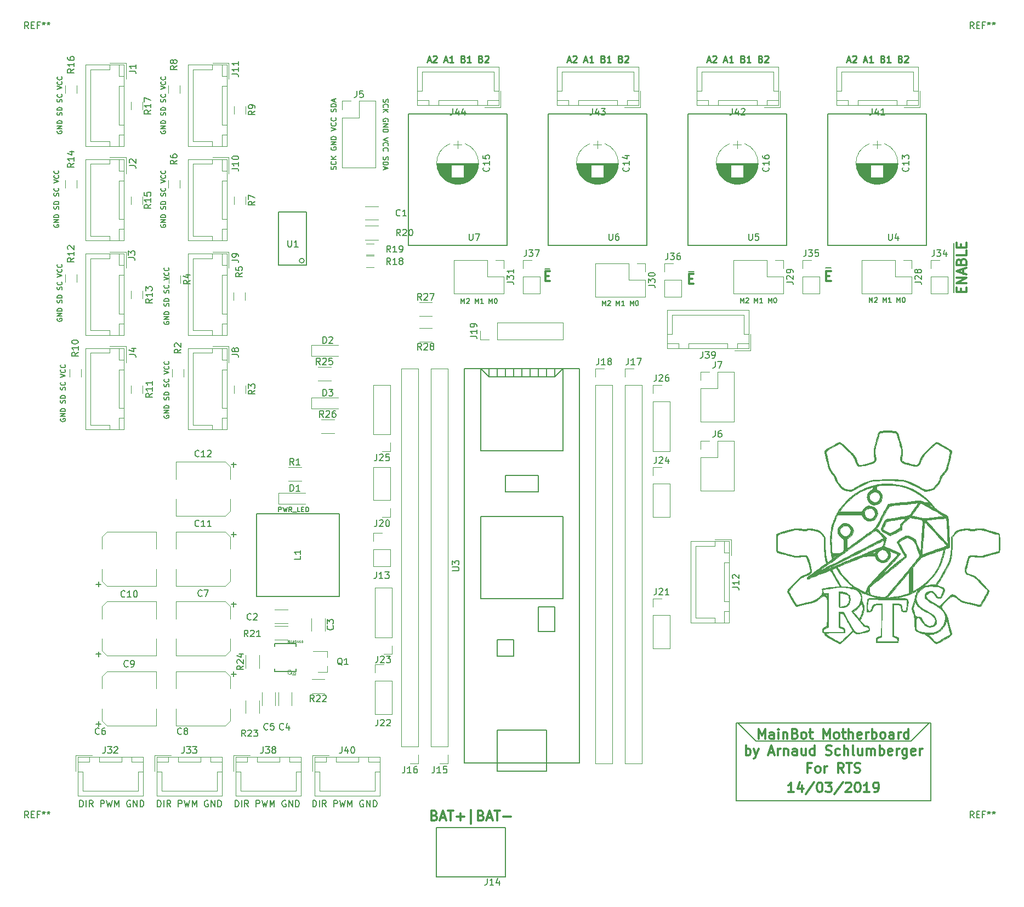
<source format=gbr>
G04 #@! TF.FileFunction,Legend,Top*
%FSLAX46Y46*%
G04 Gerber Fmt 4.6, Leading zero omitted, Abs format (unit mm)*
G04 Created by KiCad (PCBNEW 4.0.7-e2-6376~61~ubuntu18.04.1) date Fri Mar 15 16:23:44 2019*
%MOMM*%
%LPD*%
G01*
G04 APERTURE LIST*
%ADD10C,0.100000*%
%ADD11C,0.250000*%
%ADD12C,0.150000*%
%ADD13C,0.200000*%
%ADD14C,0.300000*%
%ADD15C,0.125000*%
%ADD16C,0.120000*%
%ADD17C,0.152400*%
%ADD18C,0.010000*%
%ADD19C,0.050000*%
G04 APERTURE END LIST*
D10*
D11*
X150085714Y-35566667D02*
X150561905Y-35566667D01*
X149990476Y-35852381D02*
X150323809Y-34852381D01*
X150657143Y-35852381D01*
X150942857Y-34947619D02*
X150990476Y-34900000D01*
X151085714Y-34852381D01*
X151323810Y-34852381D01*
X151419048Y-34900000D01*
X151466667Y-34947619D01*
X151514286Y-35042857D01*
X151514286Y-35138095D01*
X151466667Y-35280952D01*
X150895238Y-35852381D01*
X151514286Y-35852381D01*
X152657143Y-35566667D02*
X153133334Y-35566667D01*
X152561905Y-35852381D02*
X152895238Y-34852381D01*
X153228572Y-35852381D01*
X154085715Y-35852381D02*
X153514286Y-35852381D01*
X153800000Y-35852381D02*
X153800000Y-34852381D01*
X153704762Y-34995238D01*
X153609524Y-35090476D01*
X153514286Y-35138095D01*
X155609525Y-35328571D02*
X155752382Y-35376190D01*
X155800001Y-35423810D01*
X155847620Y-35519048D01*
X155847620Y-35661905D01*
X155800001Y-35757143D01*
X155752382Y-35804762D01*
X155657144Y-35852381D01*
X155276191Y-35852381D01*
X155276191Y-34852381D01*
X155609525Y-34852381D01*
X155704763Y-34900000D01*
X155752382Y-34947619D01*
X155800001Y-35042857D01*
X155800001Y-35138095D01*
X155752382Y-35233333D01*
X155704763Y-35280952D01*
X155609525Y-35328571D01*
X155276191Y-35328571D01*
X156800001Y-35852381D02*
X156228572Y-35852381D01*
X156514286Y-35852381D02*
X156514286Y-34852381D01*
X156419048Y-34995238D01*
X156323810Y-35090476D01*
X156228572Y-35138095D01*
X158323811Y-35328571D02*
X158466668Y-35376190D01*
X158514287Y-35423810D01*
X158561906Y-35519048D01*
X158561906Y-35661905D01*
X158514287Y-35757143D01*
X158466668Y-35804762D01*
X158371430Y-35852381D01*
X157990477Y-35852381D01*
X157990477Y-34852381D01*
X158323811Y-34852381D01*
X158419049Y-34900000D01*
X158466668Y-34947619D01*
X158514287Y-35042857D01*
X158514287Y-35138095D01*
X158466668Y-35233333D01*
X158419049Y-35280952D01*
X158323811Y-35328571D01*
X157990477Y-35328571D01*
X158942858Y-34947619D02*
X158990477Y-34900000D01*
X159085715Y-34852381D01*
X159323811Y-34852381D01*
X159419049Y-34900000D01*
X159466668Y-34947619D01*
X159514287Y-35042857D01*
X159514287Y-35138095D01*
X159466668Y-35280952D01*
X158895239Y-35852381D01*
X159514287Y-35852381D01*
X128485714Y-35566667D02*
X128961905Y-35566667D01*
X128390476Y-35852381D02*
X128723809Y-34852381D01*
X129057143Y-35852381D01*
X129342857Y-34947619D02*
X129390476Y-34900000D01*
X129485714Y-34852381D01*
X129723810Y-34852381D01*
X129819048Y-34900000D01*
X129866667Y-34947619D01*
X129914286Y-35042857D01*
X129914286Y-35138095D01*
X129866667Y-35280952D01*
X129295238Y-35852381D01*
X129914286Y-35852381D01*
X131057143Y-35566667D02*
X131533334Y-35566667D01*
X130961905Y-35852381D02*
X131295238Y-34852381D01*
X131628572Y-35852381D01*
X132485715Y-35852381D02*
X131914286Y-35852381D01*
X132200000Y-35852381D02*
X132200000Y-34852381D01*
X132104762Y-34995238D01*
X132009524Y-35090476D01*
X131914286Y-35138095D01*
X134009525Y-35328571D02*
X134152382Y-35376190D01*
X134200001Y-35423810D01*
X134247620Y-35519048D01*
X134247620Y-35661905D01*
X134200001Y-35757143D01*
X134152382Y-35804762D01*
X134057144Y-35852381D01*
X133676191Y-35852381D01*
X133676191Y-34852381D01*
X134009525Y-34852381D01*
X134104763Y-34900000D01*
X134152382Y-34947619D01*
X134200001Y-35042857D01*
X134200001Y-35138095D01*
X134152382Y-35233333D01*
X134104763Y-35280952D01*
X134009525Y-35328571D01*
X133676191Y-35328571D01*
X135200001Y-35852381D02*
X134628572Y-35852381D01*
X134914286Y-35852381D02*
X134914286Y-34852381D01*
X134819048Y-34995238D01*
X134723810Y-35090476D01*
X134628572Y-35138095D01*
X136723811Y-35328571D02*
X136866668Y-35376190D01*
X136914287Y-35423810D01*
X136961906Y-35519048D01*
X136961906Y-35661905D01*
X136914287Y-35757143D01*
X136866668Y-35804762D01*
X136771430Y-35852381D01*
X136390477Y-35852381D01*
X136390477Y-34852381D01*
X136723811Y-34852381D01*
X136819049Y-34900000D01*
X136866668Y-34947619D01*
X136914287Y-35042857D01*
X136914287Y-35138095D01*
X136866668Y-35233333D01*
X136819049Y-35280952D01*
X136723811Y-35328571D01*
X136390477Y-35328571D01*
X137342858Y-34947619D02*
X137390477Y-34900000D01*
X137485715Y-34852381D01*
X137723811Y-34852381D01*
X137819049Y-34900000D01*
X137866668Y-34947619D01*
X137914287Y-35042857D01*
X137914287Y-35138095D01*
X137866668Y-35280952D01*
X137295239Y-35852381D01*
X137914287Y-35852381D01*
X106885714Y-35566667D02*
X107361905Y-35566667D01*
X106790476Y-35852381D02*
X107123809Y-34852381D01*
X107457143Y-35852381D01*
X107742857Y-34947619D02*
X107790476Y-34900000D01*
X107885714Y-34852381D01*
X108123810Y-34852381D01*
X108219048Y-34900000D01*
X108266667Y-34947619D01*
X108314286Y-35042857D01*
X108314286Y-35138095D01*
X108266667Y-35280952D01*
X107695238Y-35852381D01*
X108314286Y-35852381D01*
X109457143Y-35566667D02*
X109933334Y-35566667D01*
X109361905Y-35852381D02*
X109695238Y-34852381D01*
X110028572Y-35852381D01*
X110885715Y-35852381D02*
X110314286Y-35852381D01*
X110600000Y-35852381D02*
X110600000Y-34852381D01*
X110504762Y-34995238D01*
X110409524Y-35090476D01*
X110314286Y-35138095D01*
X112409525Y-35328571D02*
X112552382Y-35376190D01*
X112600001Y-35423810D01*
X112647620Y-35519048D01*
X112647620Y-35661905D01*
X112600001Y-35757143D01*
X112552382Y-35804762D01*
X112457144Y-35852381D01*
X112076191Y-35852381D01*
X112076191Y-34852381D01*
X112409525Y-34852381D01*
X112504763Y-34900000D01*
X112552382Y-34947619D01*
X112600001Y-35042857D01*
X112600001Y-35138095D01*
X112552382Y-35233333D01*
X112504763Y-35280952D01*
X112409525Y-35328571D01*
X112076191Y-35328571D01*
X113600001Y-35852381D02*
X113028572Y-35852381D01*
X113314286Y-35852381D02*
X113314286Y-34852381D01*
X113219048Y-34995238D01*
X113123810Y-35090476D01*
X113028572Y-35138095D01*
X115123811Y-35328571D02*
X115266668Y-35376190D01*
X115314287Y-35423810D01*
X115361906Y-35519048D01*
X115361906Y-35661905D01*
X115314287Y-35757143D01*
X115266668Y-35804762D01*
X115171430Y-35852381D01*
X114790477Y-35852381D01*
X114790477Y-34852381D01*
X115123811Y-34852381D01*
X115219049Y-34900000D01*
X115266668Y-34947619D01*
X115314287Y-35042857D01*
X115314287Y-35138095D01*
X115266668Y-35233333D01*
X115219049Y-35280952D01*
X115123811Y-35328571D01*
X114790477Y-35328571D01*
X115742858Y-34947619D02*
X115790477Y-34900000D01*
X115885715Y-34852381D01*
X116123811Y-34852381D01*
X116219049Y-34900000D01*
X116266668Y-34947619D01*
X116314287Y-35042857D01*
X116314287Y-35138095D01*
X116266668Y-35280952D01*
X115695239Y-35852381D01*
X116314287Y-35852381D01*
X85285714Y-35566667D02*
X85761905Y-35566667D01*
X85190476Y-35852381D02*
X85523809Y-34852381D01*
X85857143Y-35852381D01*
X86142857Y-34947619D02*
X86190476Y-34900000D01*
X86285714Y-34852381D01*
X86523810Y-34852381D01*
X86619048Y-34900000D01*
X86666667Y-34947619D01*
X86714286Y-35042857D01*
X86714286Y-35138095D01*
X86666667Y-35280952D01*
X86095238Y-35852381D01*
X86714286Y-35852381D01*
X87857143Y-35566667D02*
X88333334Y-35566667D01*
X87761905Y-35852381D02*
X88095238Y-34852381D01*
X88428572Y-35852381D01*
X89285715Y-35852381D02*
X88714286Y-35852381D01*
X89000000Y-35852381D02*
X89000000Y-34852381D01*
X88904762Y-34995238D01*
X88809524Y-35090476D01*
X88714286Y-35138095D01*
X90809525Y-35328571D02*
X90952382Y-35376190D01*
X91000001Y-35423810D01*
X91047620Y-35519048D01*
X91047620Y-35661905D01*
X91000001Y-35757143D01*
X90952382Y-35804762D01*
X90857144Y-35852381D01*
X90476191Y-35852381D01*
X90476191Y-34852381D01*
X90809525Y-34852381D01*
X90904763Y-34900000D01*
X90952382Y-34947619D01*
X91000001Y-35042857D01*
X91000001Y-35138095D01*
X90952382Y-35233333D01*
X90904763Y-35280952D01*
X90809525Y-35328571D01*
X90476191Y-35328571D01*
X92000001Y-35852381D02*
X91428572Y-35852381D01*
X91714286Y-35852381D02*
X91714286Y-34852381D01*
X91619048Y-34995238D01*
X91523810Y-35090476D01*
X91428572Y-35138095D01*
X93523811Y-35328571D02*
X93666668Y-35376190D01*
X93714287Y-35423810D01*
X93761906Y-35519048D01*
X93761906Y-35661905D01*
X93714287Y-35757143D01*
X93666668Y-35804762D01*
X93571430Y-35852381D01*
X93190477Y-35852381D01*
X93190477Y-34852381D01*
X93523811Y-34852381D01*
X93619049Y-34900000D01*
X93666668Y-34947619D01*
X93714287Y-35042857D01*
X93714287Y-35138095D01*
X93666668Y-35233333D01*
X93619049Y-35280952D01*
X93523811Y-35328571D01*
X93190477Y-35328571D01*
X94142858Y-34947619D02*
X94190477Y-34900000D01*
X94285715Y-34852381D01*
X94523811Y-34852381D01*
X94619049Y-34900000D01*
X94666668Y-34947619D01*
X94714287Y-35042857D01*
X94714287Y-35138095D01*
X94666668Y-35280952D01*
X94095239Y-35852381D01*
X94714287Y-35852381D01*
D12*
X78476190Y-41571429D02*
X78438095Y-41685715D01*
X78438095Y-41876191D01*
X78476190Y-41952381D01*
X78514286Y-41990477D01*
X78590476Y-42028572D01*
X78666667Y-42028572D01*
X78742857Y-41990477D01*
X78780952Y-41952381D01*
X78819048Y-41876191D01*
X78857143Y-41723810D01*
X78895238Y-41647619D01*
X78933333Y-41609524D01*
X79009524Y-41571429D01*
X79085714Y-41571429D01*
X79161905Y-41609524D01*
X79200000Y-41647619D01*
X79238095Y-41723810D01*
X79238095Y-41914286D01*
X79200000Y-42028572D01*
X78514286Y-42828572D02*
X78476190Y-42790477D01*
X78438095Y-42676191D01*
X78438095Y-42600001D01*
X78476190Y-42485715D01*
X78552381Y-42409524D01*
X78628571Y-42371429D01*
X78780952Y-42333334D01*
X78895238Y-42333334D01*
X79047619Y-42371429D01*
X79123810Y-42409524D01*
X79200000Y-42485715D01*
X79238095Y-42600001D01*
X79238095Y-42676191D01*
X79200000Y-42790477D01*
X79161905Y-42828572D01*
X78438095Y-43171429D02*
X79238095Y-43171429D01*
X78438095Y-43628572D02*
X78895238Y-43285715D01*
X79238095Y-43628572D02*
X78780952Y-43171429D01*
X79200000Y-45000001D02*
X79238095Y-44923810D01*
X79238095Y-44809525D01*
X79200000Y-44695239D01*
X79123810Y-44619048D01*
X79047619Y-44580953D01*
X78895238Y-44542858D01*
X78780952Y-44542858D01*
X78628571Y-44580953D01*
X78552381Y-44619048D01*
X78476190Y-44695239D01*
X78438095Y-44809525D01*
X78438095Y-44885715D01*
X78476190Y-45000001D01*
X78514286Y-45038096D01*
X78780952Y-45038096D01*
X78780952Y-44885715D01*
X78438095Y-45380953D02*
X79238095Y-45380953D01*
X78438095Y-45838096D01*
X79238095Y-45838096D01*
X78438095Y-46219048D02*
X79238095Y-46219048D01*
X79238095Y-46409524D01*
X79200000Y-46523810D01*
X79123810Y-46600001D01*
X79047619Y-46638096D01*
X78895238Y-46676191D01*
X78780952Y-46676191D01*
X78628571Y-46638096D01*
X78552381Y-46600001D01*
X78476190Y-46523810D01*
X78438095Y-46409524D01*
X78438095Y-46219048D01*
X79238095Y-47514286D02*
X78438095Y-47780953D01*
X79238095Y-48047620D01*
X78514286Y-48771429D02*
X78476190Y-48733334D01*
X78438095Y-48619048D01*
X78438095Y-48542858D01*
X78476190Y-48428572D01*
X78552381Y-48352381D01*
X78628571Y-48314286D01*
X78780952Y-48276191D01*
X78895238Y-48276191D01*
X79047619Y-48314286D01*
X79123810Y-48352381D01*
X79200000Y-48428572D01*
X79238095Y-48542858D01*
X79238095Y-48619048D01*
X79200000Y-48733334D01*
X79161905Y-48771429D01*
X78514286Y-49571429D02*
X78476190Y-49533334D01*
X78438095Y-49419048D01*
X78438095Y-49342858D01*
X78476190Y-49228572D01*
X78552381Y-49152381D01*
X78628571Y-49114286D01*
X78780952Y-49076191D01*
X78895238Y-49076191D01*
X79047619Y-49114286D01*
X79123810Y-49152381D01*
X79200000Y-49228572D01*
X79238095Y-49342858D01*
X79238095Y-49419048D01*
X79200000Y-49533334D01*
X79161905Y-49571429D01*
X78476190Y-50485715D02*
X78438095Y-50600001D01*
X78438095Y-50790477D01*
X78476190Y-50866667D01*
X78514286Y-50904763D01*
X78590476Y-50942858D01*
X78666667Y-50942858D01*
X78742857Y-50904763D01*
X78780952Y-50866667D01*
X78819048Y-50790477D01*
X78857143Y-50638096D01*
X78895238Y-50561905D01*
X78933333Y-50523810D01*
X79009524Y-50485715D01*
X79085714Y-50485715D01*
X79161905Y-50523810D01*
X79200000Y-50561905D01*
X79238095Y-50638096D01*
X79238095Y-50828572D01*
X79200000Y-50942858D01*
X78438095Y-51285715D02*
X79238095Y-51285715D01*
X79238095Y-51476191D01*
X79200000Y-51590477D01*
X79123810Y-51666668D01*
X79047619Y-51704763D01*
X78895238Y-51742858D01*
X78780952Y-51742858D01*
X78628571Y-51704763D01*
X78552381Y-51666668D01*
X78476190Y-51590477D01*
X78438095Y-51476191D01*
X78438095Y-51285715D01*
X78666667Y-52047620D02*
X78666667Y-52428572D01*
X78438095Y-51971429D02*
X79238095Y-52238096D01*
X78438095Y-52504763D01*
X71123810Y-52428571D02*
X71161905Y-52314285D01*
X71161905Y-52123809D01*
X71123810Y-52047619D01*
X71085714Y-52009523D01*
X71009524Y-51971428D01*
X70933333Y-51971428D01*
X70857143Y-52009523D01*
X70819048Y-52047619D01*
X70780952Y-52123809D01*
X70742857Y-52276190D01*
X70704762Y-52352381D01*
X70666667Y-52390476D01*
X70590476Y-52428571D01*
X70514286Y-52428571D01*
X70438095Y-52390476D01*
X70400000Y-52352381D01*
X70361905Y-52276190D01*
X70361905Y-52085714D01*
X70400000Y-51971428D01*
X71085714Y-51171428D02*
X71123810Y-51209523D01*
X71161905Y-51323809D01*
X71161905Y-51399999D01*
X71123810Y-51514285D01*
X71047619Y-51590476D01*
X70971429Y-51628571D01*
X70819048Y-51666666D01*
X70704762Y-51666666D01*
X70552381Y-51628571D01*
X70476190Y-51590476D01*
X70400000Y-51514285D01*
X70361905Y-51399999D01*
X70361905Y-51323809D01*
X70400000Y-51209523D01*
X70438095Y-51171428D01*
X71161905Y-50828571D02*
X70361905Y-50828571D01*
X71161905Y-50371428D02*
X70704762Y-50714285D01*
X70361905Y-50371428D02*
X70819048Y-50828571D01*
X70400000Y-48999999D02*
X70361905Y-49076190D01*
X70361905Y-49190475D01*
X70400000Y-49304761D01*
X70476190Y-49380952D01*
X70552381Y-49419047D01*
X70704762Y-49457142D01*
X70819048Y-49457142D01*
X70971429Y-49419047D01*
X71047619Y-49380952D01*
X71123810Y-49304761D01*
X71161905Y-49190475D01*
X71161905Y-49114285D01*
X71123810Y-48999999D01*
X71085714Y-48961904D01*
X70819048Y-48961904D01*
X70819048Y-49114285D01*
X71161905Y-48619047D02*
X70361905Y-48619047D01*
X71161905Y-48161904D01*
X70361905Y-48161904D01*
X71161905Y-47780952D02*
X70361905Y-47780952D01*
X70361905Y-47590476D01*
X70400000Y-47476190D01*
X70476190Y-47399999D01*
X70552381Y-47361904D01*
X70704762Y-47323809D01*
X70819048Y-47323809D01*
X70971429Y-47361904D01*
X71047619Y-47399999D01*
X71123810Y-47476190D01*
X71161905Y-47590476D01*
X71161905Y-47780952D01*
X70361905Y-46485714D02*
X71161905Y-46219047D01*
X70361905Y-45952380D01*
X71085714Y-45228571D02*
X71123810Y-45266666D01*
X71161905Y-45380952D01*
X71161905Y-45457142D01*
X71123810Y-45571428D01*
X71047619Y-45647619D01*
X70971429Y-45685714D01*
X70819048Y-45723809D01*
X70704762Y-45723809D01*
X70552381Y-45685714D01*
X70476190Y-45647619D01*
X70400000Y-45571428D01*
X70361905Y-45457142D01*
X70361905Y-45380952D01*
X70400000Y-45266666D01*
X70438095Y-45228571D01*
X71085714Y-44428571D02*
X71123810Y-44466666D01*
X71161905Y-44580952D01*
X71161905Y-44657142D01*
X71123810Y-44771428D01*
X71047619Y-44847619D01*
X70971429Y-44885714D01*
X70819048Y-44923809D01*
X70704762Y-44923809D01*
X70552381Y-44885714D01*
X70476190Y-44847619D01*
X70400000Y-44771428D01*
X70361905Y-44657142D01*
X70361905Y-44580952D01*
X70400000Y-44466666D01*
X70438095Y-44428571D01*
X71123810Y-43514285D02*
X71161905Y-43399999D01*
X71161905Y-43209523D01*
X71123810Y-43133333D01*
X71085714Y-43095237D01*
X71009524Y-43057142D01*
X70933333Y-43057142D01*
X70857143Y-43095237D01*
X70819048Y-43133333D01*
X70780952Y-43209523D01*
X70742857Y-43361904D01*
X70704762Y-43438095D01*
X70666667Y-43476190D01*
X70590476Y-43514285D01*
X70514286Y-43514285D01*
X70438095Y-43476190D01*
X70400000Y-43438095D01*
X70361905Y-43361904D01*
X70361905Y-43171428D01*
X70400000Y-43057142D01*
X71161905Y-42714285D02*
X70361905Y-42714285D01*
X70361905Y-42523809D01*
X70400000Y-42409523D01*
X70476190Y-42333332D01*
X70552381Y-42295237D01*
X70704762Y-42257142D01*
X70819048Y-42257142D01*
X70971429Y-42295237D01*
X71047619Y-42333332D01*
X71123810Y-42409523D01*
X71161905Y-42523809D01*
X71161905Y-42714285D01*
X70933333Y-41952380D02*
X70933333Y-41571428D01*
X71161905Y-42028571D02*
X70361905Y-41761904D01*
X71161905Y-41495237D01*
D13*
X162800000Y-138000000D02*
X163000000Y-138000000D01*
X160000000Y-140800000D02*
X162800000Y-138000000D01*
X133200000Y-138000000D02*
X133000000Y-138000000D01*
X136000000Y-140800000D02*
X133200000Y-138000000D01*
X136000000Y-140800000D02*
X160000000Y-140800000D01*
D14*
X86357144Y-152292857D02*
X86571430Y-152364286D01*
X86642858Y-152435714D01*
X86714287Y-152578571D01*
X86714287Y-152792857D01*
X86642858Y-152935714D01*
X86571430Y-153007143D01*
X86428572Y-153078571D01*
X85857144Y-153078571D01*
X85857144Y-151578571D01*
X86357144Y-151578571D01*
X86500001Y-151650000D01*
X86571430Y-151721429D01*
X86642858Y-151864286D01*
X86642858Y-152007143D01*
X86571430Y-152150000D01*
X86500001Y-152221429D01*
X86357144Y-152292857D01*
X85857144Y-152292857D01*
X87285715Y-152650000D02*
X88000001Y-152650000D01*
X87142858Y-153078571D02*
X87642858Y-151578571D01*
X88142858Y-153078571D01*
X88428572Y-151578571D02*
X89285715Y-151578571D01*
X88857144Y-153078571D02*
X88857144Y-151578571D01*
X89785715Y-152507143D02*
X90928572Y-152507143D01*
X90357143Y-153078571D02*
X90357143Y-151935714D01*
X92000001Y-153578571D02*
X92000001Y-151435714D01*
X93571429Y-152292857D02*
X93785715Y-152364286D01*
X93857143Y-152435714D01*
X93928572Y-152578571D01*
X93928572Y-152792857D01*
X93857143Y-152935714D01*
X93785715Y-153007143D01*
X93642857Y-153078571D01*
X93071429Y-153078571D01*
X93071429Y-151578571D01*
X93571429Y-151578571D01*
X93714286Y-151650000D01*
X93785715Y-151721429D01*
X93857143Y-151864286D01*
X93857143Y-152007143D01*
X93785715Y-152150000D01*
X93714286Y-152221429D01*
X93571429Y-152292857D01*
X93071429Y-152292857D01*
X94500000Y-152650000D02*
X95214286Y-152650000D01*
X94357143Y-153078571D02*
X94857143Y-151578571D01*
X95357143Y-153078571D01*
X95642857Y-151578571D02*
X96500000Y-151578571D01*
X96071429Y-153078571D02*
X96071429Y-151578571D01*
X97000000Y-152507143D02*
X98142857Y-152507143D01*
D12*
X62296428Y-105339286D02*
X62296428Y-104589286D01*
X62582143Y-104589286D01*
X62653571Y-104625000D01*
X62689286Y-104660714D01*
X62725000Y-104732143D01*
X62725000Y-104839286D01*
X62689286Y-104910714D01*
X62653571Y-104946429D01*
X62582143Y-104982143D01*
X62296428Y-104982143D01*
X62975000Y-104589286D02*
X63153571Y-105339286D01*
X63296428Y-104803571D01*
X63439286Y-105339286D01*
X63617857Y-104589286D01*
X64332143Y-105339286D02*
X64082143Y-104982143D01*
X63903571Y-105339286D02*
X63903571Y-104589286D01*
X64189286Y-104589286D01*
X64260714Y-104625000D01*
X64296429Y-104660714D01*
X64332143Y-104732143D01*
X64332143Y-104839286D01*
X64296429Y-104910714D01*
X64260714Y-104946429D01*
X64189286Y-104982143D01*
X63903571Y-104982143D01*
X64475000Y-105410714D02*
X65046429Y-105410714D01*
X65582143Y-105339286D02*
X65225000Y-105339286D01*
X65225000Y-104589286D01*
X65832143Y-104946429D02*
X66082143Y-104946429D01*
X66189286Y-105339286D02*
X65832143Y-105339286D01*
X65832143Y-104589286D01*
X66189286Y-104589286D01*
X66510714Y-105339286D02*
X66510714Y-104589286D01*
X66689286Y-104589286D01*
X66796429Y-104625000D01*
X66867857Y-104696429D01*
X66903572Y-104767857D01*
X66939286Y-104910714D01*
X66939286Y-105017857D01*
X66903572Y-105160714D01*
X66867857Y-105232143D01*
X66796429Y-105303571D01*
X66689286Y-105339286D01*
X66510714Y-105339286D01*
D13*
X103400000Y-67800000D02*
X104200000Y-67800000D01*
X125800000Y-68200000D02*
X125600000Y-68200000D01*
X126400000Y-68200000D02*
X125800000Y-68200000D01*
X146800000Y-67600000D02*
X147600000Y-67600000D01*
D14*
X103478572Y-68892857D02*
X103978572Y-68892857D01*
X104192858Y-69678571D02*
X103478572Y-69678571D01*
X103478572Y-68178571D01*
X104192858Y-68178571D01*
X125678572Y-69292857D02*
X126178572Y-69292857D01*
X126392858Y-70078571D02*
X125678572Y-70078571D01*
X125678572Y-68578571D01*
X126392858Y-68578571D01*
X146878572Y-68892857D02*
X147378572Y-68892857D01*
X147592858Y-69678571D02*
X146878572Y-69678571D01*
X146878572Y-68178571D01*
X147592858Y-68178571D01*
D13*
X166600000Y-63800000D02*
X166600000Y-64600000D01*
X166600000Y-71400000D02*
X166600000Y-64000000D01*
D14*
X167692857Y-71385714D02*
X167692857Y-70885714D01*
X168478571Y-70671428D02*
X168478571Y-71385714D01*
X166978571Y-71385714D01*
X166978571Y-70671428D01*
X168478571Y-70028571D02*
X166978571Y-70028571D01*
X168478571Y-69171428D01*
X166978571Y-69171428D01*
X168050000Y-68528571D02*
X168050000Y-67814285D01*
X168478571Y-68671428D02*
X166978571Y-68171428D01*
X168478571Y-67671428D01*
X167692857Y-66671428D02*
X167764286Y-66457142D01*
X167835714Y-66385714D01*
X167978571Y-66314285D01*
X168192857Y-66314285D01*
X168335714Y-66385714D01*
X168407143Y-66457142D01*
X168478571Y-66600000D01*
X168478571Y-67171428D01*
X166978571Y-67171428D01*
X166978571Y-66671428D01*
X167050000Y-66528571D01*
X167121429Y-66457142D01*
X167264286Y-66385714D01*
X167407143Y-66385714D01*
X167550000Y-66457142D01*
X167621429Y-66528571D01*
X167692857Y-66671428D01*
X167692857Y-67171428D01*
X168478571Y-64957142D02*
X168478571Y-65671428D01*
X166978571Y-65671428D01*
X167692857Y-64457142D02*
X167692857Y-63957142D01*
X168478571Y-63742856D02*
X168478571Y-64457142D01*
X166978571Y-64457142D01*
X166978571Y-63742856D01*
D12*
X153499999Y-72964286D02*
X153499999Y-72214286D01*
X153749999Y-72750000D01*
X153999999Y-72214286D01*
X153999999Y-72964286D01*
X154321428Y-72285714D02*
X154357142Y-72250000D01*
X154428571Y-72214286D01*
X154607142Y-72214286D01*
X154678571Y-72250000D01*
X154714285Y-72285714D01*
X154750000Y-72357143D01*
X154750000Y-72428571D01*
X154714285Y-72535714D01*
X154285714Y-72964286D01*
X154750000Y-72964286D01*
X155642857Y-72964286D02*
X155642857Y-72214286D01*
X155892857Y-72750000D01*
X156142857Y-72214286D01*
X156142857Y-72964286D01*
X156892858Y-72964286D02*
X156464286Y-72964286D01*
X156678572Y-72964286D02*
X156678572Y-72214286D01*
X156607143Y-72321429D01*
X156535715Y-72392857D01*
X156464286Y-72428571D01*
X157785715Y-72964286D02*
X157785715Y-72214286D01*
X158035715Y-72750000D01*
X158285715Y-72214286D01*
X158285715Y-72964286D01*
X158785716Y-72214286D02*
X158857144Y-72214286D01*
X158928573Y-72250000D01*
X158964287Y-72285714D01*
X159000001Y-72357143D01*
X159035716Y-72500000D01*
X159035716Y-72678571D01*
X159000001Y-72821429D01*
X158964287Y-72892857D01*
X158928573Y-72928571D01*
X158857144Y-72964286D01*
X158785716Y-72964286D01*
X158714287Y-72928571D01*
X158678573Y-72892857D01*
X158642858Y-72821429D01*
X158607144Y-72678571D01*
X158607144Y-72500000D01*
X158642858Y-72357143D01*
X158678573Y-72285714D01*
X158714287Y-72250000D01*
X158785716Y-72214286D01*
X133649999Y-73014286D02*
X133649999Y-72264286D01*
X133899999Y-72800000D01*
X134149999Y-72264286D01*
X134149999Y-73014286D01*
X134471428Y-72335714D02*
X134507142Y-72300000D01*
X134578571Y-72264286D01*
X134757142Y-72264286D01*
X134828571Y-72300000D01*
X134864285Y-72335714D01*
X134900000Y-72407143D01*
X134900000Y-72478571D01*
X134864285Y-72585714D01*
X134435714Y-73014286D01*
X134900000Y-73014286D01*
X135792857Y-73014286D02*
X135792857Y-72264286D01*
X136042857Y-72800000D01*
X136292857Y-72264286D01*
X136292857Y-73014286D01*
X137042858Y-73014286D02*
X136614286Y-73014286D01*
X136828572Y-73014286D02*
X136828572Y-72264286D01*
X136757143Y-72371429D01*
X136685715Y-72442857D01*
X136614286Y-72478571D01*
X137935715Y-73014286D02*
X137935715Y-72264286D01*
X138185715Y-72800000D01*
X138435715Y-72264286D01*
X138435715Y-73014286D01*
X138935716Y-72264286D02*
X139007144Y-72264286D01*
X139078573Y-72300000D01*
X139114287Y-72335714D01*
X139150001Y-72407143D01*
X139185716Y-72550000D01*
X139185716Y-72728571D01*
X139150001Y-72871429D01*
X139114287Y-72942857D01*
X139078573Y-72978571D01*
X139007144Y-73014286D01*
X138935716Y-73014286D01*
X138864287Y-72978571D01*
X138828573Y-72942857D01*
X138792858Y-72871429D01*
X138757144Y-72728571D01*
X138757144Y-72550000D01*
X138792858Y-72407143D01*
X138828573Y-72335714D01*
X138864287Y-72300000D01*
X138935716Y-72264286D01*
X112299999Y-73439286D02*
X112299999Y-72689286D01*
X112549999Y-73225000D01*
X112799999Y-72689286D01*
X112799999Y-73439286D01*
X113121428Y-72760714D02*
X113157142Y-72725000D01*
X113228571Y-72689286D01*
X113407142Y-72689286D01*
X113478571Y-72725000D01*
X113514285Y-72760714D01*
X113550000Y-72832143D01*
X113550000Y-72903571D01*
X113514285Y-73010714D01*
X113085714Y-73439286D01*
X113550000Y-73439286D01*
X114442857Y-73439286D02*
X114442857Y-72689286D01*
X114692857Y-73225000D01*
X114942857Y-72689286D01*
X114942857Y-73439286D01*
X115692858Y-73439286D02*
X115264286Y-73439286D01*
X115478572Y-73439286D02*
X115478572Y-72689286D01*
X115407143Y-72796429D01*
X115335715Y-72867857D01*
X115264286Y-72903571D01*
X116585715Y-73439286D02*
X116585715Y-72689286D01*
X116835715Y-73225000D01*
X117085715Y-72689286D01*
X117085715Y-73439286D01*
X117585716Y-72689286D02*
X117657144Y-72689286D01*
X117728573Y-72725000D01*
X117764287Y-72760714D01*
X117800001Y-72832143D01*
X117835716Y-72975000D01*
X117835716Y-73153571D01*
X117800001Y-73296429D01*
X117764287Y-73367857D01*
X117728573Y-73403571D01*
X117657144Y-73439286D01*
X117585716Y-73439286D01*
X117514287Y-73403571D01*
X117478573Y-73367857D01*
X117442858Y-73296429D01*
X117407144Y-73153571D01*
X117407144Y-72975000D01*
X117442858Y-72832143D01*
X117478573Y-72760714D01*
X117514287Y-72725000D01*
X117585716Y-72689286D01*
X90499999Y-73114286D02*
X90499999Y-72364286D01*
X90749999Y-72900000D01*
X90999999Y-72364286D01*
X90999999Y-73114286D01*
X91321428Y-72435714D02*
X91357142Y-72400000D01*
X91428571Y-72364286D01*
X91607142Y-72364286D01*
X91678571Y-72400000D01*
X91714285Y-72435714D01*
X91750000Y-72507143D01*
X91750000Y-72578571D01*
X91714285Y-72685714D01*
X91285714Y-73114286D01*
X91750000Y-73114286D01*
X92642857Y-73114286D02*
X92642857Y-72364286D01*
X92892857Y-72900000D01*
X93142857Y-72364286D01*
X93142857Y-73114286D01*
X93892858Y-73114286D02*
X93464286Y-73114286D01*
X93678572Y-73114286D02*
X93678572Y-72364286D01*
X93607143Y-72471429D01*
X93535715Y-72542857D01*
X93464286Y-72578571D01*
X94785715Y-73114286D02*
X94785715Y-72364286D01*
X95035715Y-72900000D01*
X95285715Y-72364286D01*
X95285715Y-73114286D01*
X95785716Y-72364286D02*
X95857144Y-72364286D01*
X95928573Y-72400000D01*
X95964287Y-72435714D01*
X96000001Y-72507143D01*
X96035716Y-72650000D01*
X96035716Y-72828571D01*
X96000001Y-72971429D01*
X95964287Y-73042857D01*
X95928573Y-73078571D01*
X95857144Y-73114286D01*
X95785716Y-73114286D01*
X95714287Y-73078571D01*
X95678573Y-73042857D01*
X95642858Y-72971429D01*
X95607144Y-72828571D01*
X95607144Y-72650000D01*
X95642858Y-72507143D01*
X95678573Y-72435714D01*
X95714287Y-72400000D01*
X95785716Y-72364286D01*
D15*
X63853571Y-130427381D02*
X63758333Y-130379762D01*
X63710714Y-130332143D01*
X63663095Y-130236905D01*
X63663095Y-129951190D01*
X63710714Y-129855952D01*
X63758333Y-129808333D01*
X63853571Y-129760714D01*
X63996429Y-129760714D01*
X64091667Y-129808333D01*
X64139286Y-129855952D01*
X64186905Y-129951190D01*
X64186905Y-130236905D01*
X64139286Y-130332143D01*
X64091667Y-130379762D01*
X63996429Y-130427381D01*
X63853571Y-130427381D01*
D12*
X44125000Y-46464286D02*
X44089286Y-46535715D01*
X44089286Y-46642858D01*
X44125000Y-46750001D01*
X44196429Y-46821429D01*
X44267857Y-46857144D01*
X44410714Y-46892858D01*
X44517857Y-46892858D01*
X44660714Y-46857144D01*
X44732143Y-46821429D01*
X44803571Y-46750001D01*
X44839286Y-46642858D01*
X44839286Y-46571429D01*
X44803571Y-46464286D01*
X44767857Y-46428572D01*
X44517857Y-46428572D01*
X44517857Y-46571429D01*
X44839286Y-46107144D02*
X44089286Y-46107144D01*
X44839286Y-45678572D01*
X44089286Y-45678572D01*
X44839286Y-45321430D02*
X44089286Y-45321430D01*
X44089286Y-45142858D01*
X44125000Y-45035715D01*
X44196429Y-44964287D01*
X44267857Y-44928572D01*
X44410714Y-44892858D01*
X44517857Y-44892858D01*
X44660714Y-44928572D01*
X44732143Y-44964287D01*
X44803571Y-45035715D01*
X44839286Y-45142858D01*
X44839286Y-45321430D01*
X44803571Y-44035715D02*
X44839286Y-43928572D01*
X44839286Y-43750001D01*
X44803571Y-43678572D01*
X44767857Y-43642858D01*
X44696429Y-43607143D01*
X44625000Y-43607143D01*
X44553571Y-43642858D01*
X44517857Y-43678572D01*
X44482143Y-43750001D01*
X44446429Y-43892858D01*
X44410714Y-43964286D01*
X44375000Y-44000001D01*
X44303571Y-44035715D01*
X44232143Y-44035715D01*
X44160714Y-44000001D01*
X44125000Y-43964286D01*
X44089286Y-43892858D01*
X44089286Y-43714286D01*
X44125000Y-43607143D01*
X44839286Y-43285715D02*
X44089286Y-43285715D01*
X44089286Y-43107143D01*
X44125000Y-43000000D01*
X44196429Y-42928572D01*
X44267857Y-42892857D01*
X44410714Y-42857143D01*
X44517857Y-42857143D01*
X44660714Y-42892857D01*
X44732143Y-42928572D01*
X44803571Y-43000000D01*
X44839286Y-43107143D01*
X44839286Y-43285715D01*
X44803571Y-42000000D02*
X44839286Y-41892857D01*
X44839286Y-41714286D01*
X44803571Y-41642857D01*
X44767857Y-41607143D01*
X44696429Y-41571428D01*
X44625000Y-41571428D01*
X44553571Y-41607143D01*
X44517857Y-41642857D01*
X44482143Y-41714286D01*
X44446429Y-41857143D01*
X44410714Y-41928571D01*
X44375000Y-41964286D01*
X44303571Y-42000000D01*
X44232143Y-42000000D01*
X44160714Y-41964286D01*
X44125000Y-41928571D01*
X44089286Y-41857143D01*
X44089286Y-41678571D01*
X44125000Y-41571428D01*
X44767857Y-40821428D02*
X44803571Y-40857142D01*
X44839286Y-40964285D01*
X44839286Y-41035714D01*
X44803571Y-41142857D01*
X44732143Y-41214285D01*
X44660714Y-41250000D01*
X44517857Y-41285714D01*
X44410714Y-41285714D01*
X44267857Y-41250000D01*
X44196429Y-41214285D01*
X44125000Y-41142857D01*
X44089286Y-41035714D01*
X44089286Y-40964285D01*
X44125000Y-40857142D01*
X44160714Y-40821428D01*
X44089286Y-40035713D02*
X44839286Y-39785713D01*
X44089286Y-39535713D01*
X44767857Y-38857142D02*
X44803571Y-38892856D01*
X44839286Y-38999999D01*
X44839286Y-39071428D01*
X44803571Y-39178571D01*
X44732143Y-39249999D01*
X44660714Y-39285714D01*
X44517857Y-39321428D01*
X44410714Y-39321428D01*
X44267857Y-39285714D01*
X44196429Y-39249999D01*
X44125000Y-39178571D01*
X44089286Y-39071428D01*
X44089286Y-38999999D01*
X44125000Y-38892856D01*
X44160714Y-38857142D01*
X44767857Y-38107142D02*
X44803571Y-38142856D01*
X44839286Y-38249999D01*
X44839286Y-38321428D01*
X44803571Y-38428571D01*
X44732143Y-38499999D01*
X44660714Y-38535714D01*
X44517857Y-38571428D01*
X44410714Y-38571428D01*
X44267857Y-38535714D01*
X44196429Y-38499999D01*
X44125000Y-38428571D01*
X44089286Y-38321428D01*
X44089286Y-38249999D01*
X44125000Y-38142856D01*
X44160714Y-38107142D01*
X28125000Y-46464286D02*
X28089286Y-46535715D01*
X28089286Y-46642858D01*
X28125000Y-46750001D01*
X28196429Y-46821429D01*
X28267857Y-46857144D01*
X28410714Y-46892858D01*
X28517857Y-46892858D01*
X28660714Y-46857144D01*
X28732143Y-46821429D01*
X28803571Y-46750001D01*
X28839286Y-46642858D01*
X28839286Y-46571429D01*
X28803571Y-46464286D01*
X28767857Y-46428572D01*
X28517857Y-46428572D01*
X28517857Y-46571429D01*
X28839286Y-46107144D02*
X28089286Y-46107144D01*
X28839286Y-45678572D01*
X28089286Y-45678572D01*
X28839286Y-45321430D02*
X28089286Y-45321430D01*
X28089286Y-45142858D01*
X28125000Y-45035715D01*
X28196429Y-44964287D01*
X28267857Y-44928572D01*
X28410714Y-44892858D01*
X28517857Y-44892858D01*
X28660714Y-44928572D01*
X28732143Y-44964287D01*
X28803571Y-45035715D01*
X28839286Y-45142858D01*
X28839286Y-45321430D01*
X28803571Y-44035715D02*
X28839286Y-43928572D01*
X28839286Y-43750001D01*
X28803571Y-43678572D01*
X28767857Y-43642858D01*
X28696429Y-43607143D01*
X28625000Y-43607143D01*
X28553571Y-43642858D01*
X28517857Y-43678572D01*
X28482143Y-43750001D01*
X28446429Y-43892858D01*
X28410714Y-43964286D01*
X28375000Y-44000001D01*
X28303571Y-44035715D01*
X28232143Y-44035715D01*
X28160714Y-44000001D01*
X28125000Y-43964286D01*
X28089286Y-43892858D01*
X28089286Y-43714286D01*
X28125000Y-43607143D01*
X28839286Y-43285715D02*
X28089286Y-43285715D01*
X28089286Y-43107143D01*
X28125000Y-43000000D01*
X28196429Y-42928572D01*
X28267857Y-42892857D01*
X28410714Y-42857143D01*
X28517857Y-42857143D01*
X28660714Y-42892857D01*
X28732143Y-42928572D01*
X28803571Y-43000000D01*
X28839286Y-43107143D01*
X28839286Y-43285715D01*
X28803571Y-42000000D02*
X28839286Y-41892857D01*
X28839286Y-41714286D01*
X28803571Y-41642857D01*
X28767857Y-41607143D01*
X28696429Y-41571428D01*
X28625000Y-41571428D01*
X28553571Y-41607143D01*
X28517857Y-41642857D01*
X28482143Y-41714286D01*
X28446429Y-41857143D01*
X28410714Y-41928571D01*
X28375000Y-41964286D01*
X28303571Y-42000000D01*
X28232143Y-42000000D01*
X28160714Y-41964286D01*
X28125000Y-41928571D01*
X28089286Y-41857143D01*
X28089286Y-41678571D01*
X28125000Y-41571428D01*
X28767857Y-40821428D02*
X28803571Y-40857142D01*
X28839286Y-40964285D01*
X28839286Y-41035714D01*
X28803571Y-41142857D01*
X28732143Y-41214285D01*
X28660714Y-41250000D01*
X28517857Y-41285714D01*
X28410714Y-41285714D01*
X28267857Y-41250000D01*
X28196429Y-41214285D01*
X28125000Y-41142857D01*
X28089286Y-41035714D01*
X28089286Y-40964285D01*
X28125000Y-40857142D01*
X28160714Y-40821428D01*
X28089286Y-40035713D02*
X28839286Y-39785713D01*
X28089286Y-39535713D01*
X28767857Y-38857142D02*
X28803571Y-38892856D01*
X28839286Y-38999999D01*
X28839286Y-39071428D01*
X28803571Y-39178571D01*
X28732143Y-39249999D01*
X28660714Y-39285714D01*
X28517857Y-39321428D01*
X28410714Y-39321428D01*
X28267857Y-39285714D01*
X28196429Y-39249999D01*
X28125000Y-39178571D01*
X28089286Y-39071428D01*
X28089286Y-38999999D01*
X28125000Y-38892856D01*
X28160714Y-38857142D01*
X28767857Y-38107142D02*
X28803571Y-38142856D01*
X28839286Y-38249999D01*
X28839286Y-38321428D01*
X28803571Y-38428571D01*
X28732143Y-38499999D01*
X28660714Y-38535714D01*
X28517857Y-38571428D01*
X28410714Y-38571428D01*
X28267857Y-38535714D01*
X28196429Y-38499999D01*
X28125000Y-38428571D01*
X28089286Y-38321428D01*
X28089286Y-38249999D01*
X28125000Y-38142856D01*
X28160714Y-38107142D01*
X44125000Y-60964286D02*
X44089286Y-61035715D01*
X44089286Y-61142858D01*
X44125000Y-61250001D01*
X44196429Y-61321429D01*
X44267857Y-61357144D01*
X44410714Y-61392858D01*
X44517857Y-61392858D01*
X44660714Y-61357144D01*
X44732143Y-61321429D01*
X44803571Y-61250001D01*
X44839286Y-61142858D01*
X44839286Y-61071429D01*
X44803571Y-60964286D01*
X44767857Y-60928572D01*
X44517857Y-60928572D01*
X44517857Y-61071429D01*
X44839286Y-60607144D02*
X44089286Y-60607144D01*
X44839286Y-60178572D01*
X44089286Y-60178572D01*
X44839286Y-59821430D02*
X44089286Y-59821430D01*
X44089286Y-59642858D01*
X44125000Y-59535715D01*
X44196429Y-59464287D01*
X44267857Y-59428572D01*
X44410714Y-59392858D01*
X44517857Y-59392858D01*
X44660714Y-59428572D01*
X44732143Y-59464287D01*
X44803571Y-59535715D01*
X44839286Y-59642858D01*
X44839286Y-59821430D01*
X44803571Y-58535715D02*
X44839286Y-58428572D01*
X44839286Y-58250001D01*
X44803571Y-58178572D01*
X44767857Y-58142858D01*
X44696429Y-58107143D01*
X44625000Y-58107143D01*
X44553571Y-58142858D01*
X44517857Y-58178572D01*
X44482143Y-58250001D01*
X44446429Y-58392858D01*
X44410714Y-58464286D01*
X44375000Y-58500001D01*
X44303571Y-58535715D01*
X44232143Y-58535715D01*
X44160714Y-58500001D01*
X44125000Y-58464286D01*
X44089286Y-58392858D01*
X44089286Y-58214286D01*
X44125000Y-58107143D01*
X44839286Y-57785715D02*
X44089286Y-57785715D01*
X44089286Y-57607143D01*
X44125000Y-57500000D01*
X44196429Y-57428572D01*
X44267857Y-57392857D01*
X44410714Y-57357143D01*
X44517857Y-57357143D01*
X44660714Y-57392857D01*
X44732143Y-57428572D01*
X44803571Y-57500000D01*
X44839286Y-57607143D01*
X44839286Y-57785715D01*
X44803571Y-56500000D02*
X44839286Y-56392857D01*
X44839286Y-56214286D01*
X44803571Y-56142857D01*
X44767857Y-56107143D01*
X44696429Y-56071428D01*
X44625000Y-56071428D01*
X44553571Y-56107143D01*
X44517857Y-56142857D01*
X44482143Y-56214286D01*
X44446429Y-56357143D01*
X44410714Y-56428571D01*
X44375000Y-56464286D01*
X44303571Y-56500000D01*
X44232143Y-56500000D01*
X44160714Y-56464286D01*
X44125000Y-56428571D01*
X44089286Y-56357143D01*
X44089286Y-56178571D01*
X44125000Y-56071428D01*
X44767857Y-55321428D02*
X44803571Y-55357142D01*
X44839286Y-55464285D01*
X44839286Y-55535714D01*
X44803571Y-55642857D01*
X44732143Y-55714285D01*
X44660714Y-55750000D01*
X44517857Y-55785714D01*
X44410714Y-55785714D01*
X44267857Y-55750000D01*
X44196429Y-55714285D01*
X44125000Y-55642857D01*
X44089286Y-55535714D01*
X44089286Y-55464285D01*
X44125000Y-55357142D01*
X44160714Y-55321428D01*
X44089286Y-54535713D02*
X44839286Y-54285713D01*
X44089286Y-54035713D01*
X44767857Y-53357142D02*
X44803571Y-53392856D01*
X44839286Y-53499999D01*
X44839286Y-53571428D01*
X44803571Y-53678571D01*
X44732143Y-53749999D01*
X44660714Y-53785714D01*
X44517857Y-53821428D01*
X44410714Y-53821428D01*
X44267857Y-53785714D01*
X44196429Y-53749999D01*
X44125000Y-53678571D01*
X44089286Y-53571428D01*
X44089286Y-53499999D01*
X44125000Y-53392856D01*
X44160714Y-53357142D01*
X44767857Y-52607142D02*
X44803571Y-52642856D01*
X44839286Y-52749999D01*
X44839286Y-52821428D01*
X44803571Y-52928571D01*
X44732143Y-52999999D01*
X44660714Y-53035714D01*
X44517857Y-53071428D01*
X44410714Y-53071428D01*
X44267857Y-53035714D01*
X44196429Y-52999999D01*
X44125000Y-52928571D01*
X44089286Y-52821428D01*
X44089286Y-52749999D01*
X44125000Y-52642856D01*
X44160714Y-52607142D01*
X27625000Y-60964286D02*
X27589286Y-61035715D01*
X27589286Y-61142858D01*
X27625000Y-61250001D01*
X27696429Y-61321429D01*
X27767857Y-61357144D01*
X27910714Y-61392858D01*
X28017857Y-61392858D01*
X28160714Y-61357144D01*
X28232143Y-61321429D01*
X28303571Y-61250001D01*
X28339286Y-61142858D01*
X28339286Y-61071429D01*
X28303571Y-60964286D01*
X28267857Y-60928572D01*
X28017857Y-60928572D01*
X28017857Y-61071429D01*
X28339286Y-60607144D02*
X27589286Y-60607144D01*
X28339286Y-60178572D01*
X27589286Y-60178572D01*
X28339286Y-59821430D02*
X27589286Y-59821430D01*
X27589286Y-59642858D01*
X27625000Y-59535715D01*
X27696429Y-59464287D01*
X27767857Y-59428572D01*
X27910714Y-59392858D01*
X28017857Y-59392858D01*
X28160714Y-59428572D01*
X28232143Y-59464287D01*
X28303571Y-59535715D01*
X28339286Y-59642858D01*
X28339286Y-59821430D01*
X28303571Y-58535715D02*
X28339286Y-58428572D01*
X28339286Y-58250001D01*
X28303571Y-58178572D01*
X28267857Y-58142858D01*
X28196429Y-58107143D01*
X28125000Y-58107143D01*
X28053571Y-58142858D01*
X28017857Y-58178572D01*
X27982143Y-58250001D01*
X27946429Y-58392858D01*
X27910714Y-58464286D01*
X27875000Y-58500001D01*
X27803571Y-58535715D01*
X27732143Y-58535715D01*
X27660714Y-58500001D01*
X27625000Y-58464286D01*
X27589286Y-58392858D01*
X27589286Y-58214286D01*
X27625000Y-58107143D01*
X28339286Y-57785715D02*
X27589286Y-57785715D01*
X27589286Y-57607143D01*
X27625000Y-57500000D01*
X27696429Y-57428572D01*
X27767857Y-57392857D01*
X27910714Y-57357143D01*
X28017857Y-57357143D01*
X28160714Y-57392857D01*
X28232143Y-57428572D01*
X28303571Y-57500000D01*
X28339286Y-57607143D01*
X28339286Y-57785715D01*
X28303571Y-56500000D02*
X28339286Y-56392857D01*
X28339286Y-56214286D01*
X28303571Y-56142857D01*
X28267857Y-56107143D01*
X28196429Y-56071428D01*
X28125000Y-56071428D01*
X28053571Y-56107143D01*
X28017857Y-56142857D01*
X27982143Y-56214286D01*
X27946429Y-56357143D01*
X27910714Y-56428571D01*
X27875000Y-56464286D01*
X27803571Y-56500000D01*
X27732143Y-56500000D01*
X27660714Y-56464286D01*
X27625000Y-56428571D01*
X27589286Y-56357143D01*
X27589286Y-56178571D01*
X27625000Y-56071428D01*
X28267857Y-55321428D02*
X28303571Y-55357142D01*
X28339286Y-55464285D01*
X28339286Y-55535714D01*
X28303571Y-55642857D01*
X28232143Y-55714285D01*
X28160714Y-55750000D01*
X28017857Y-55785714D01*
X27910714Y-55785714D01*
X27767857Y-55750000D01*
X27696429Y-55714285D01*
X27625000Y-55642857D01*
X27589286Y-55535714D01*
X27589286Y-55464285D01*
X27625000Y-55357142D01*
X27660714Y-55321428D01*
X27589286Y-54535713D02*
X28339286Y-54285713D01*
X27589286Y-54035713D01*
X28267857Y-53357142D02*
X28303571Y-53392856D01*
X28339286Y-53499999D01*
X28339286Y-53571428D01*
X28303571Y-53678571D01*
X28232143Y-53749999D01*
X28160714Y-53785714D01*
X28017857Y-53821428D01*
X27910714Y-53821428D01*
X27767857Y-53785714D01*
X27696429Y-53749999D01*
X27625000Y-53678571D01*
X27589286Y-53571428D01*
X27589286Y-53499999D01*
X27625000Y-53392856D01*
X27660714Y-53357142D01*
X28267857Y-52607142D02*
X28303571Y-52642856D01*
X28339286Y-52749999D01*
X28339286Y-52821428D01*
X28303571Y-52928571D01*
X28232143Y-52999999D01*
X28160714Y-53035714D01*
X28017857Y-53071428D01*
X27910714Y-53071428D01*
X27767857Y-53035714D01*
X27696429Y-52999999D01*
X27625000Y-52928571D01*
X27589286Y-52821428D01*
X27589286Y-52749999D01*
X27625000Y-52642856D01*
X27660714Y-52607142D01*
X28125000Y-75464286D02*
X28089286Y-75535715D01*
X28089286Y-75642858D01*
X28125000Y-75750001D01*
X28196429Y-75821429D01*
X28267857Y-75857144D01*
X28410714Y-75892858D01*
X28517857Y-75892858D01*
X28660714Y-75857144D01*
X28732143Y-75821429D01*
X28803571Y-75750001D01*
X28839286Y-75642858D01*
X28839286Y-75571429D01*
X28803571Y-75464286D01*
X28767857Y-75428572D01*
X28517857Y-75428572D01*
X28517857Y-75571429D01*
X28839286Y-75107144D02*
X28089286Y-75107144D01*
X28839286Y-74678572D01*
X28089286Y-74678572D01*
X28839286Y-74321430D02*
X28089286Y-74321430D01*
X28089286Y-74142858D01*
X28125000Y-74035715D01*
X28196429Y-73964287D01*
X28267857Y-73928572D01*
X28410714Y-73892858D01*
X28517857Y-73892858D01*
X28660714Y-73928572D01*
X28732143Y-73964287D01*
X28803571Y-74035715D01*
X28839286Y-74142858D01*
X28839286Y-74321430D01*
X28803571Y-73035715D02*
X28839286Y-72928572D01*
X28839286Y-72750001D01*
X28803571Y-72678572D01*
X28767857Y-72642858D01*
X28696429Y-72607143D01*
X28625000Y-72607143D01*
X28553571Y-72642858D01*
X28517857Y-72678572D01*
X28482143Y-72750001D01*
X28446429Y-72892858D01*
X28410714Y-72964286D01*
X28375000Y-73000001D01*
X28303571Y-73035715D01*
X28232143Y-73035715D01*
X28160714Y-73000001D01*
X28125000Y-72964286D01*
X28089286Y-72892858D01*
X28089286Y-72714286D01*
X28125000Y-72607143D01*
X28839286Y-72285715D02*
X28089286Y-72285715D01*
X28089286Y-72107143D01*
X28125000Y-72000000D01*
X28196429Y-71928572D01*
X28267857Y-71892857D01*
X28410714Y-71857143D01*
X28517857Y-71857143D01*
X28660714Y-71892857D01*
X28732143Y-71928572D01*
X28803571Y-72000000D01*
X28839286Y-72107143D01*
X28839286Y-72285715D01*
X28803571Y-71000000D02*
X28839286Y-70892857D01*
X28839286Y-70714286D01*
X28803571Y-70642857D01*
X28767857Y-70607143D01*
X28696429Y-70571428D01*
X28625000Y-70571428D01*
X28553571Y-70607143D01*
X28517857Y-70642857D01*
X28482143Y-70714286D01*
X28446429Y-70857143D01*
X28410714Y-70928571D01*
X28375000Y-70964286D01*
X28303571Y-71000000D01*
X28232143Y-71000000D01*
X28160714Y-70964286D01*
X28125000Y-70928571D01*
X28089286Y-70857143D01*
X28089286Y-70678571D01*
X28125000Y-70571428D01*
X28767857Y-69821428D02*
X28803571Y-69857142D01*
X28839286Y-69964285D01*
X28839286Y-70035714D01*
X28803571Y-70142857D01*
X28732143Y-70214285D01*
X28660714Y-70250000D01*
X28517857Y-70285714D01*
X28410714Y-70285714D01*
X28267857Y-70250000D01*
X28196429Y-70214285D01*
X28125000Y-70142857D01*
X28089286Y-70035714D01*
X28089286Y-69964285D01*
X28125000Y-69857142D01*
X28160714Y-69821428D01*
X28089286Y-69035713D02*
X28839286Y-68785713D01*
X28089286Y-68535713D01*
X28767857Y-67857142D02*
X28803571Y-67892856D01*
X28839286Y-67999999D01*
X28839286Y-68071428D01*
X28803571Y-68178571D01*
X28732143Y-68249999D01*
X28660714Y-68285714D01*
X28517857Y-68321428D01*
X28410714Y-68321428D01*
X28267857Y-68285714D01*
X28196429Y-68249999D01*
X28125000Y-68178571D01*
X28089286Y-68071428D01*
X28089286Y-67999999D01*
X28125000Y-67892856D01*
X28160714Y-67857142D01*
X28767857Y-67107142D02*
X28803571Y-67142856D01*
X28839286Y-67249999D01*
X28839286Y-67321428D01*
X28803571Y-67428571D01*
X28732143Y-67499999D01*
X28660714Y-67535714D01*
X28517857Y-67571428D01*
X28410714Y-67571428D01*
X28267857Y-67535714D01*
X28196429Y-67499999D01*
X28125000Y-67428571D01*
X28089286Y-67321428D01*
X28089286Y-67249999D01*
X28125000Y-67142856D01*
X28160714Y-67107142D01*
X44625000Y-75964286D02*
X44589286Y-76035715D01*
X44589286Y-76142858D01*
X44625000Y-76250001D01*
X44696429Y-76321429D01*
X44767857Y-76357144D01*
X44910714Y-76392858D01*
X45017857Y-76392858D01*
X45160714Y-76357144D01*
X45232143Y-76321429D01*
X45303571Y-76250001D01*
X45339286Y-76142858D01*
X45339286Y-76071429D01*
X45303571Y-75964286D01*
X45267857Y-75928572D01*
X45017857Y-75928572D01*
X45017857Y-76071429D01*
X45339286Y-75607144D02*
X44589286Y-75607144D01*
X45339286Y-75178572D01*
X44589286Y-75178572D01*
X45339286Y-74821430D02*
X44589286Y-74821430D01*
X44589286Y-74642858D01*
X44625000Y-74535715D01*
X44696429Y-74464287D01*
X44767857Y-74428572D01*
X44910714Y-74392858D01*
X45017857Y-74392858D01*
X45160714Y-74428572D01*
X45232143Y-74464287D01*
X45303571Y-74535715D01*
X45339286Y-74642858D01*
X45339286Y-74821430D01*
X45303571Y-73535715D02*
X45339286Y-73428572D01*
X45339286Y-73250001D01*
X45303571Y-73178572D01*
X45267857Y-73142858D01*
X45196429Y-73107143D01*
X45125000Y-73107143D01*
X45053571Y-73142858D01*
X45017857Y-73178572D01*
X44982143Y-73250001D01*
X44946429Y-73392858D01*
X44910714Y-73464286D01*
X44875000Y-73500001D01*
X44803571Y-73535715D01*
X44732143Y-73535715D01*
X44660714Y-73500001D01*
X44625000Y-73464286D01*
X44589286Y-73392858D01*
X44589286Y-73214286D01*
X44625000Y-73107143D01*
X45339286Y-72785715D02*
X44589286Y-72785715D01*
X44589286Y-72607143D01*
X44625000Y-72500000D01*
X44696429Y-72428572D01*
X44767857Y-72392857D01*
X44910714Y-72357143D01*
X45017857Y-72357143D01*
X45160714Y-72392857D01*
X45232143Y-72428572D01*
X45303571Y-72500000D01*
X45339286Y-72607143D01*
X45339286Y-72785715D01*
X45303571Y-71500000D02*
X45339286Y-71392857D01*
X45339286Y-71214286D01*
X45303571Y-71142857D01*
X45267857Y-71107143D01*
X45196429Y-71071428D01*
X45125000Y-71071428D01*
X45053571Y-71107143D01*
X45017857Y-71142857D01*
X44982143Y-71214286D01*
X44946429Y-71357143D01*
X44910714Y-71428571D01*
X44875000Y-71464286D01*
X44803571Y-71500000D01*
X44732143Y-71500000D01*
X44660714Y-71464286D01*
X44625000Y-71428571D01*
X44589286Y-71357143D01*
X44589286Y-71178571D01*
X44625000Y-71071428D01*
X45267857Y-70321428D02*
X45303571Y-70357142D01*
X45339286Y-70464285D01*
X45339286Y-70535714D01*
X45303571Y-70642857D01*
X45232143Y-70714285D01*
X45160714Y-70750000D01*
X45017857Y-70785714D01*
X44910714Y-70785714D01*
X44767857Y-70750000D01*
X44696429Y-70714285D01*
X44625000Y-70642857D01*
X44589286Y-70535714D01*
X44589286Y-70464285D01*
X44625000Y-70357142D01*
X44660714Y-70321428D01*
X44589286Y-69535713D02*
X45339286Y-69285713D01*
X44589286Y-69035713D01*
X45267857Y-68357142D02*
X45303571Y-68392856D01*
X45339286Y-68499999D01*
X45339286Y-68571428D01*
X45303571Y-68678571D01*
X45232143Y-68749999D01*
X45160714Y-68785714D01*
X45017857Y-68821428D01*
X44910714Y-68821428D01*
X44767857Y-68785714D01*
X44696429Y-68749999D01*
X44625000Y-68678571D01*
X44589286Y-68571428D01*
X44589286Y-68499999D01*
X44625000Y-68392856D01*
X44660714Y-68357142D01*
X45267857Y-67607142D02*
X45303571Y-67642856D01*
X45339286Y-67749999D01*
X45339286Y-67821428D01*
X45303571Y-67928571D01*
X45232143Y-67999999D01*
X45160714Y-68035714D01*
X45017857Y-68071428D01*
X44910714Y-68071428D01*
X44767857Y-68035714D01*
X44696429Y-67999999D01*
X44625000Y-67928571D01*
X44589286Y-67821428D01*
X44589286Y-67749999D01*
X44625000Y-67642856D01*
X44660714Y-67607142D01*
X44625000Y-90464286D02*
X44589286Y-90535715D01*
X44589286Y-90642858D01*
X44625000Y-90750001D01*
X44696429Y-90821429D01*
X44767857Y-90857144D01*
X44910714Y-90892858D01*
X45017857Y-90892858D01*
X45160714Y-90857144D01*
X45232143Y-90821429D01*
X45303571Y-90750001D01*
X45339286Y-90642858D01*
X45339286Y-90571429D01*
X45303571Y-90464286D01*
X45267857Y-90428572D01*
X45017857Y-90428572D01*
X45017857Y-90571429D01*
X45339286Y-90107144D02*
X44589286Y-90107144D01*
X45339286Y-89678572D01*
X44589286Y-89678572D01*
X45339286Y-89321430D02*
X44589286Y-89321430D01*
X44589286Y-89142858D01*
X44625000Y-89035715D01*
X44696429Y-88964287D01*
X44767857Y-88928572D01*
X44910714Y-88892858D01*
X45017857Y-88892858D01*
X45160714Y-88928572D01*
X45232143Y-88964287D01*
X45303571Y-89035715D01*
X45339286Y-89142858D01*
X45339286Y-89321430D01*
X45303571Y-88035715D02*
X45339286Y-87928572D01*
X45339286Y-87750001D01*
X45303571Y-87678572D01*
X45267857Y-87642858D01*
X45196429Y-87607143D01*
X45125000Y-87607143D01*
X45053571Y-87642858D01*
X45017857Y-87678572D01*
X44982143Y-87750001D01*
X44946429Y-87892858D01*
X44910714Y-87964286D01*
X44875000Y-88000001D01*
X44803571Y-88035715D01*
X44732143Y-88035715D01*
X44660714Y-88000001D01*
X44625000Y-87964286D01*
X44589286Y-87892858D01*
X44589286Y-87714286D01*
X44625000Y-87607143D01*
X45339286Y-87285715D02*
X44589286Y-87285715D01*
X44589286Y-87107143D01*
X44625000Y-87000000D01*
X44696429Y-86928572D01*
X44767857Y-86892857D01*
X44910714Y-86857143D01*
X45017857Y-86857143D01*
X45160714Y-86892857D01*
X45232143Y-86928572D01*
X45303571Y-87000000D01*
X45339286Y-87107143D01*
X45339286Y-87285715D01*
X45303571Y-86000000D02*
X45339286Y-85892857D01*
X45339286Y-85714286D01*
X45303571Y-85642857D01*
X45267857Y-85607143D01*
X45196429Y-85571428D01*
X45125000Y-85571428D01*
X45053571Y-85607143D01*
X45017857Y-85642857D01*
X44982143Y-85714286D01*
X44946429Y-85857143D01*
X44910714Y-85928571D01*
X44875000Y-85964286D01*
X44803571Y-86000000D01*
X44732143Y-86000000D01*
X44660714Y-85964286D01*
X44625000Y-85928571D01*
X44589286Y-85857143D01*
X44589286Y-85678571D01*
X44625000Y-85571428D01*
X45267857Y-84821428D02*
X45303571Y-84857142D01*
X45339286Y-84964285D01*
X45339286Y-85035714D01*
X45303571Y-85142857D01*
X45232143Y-85214285D01*
X45160714Y-85250000D01*
X45017857Y-85285714D01*
X44910714Y-85285714D01*
X44767857Y-85250000D01*
X44696429Y-85214285D01*
X44625000Y-85142857D01*
X44589286Y-85035714D01*
X44589286Y-84964285D01*
X44625000Y-84857142D01*
X44660714Y-84821428D01*
X44589286Y-84035713D02*
X45339286Y-83785713D01*
X44589286Y-83535713D01*
X45267857Y-82857142D02*
X45303571Y-82892856D01*
X45339286Y-82999999D01*
X45339286Y-83071428D01*
X45303571Y-83178571D01*
X45232143Y-83249999D01*
X45160714Y-83285714D01*
X45017857Y-83321428D01*
X44910714Y-83321428D01*
X44767857Y-83285714D01*
X44696429Y-83249999D01*
X44625000Y-83178571D01*
X44589286Y-83071428D01*
X44589286Y-82999999D01*
X44625000Y-82892856D01*
X44660714Y-82857142D01*
X45267857Y-82107142D02*
X45303571Y-82142856D01*
X45339286Y-82249999D01*
X45339286Y-82321428D01*
X45303571Y-82428571D01*
X45232143Y-82499999D01*
X45160714Y-82535714D01*
X45017857Y-82571428D01*
X44910714Y-82571428D01*
X44767857Y-82535714D01*
X44696429Y-82499999D01*
X44625000Y-82428571D01*
X44589286Y-82321428D01*
X44589286Y-82249999D01*
X44625000Y-82142856D01*
X44660714Y-82107142D01*
X28625000Y-90964286D02*
X28589286Y-91035715D01*
X28589286Y-91142858D01*
X28625000Y-91250001D01*
X28696429Y-91321429D01*
X28767857Y-91357144D01*
X28910714Y-91392858D01*
X29017857Y-91392858D01*
X29160714Y-91357144D01*
X29232143Y-91321429D01*
X29303571Y-91250001D01*
X29339286Y-91142858D01*
X29339286Y-91071429D01*
X29303571Y-90964286D01*
X29267857Y-90928572D01*
X29017857Y-90928572D01*
X29017857Y-91071429D01*
X29339286Y-90607144D02*
X28589286Y-90607144D01*
X29339286Y-90178572D01*
X28589286Y-90178572D01*
X29339286Y-89821430D02*
X28589286Y-89821430D01*
X28589286Y-89642858D01*
X28625000Y-89535715D01*
X28696429Y-89464287D01*
X28767857Y-89428572D01*
X28910714Y-89392858D01*
X29017857Y-89392858D01*
X29160714Y-89428572D01*
X29232143Y-89464287D01*
X29303571Y-89535715D01*
X29339286Y-89642858D01*
X29339286Y-89821430D01*
X29303571Y-88535715D02*
X29339286Y-88428572D01*
X29339286Y-88250001D01*
X29303571Y-88178572D01*
X29267857Y-88142858D01*
X29196429Y-88107143D01*
X29125000Y-88107143D01*
X29053571Y-88142858D01*
X29017857Y-88178572D01*
X28982143Y-88250001D01*
X28946429Y-88392858D01*
X28910714Y-88464286D01*
X28875000Y-88500001D01*
X28803571Y-88535715D01*
X28732143Y-88535715D01*
X28660714Y-88500001D01*
X28625000Y-88464286D01*
X28589286Y-88392858D01*
X28589286Y-88214286D01*
X28625000Y-88107143D01*
X29339286Y-87785715D02*
X28589286Y-87785715D01*
X28589286Y-87607143D01*
X28625000Y-87500000D01*
X28696429Y-87428572D01*
X28767857Y-87392857D01*
X28910714Y-87357143D01*
X29017857Y-87357143D01*
X29160714Y-87392857D01*
X29232143Y-87428572D01*
X29303571Y-87500000D01*
X29339286Y-87607143D01*
X29339286Y-87785715D01*
X29303571Y-86500000D02*
X29339286Y-86392857D01*
X29339286Y-86214286D01*
X29303571Y-86142857D01*
X29267857Y-86107143D01*
X29196429Y-86071428D01*
X29125000Y-86071428D01*
X29053571Y-86107143D01*
X29017857Y-86142857D01*
X28982143Y-86214286D01*
X28946429Y-86357143D01*
X28910714Y-86428571D01*
X28875000Y-86464286D01*
X28803571Y-86500000D01*
X28732143Y-86500000D01*
X28660714Y-86464286D01*
X28625000Y-86428571D01*
X28589286Y-86357143D01*
X28589286Y-86178571D01*
X28625000Y-86071428D01*
X29267857Y-85321428D02*
X29303571Y-85357142D01*
X29339286Y-85464285D01*
X29339286Y-85535714D01*
X29303571Y-85642857D01*
X29232143Y-85714285D01*
X29160714Y-85750000D01*
X29017857Y-85785714D01*
X28910714Y-85785714D01*
X28767857Y-85750000D01*
X28696429Y-85714285D01*
X28625000Y-85642857D01*
X28589286Y-85535714D01*
X28589286Y-85464285D01*
X28625000Y-85357142D01*
X28660714Y-85321428D01*
X28589286Y-84535713D02*
X29339286Y-84285713D01*
X28589286Y-84035713D01*
X29267857Y-83357142D02*
X29303571Y-83392856D01*
X29339286Y-83499999D01*
X29339286Y-83571428D01*
X29303571Y-83678571D01*
X29232143Y-83749999D01*
X29160714Y-83785714D01*
X29017857Y-83821428D01*
X28910714Y-83821428D01*
X28767857Y-83785714D01*
X28696429Y-83749999D01*
X28625000Y-83678571D01*
X28589286Y-83571428D01*
X28589286Y-83499999D01*
X28625000Y-83392856D01*
X28660714Y-83357142D01*
X29267857Y-82607142D02*
X29303571Y-82642856D01*
X29339286Y-82749999D01*
X29339286Y-82821428D01*
X29303571Y-82928571D01*
X29232143Y-82999999D01*
X29160714Y-83035714D01*
X29017857Y-83071428D01*
X28910714Y-83071428D01*
X28767857Y-83035714D01*
X28696429Y-82999999D01*
X28625000Y-82928571D01*
X28589286Y-82821428D01*
X28589286Y-82749999D01*
X28625000Y-82642856D01*
X28660714Y-82607142D01*
D13*
X67571429Y-150952381D02*
X67571429Y-149952381D01*
X67809524Y-149952381D01*
X67952382Y-150000000D01*
X68047620Y-150095238D01*
X68095239Y-150190476D01*
X68142858Y-150380952D01*
X68142858Y-150523810D01*
X68095239Y-150714286D01*
X68047620Y-150809524D01*
X67952382Y-150904762D01*
X67809524Y-150952381D01*
X67571429Y-150952381D01*
X68571429Y-150952381D02*
X68571429Y-149952381D01*
X69619048Y-150952381D02*
X69285714Y-150476190D01*
X69047619Y-150952381D02*
X69047619Y-149952381D01*
X69428572Y-149952381D01*
X69523810Y-150000000D01*
X69571429Y-150047619D01*
X69619048Y-150142857D01*
X69619048Y-150285714D01*
X69571429Y-150380952D01*
X69523810Y-150428571D01*
X69428572Y-150476190D01*
X69047619Y-150476190D01*
X70809524Y-150952381D02*
X70809524Y-149952381D01*
X71190477Y-149952381D01*
X71285715Y-150000000D01*
X71333334Y-150047619D01*
X71380953Y-150142857D01*
X71380953Y-150285714D01*
X71333334Y-150380952D01*
X71285715Y-150428571D01*
X71190477Y-150476190D01*
X70809524Y-150476190D01*
X71714286Y-149952381D02*
X71952381Y-150952381D01*
X72142858Y-150238095D01*
X72333334Y-150952381D01*
X72571429Y-149952381D01*
X72952381Y-150952381D02*
X72952381Y-149952381D01*
X73285715Y-150666667D01*
X73619048Y-149952381D01*
X73619048Y-150952381D01*
X75380953Y-150000000D02*
X75285715Y-149952381D01*
X75142858Y-149952381D01*
X75000000Y-150000000D01*
X74904762Y-150095238D01*
X74857143Y-150190476D01*
X74809524Y-150380952D01*
X74809524Y-150523810D01*
X74857143Y-150714286D01*
X74904762Y-150809524D01*
X75000000Y-150904762D01*
X75142858Y-150952381D01*
X75238096Y-150952381D01*
X75380953Y-150904762D01*
X75428572Y-150857143D01*
X75428572Y-150523810D01*
X75238096Y-150523810D01*
X75857143Y-150952381D02*
X75857143Y-149952381D01*
X76428572Y-150952381D01*
X76428572Y-149952381D01*
X76904762Y-150952381D02*
X76904762Y-149952381D01*
X77142857Y-149952381D01*
X77285715Y-150000000D01*
X77380953Y-150095238D01*
X77428572Y-150190476D01*
X77476191Y-150380952D01*
X77476191Y-150523810D01*
X77428572Y-150714286D01*
X77380953Y-150809524D01*
X77285715Y-150904762D01*
X77142857Y-150952381D01*
X76904762Y-150952381D01*
X55571429Y-150952381D02*
X55571429Y-149952381D01*
X55809524Y-149952381D01*
X55952382Y-150000000D01*
X56047620Y-150095238D01*
X56095239Y-150190476D01*
X56142858Y-150380952D01*
X56142858Y-150523810D01*
X56095239Y-150714286D01*
X56047620Y-150809524D01*
X55952382Y-150904762D01*
X55809524Y-150952381D01*
X55571429Y-150952381D01*
X56571429Y-150952381D02*
X56571429Y-149952381D01*
X57619048Y-150952381D02*
X57285714Y-150476190D01*
X57047619Y-150952381D02*
X57047619Y-149952381D01*
X57428572Y-149952381D01*
X57523810Y-150000000D01*
X57571429Y-150047619D01*
X57619048Y-150142857D01*
X57619048Y-150285714D01*
X57571429Y-150380952D01*
X57523810Y-150428571D01*
X57428572Y-150476190D01*
X57047619Y-150476190D01*
X58809524Y-150952381D02*
X58809524Y-149952381D01*
X59190477Y-149952381D01*
X59285715Y-150000000D01*
X59333334Y-150047619D01*
X59380953Y-150142857D01*
X59380953Y-150285714D01*
X59333334Y-150380952D01*
X59285715Y-150428571D01*
X59190477Y-150476190D01*
X58809524Y-150476190D01*
X59714286Y-149952381D02*
X59952381Y-150952381D01*
X60142858Y-150238095D01*
X60333334Y-150952381D01*
X60571429Y-149952381D01*
X60952381Y-150952381D02*
X60952381Y-149952381D01*
X61285715Y-150666667D01*
X61619048Y-149952381D01*
X61619048Y-150952381D01*
X63380953Y-150000000D02*
X63285715Y-149952381D01*
X63142858Y-149952381D01*
X63000000Y-150000000D01*
X62904762Y-150095238D01*
X62857143Y-150190476D01*
X62809524Y-150380952D01*
X62809524Y-150523810D01*
X62857143Y-150714286D01*
X62904762Y-150809524D01*
X63000000Y-150904762D01*
X63142858Y-150952381D01*
X63238096Y-150952381D01*
X63380953Y-150904762D01*
X63428572Y-150857143D01*
X63428572Y-150523810D01*
X63238096Y-150523810D01*
X63857143Y-150952381D02*
X63857143Y-149952381D01*
X64428572Y-150952381D01*
X64428572Y-149952381D01*
X64904762Y-150952381D02*
X64904762Y-149952381D01*
X65142857Y-149952381D01*
X65285715Y-150000000D01*
X65380953Y-150095238D01*
X65428572Y-150190476D01*
X65476191Y-150380952D01*
X65476191Y-150523810D01*
X65428572Y-150714286D01*
X65380953Y-150809524D01*
X65285715Y-150904762D01*
X65142857Y-150952381D01*
X64904762Y-150952381D01*
X43571429Y-150952381D02*
X43571429Y-149952381D01*
X43809524Y-149952381D01*
X43952382Y-150000000D01*
X44047620Y-150095238D01*
X44095239Y-150190476D01*
X44142858Y-150380952D01*
X44142858Y-150523810D01*
X44095239Y-150714286D01*
X44047620Y-150809524D01*
X43952382Y-150904762D01*
X43809524Y-150952381D01*
X43571429Y-150952381D01*
X44571429Y-150952381D02*
X44571429Y-149952381D01*
X45619048Y-150952381D02*
X45285714Y-150476190D01*
X45047619Y-150952381D02*
X45047619Y-149952381D01*
X45428572Y-149952381D01*
X45523810Y-150000000D01*
X45571429Y-150047619D01*
X45619048Y-150142857D01*
X45619048Y-150285714D01*
X45571429Y-150380952D01*
X45523810Y-150428571D01*
X45428572Y-150476190D01*
X45047619Y-150476190D01*
X46809524Y-150952381D02*
X46809524Y-149952381D01*
X47190477Y-149952381D01*
X47285715Y-150000000D01*
X47333334Y-150047619D01*
X47380953Y-150142857D01*
X47380953Y-150285714D01*
X47333334Y-150380952D01*
X47285715Y-150428571D01*
X47190477Y-150476190D01*
X46809524Y-150476190D01*
X47714286Y-149952381D02*
X47952381Y-150952381D01*
X48142858Y-150238095D01*
X48333334Y-150952381D01*
X48571429Y-149952381D01*
X48952381Y-150952381D02*
X48952381Y-149952381D01*
X49285715Y-150666667D01*
X49619048Y-149952381D01*
X49619048Y-150952381D01*
X51380953Y-150000000D02*
X51285715Y-149952381D01*
X51142858Y-149952381D01*
X51000000Y-150000000D01*
X50904762Y-150095238D01*
X50857143Y-150190476D01*
X50809524Y-150380952D01*
X50809524Y-150523810D01*
X50857143Y-150714286D01*
X50904762Y-150809524D01*
X51000000Y-150904762D01*
X51142858Y-150952381D01*
X51238096Y-150952381D01*
X51380953Y-150904762D01*
X51428572Y-150857143D01*
X51428572Y-150523810D01*
X51238096Y-150523810D01*
X51857143Y-150952381D02*
X51857143Y-149952381D01*
X52428572Y-150952381D01*
X52428572Y-149952381D01*
X52904762Y-150952381D02*
X52904762Y-149952381D01*
X53142857Y-149952381D01*
X53285715Y-150000000D01*
X53380953Y-150095238D01*
X53428572Y-150190476D01*
X53476191Y-150380952D01*
X53476191Y-150523810D01*
X53428572Y-150714286D01*
X53380953Y-150809524D01*
X53285715Y-150904762D01*
X53142857Y-150952381D01*
X52904762Y-150952381D01*
X31571429Y-150952381D02*
X31571429Y-149952381D01*
X31809524Y-149952381D01*
X31952382Y-150000000D01*
X32047620Y-150095238D01*
X32095239Y-150190476D01*
X32142858Y-150380952D01*
X32142858Y-150523810D01*
X32095239Y-150714286D01*
X32047620Y-150809524D01*
X31952382Y-150904762D01*
X31809524Y-150952381D01*
X31571429Y-150952381D01*
X32571429Y-150952381D02*
X32571429Y-149952381D01*
X33619048Y-150952381D02*
X33285714Y-150476190D01*
X33047619Y-150952381D02*
X33047619Y-149952381D01*
X33428572Y-149952381D01*
X33523810Y-150000000D01*
X33571429Y-150047619D01*
X33619048Y-150142857D01*
X33619048Y-150285714D01*
X33571429Y-150380952D01*
X33523810Y-150428571D01*
X33428572Y-150476190D01*
X33047619Y-150476190D01*
X34809524Y-150952381D02*
X34809524Y-149952381D01*
X35190477Y-149952381D01*
X35285715Y-150000000D01*
X35333334Y-150047619D01*
X35380953Y-150142857D01*
X35380953Y-150285714D01*
X35333334Y-150380952D01*
X35285715Y-150428571D01*
X35190477Y-150476190D01*
X34809524Y-150476190D01*
X35714286Y-149952381D02*
X35952381Y-150952381D01*
X36142858Y-150238095D01*
X36333334Y-150952381D01*
X36571429Y-149952381D01*
X36952381Y-150952381D02*
X36952381Y-149952381D01*
X37285715Y-150666667D01*
X37619048Y-149952381D01*
X37619048Y-150952381D01*
X39380953Y-150000000D02*
X39285715Y-149952381D01*
X39142858Y-149952381D01*
X39000000Y-150000000D01*
X38904762Y-150095238D01*
X38857143Y-150190476D01*
X38809524Y-150380952D01*
X38809524Y-150523810D01*
X38857143Y-150714286D01*
X38904762Y-150809524D01*
X39000000Y-150904762D01*
X39142858Y-150952381D01*
X39238096Y-150952381D01*
X39380953Y-150904762D01*
X39428572Y-150857143D01*
X39428572Y-150523810D01*
X39238096Y-150523810D01*
X39857143Y-150952381D02*
X39857143Y-149952381D01*
X40428572Y-150952381D01*
X40428572Y-149952381D01*
X40904762Y-150952381D02*
X40904762Y-149952381D01*
X41142857Y-149952381D01*
X41285715Y-150000000D01*
X41380953Y-150095238D01*
X41428572Y-150190476D01*
X41476191Y-150380952D01*
X41476191Y-150523810D01*
X41428572Y-150714286D01*
X41380953Y-150809524D01*
X41285715Y-150904762D01*
X41142857Y-150952381D01*
X40904762Y-150952381D01*
X133000000Y-150000000D02*
X133000000Y-138000000D01*
X163000000Y-150000000D02*
X133000000Y-150000000D01*
X163000000Y-138000000D02*
X163000000Y-150000000D01*
X133000000Y-138000000D02*
X163000000Y-138000000D01*
D14*
X141857144Y-148678571D02*
X141000001Y-148678571D01*
X141428573Y-148678571D02*
X141428573Y-147178571D01*
X141285716Y-147392857D01*
X141142858Y-147535714D01*
X141000001Y-147607143D01*
X143142858Y-147678571D02*
X143142858Y-148678571D01*
X142785715Y-147107143D02*
X142428572Y-148178571D01*
X143357144Y-148178571D01*
X145000000Y-147107143D02*
X143714286Y-149035714D01*
X145785715Y-147178571D02*
X145928572Y-147178571D01*
X146071429Y-147250000D01*
X146142858Y-147321429D01*
X146214287Y-147464286D01*
X146285715Y-147750000D01*
X146285715Y-148107143D01*
X146214287Y-148392857D01*
X146142858Y-148535714D01*
X146071429Y-148607143D01*
X145928572Y-148678571D01*
X145785715Y-148678571D01*
X145642858Y-148607143D01*
X145571429Y-148535714D01*
X145500001Y-148392857D01*
X145428572Y-148107143D01*
X145428572Y-147750000D01*
X145500001Y-147464286D01*
X145571429Y-147321429D01*
X145642858Y-147250000D01*
X145785715Y-147178571D01*
X146785715Y-147178571D02*
X147714286Y-147178571D01*
X147214286Y-147750000D01*
X147428572Y-147750000D01*
X147571429Y-147821429D01*
X147642858Y-147892857D01*
X147714286Y-148035714D01*
X147714286Y-148392857D01*
X147642858Y-148535714D01*
X147571429Y-148607143D01*
X147428572Y-148678571D01*
X147000000Y-148678571D01*
X146857143Y-148607143D01*
X146785715Y-148535714D01*
X149428571Y-147107143D02*
X148142857Y-149035714D01*
X149857143Y-147321429D02*
X149928572Y-147250000D01*
X150071429Y-147178571D01*
X150428572Y-147178571D01*
X150571429Y-147250000D01*
X150642858Y-147321429D01*
X150714286Y-147464286D01*
X150714286Y-147607143D01*
X150642858Y-147821429D01*
X149785715Y-148678571D01*
X150714286Y-148678571D01*
X151642857Y-147178571D02*
X151785714Y-147178571D01*
X151928571Y-147250000D01*
X152000000Y-147321429D01*
X152071429Y-147464286D01*
X152142857Y-147750000D01*
X152142857Y-148107143D01*
X152071429Y-148392857D01*
X152000000Y-148535714D01*
X151928571Y-148607143D01*
X151785714Y-148678571D01*
X151642857Y-148678571D01*
X151500000Y-148607143D01*
X151428571Y-148535714D01*
X151357143Y-148392857D01*
X151285714Y-148107143D01*
X151285714Y-147750000D01*
X151357143Y-147464286D01*
X151428571Y-147321429D01*
X151500000Y-147250000D01*
X151642857Y-147178571D01*
X153571428Y-148678571D02*
X152714285Y-148678571D01*
X153142857Y-148678571D02*
X153142857Y-147178571D01*
X153000000Y-147392857D01*
X152857142Y-147535714D01*
X152714285Y-147607143D01*
X154285713Y-148678571D02*
X154571428Y-148678571D01*
X154714285Y-148607143D01*
X154785713Y-148535714D01*
X154928571Y-148321429D01*
X154999999Y-148035714D01*
X154999999Y-147464286D01*
X154928571Y-147321429D01*
X154857142Y-147250000D01*
X154714285Y-147178571D01*
X154428571Y-147178571D01*
X154285713Y-147250000D01*
X154214285Y-147321429D01*
X154142856Y-147464286D01*
X154142856Y-147821429D01*
X154214285Y-147964286D01*
X154285713Y-148035714D01*
X154428571Y-148107143D01*
X154714285Y-148107143D01*
X154857142Y-148035714D01*
X154928571Y-147964286D01*
X154999999Y-147821429D01*
X144464287Y-144892857D02*
X143964287Y-144892857D01*
X143964287Y-145678571D02*
X143964287Y-144178571D01*
X144678573Y-144178571D01*
X145464287Y-145678571D02*
X145321429Y-145607143D01*
X145250001Y-145535714D01*
X145178572Y-145392857D01*
X145178572Y-144964286D01*
X145250001Y-144821429D01*
X145321429Y-144750000D01*
X145464287Y-144678571D01*
X145678572Y-144678571D01*
X145821429Y-144750000D01*
X145892858Y-144821429D01*
X145964287Y-144964286D01*
X145964287Y-145392857D01*
X145892858Y-145535714D01*
X145821429Y-145607143D01*
X145678572Y-145678571D01*
X145464287Y-145678571D01*
X146607144Y-145678571D02*
X146607144Y-144678571D01*
X146607144Y-144964286D02*
X146678572Y-144821429D01*
X146750001Y-144750000D01*
X146892858Y-144678571D01*
X147035715Y-144678571D01*
X149535715Y-145678571D02*
X149035715Y-144964286D01*
X148678572Y-145678571D02*
X148678572Y-144178571D01*
X149250000Y-144178571D01*
X149392858Y-144250000D01*
X149464286Y-144321429D01*
X149535715Y-144464286D01*
X149535715Y-144678571D01*
X149464286Y-144821429D01*
X149392858Y-144892857D01*
X149250000Y-144964286D01*
X148678572Y-144964286D01*
X149964286Y-144178571D02*
X150821429Y-144178571D01*
X150392858Y-145678571D02*
X150392858Y-144178571D01*
X151250000Y-145607143D02*
X151464286Y-145678571D01*
X151821429Y-145678571D01*
X151964286Y-145607143D01*
X152035715Y-145535714D01*
X152107143Y-145392857D01*
X152107143Y-145250000D01*
X152035715Y-145107143D01*
X151964286Y-145035714D01*
X151821429Y-144964286D01*
X151535715Y-144892857D01*
X151392857Y-144821429D01*
X151321429Y-144750000D01*
X151250000Y-144607143D01*
X151250000Y-144464286D01*
X151321429Y-144321429D01*
X151392857Y-144250000D01*
X151535715Y-144178571D01*
X151892857Y-144178571D01*
X152107143Y-144250000D01*
X136428571Y-140403571D02*
X136428571Y-138903571D01*
X136928571Y-139975000D01*
X137428571Y-138903571D01*
X137428571Y-140403571D01*
X138785714Y-140403571D02*
X138785714Y-139617857D01*
X138714285Y-139475000D01*
X138571428Y-139403571D01*
X138285714Y-139403571D01*
X138142857Y-139475000D01*
X138785714Y-140332143D02*
X138642857Y-140403571D01*
X138285714Y-140403571D01*
X138142857Y-140332143D01*
X138071428Y-140189286D01*
X138071428Y-140046429D01*
X138142857Y-139903571D01*
X138285714Y-139832143D01*
X138642857Y-139832143D01*
X138785714Y-139760714D01*
X139500000Y-140403571D02*
X139500000Y-139403571D01*
X139500000Y-138903571D02*
X139428571Y-138975000D01*
X139500000Y-139046429D01*
X139571428Y-138975000D01*
X139500000Y-138903571D01*
X139500000Y-139046429D01*
X140214286Y-139403571D02*
X140214286Y-140403571D01*
X140214286Y-139546429D02*
X140285714Y-139475000D01*
X140428572Y-139403571D01*
X140642857Y-139403571D01*
X140785714Y-139475000D01*
X140857143Y-139617857D01*
X140857143Y-140403571D01*
X142071429Y-139617857D02*
X142285715Y-139689286D01*
X142357143Y-139760714D01*
X142428572Y-139903571D01*
X142428572Y-140117857D01*
X142357143Y-140260714D01*
X142285715Y-140332143D01*
X142142857Y-140403571D01*
X141571429Y-140403571D01*
X141571429Y-138903571D01*
X142071429Y-138903571D01*
X142214286Y-138975000D01*
X142285715Y-139046429D01*
X142357143Y-139189286D01*
X142357143Y-139332143D01*
X142285715Y-139475000D01*
X142214286Y-139546429D01*
X142071429Y-139617857D01*
X141571429Y-139617857D01*
X143285715Y-140403571D02*
X143142857Y-140332143D01*
X143071429Y-140260714D01*
X143000000Y-140117857D01*
X143000000Y-139689286D01*
X143071429Y-139546429D01*
X143142857Y-139475000D01*
X143285715Y-139403571D01*
X143500000Y-139403571D01*
X143642857Y-139475000D01*
X143714286Y-139546429D01*
X143785715Y-139689286D01*
X143785715Y-140117857D01*
X143714286Y-140260714D01*
X143642857Y-140332143D01*
X143500000Y-140403571D01*
X143285715Y-140403571D01*
X144214286Y-139403571D02*
X144785715Y-139403571D01*
X144428572Y-138903571D02*
X144428572Y-140189286D01*
X144500000Y-140332143D01*
X144642858Y-140403571D01*
X144785715Y-140403571D01*
X146428572Y-140403571D02*
X146428572Y-138903571D01*
X146928572Y-139975000D01*
X147428572Y-138903571D01*
X147428572Y-140403571D01*
X148357144Y-140403571D02*
X148214286Y-140332143D01*
X148142858Y-140260714D01*
X148071429Y-140117857D01*
X148071429Y-139689286D01*
X148142858Y-139546429D01*
X148214286Y-139475000D01*
X148357144Y-139403571D01*
X148571429Y-139403571D01*
X148714286Y-139475000D01*
X148785715Y-139546429D01*
X148857144Y-139689286D01*
X148857144Y-140117857D01*
X148785715Y-140260714D01*
X148714286Y-140332143D01*
X148571429Y-140403571D01*
X148357144Y-140403571D01*
X149285715Y-139403571D02*
X149857144Y-139403571D01*
X149500001Y-138903571D02*
X149500001Y-140189286D01*
X149571429Y-140332143D01*
X149714287Y-140403571D01*
X149857144Y-140403571D01*
X150357144Y-140403571D02*
X150357144Y-138903571D01*
X151000001Y-140403571D02*
X151000001Y-139617857D01*
X150928572Y-139475000D01*
X150785715Y-139403571D01*
X150571430Y-139403571D01*
X150428572Y-139475000D01*
X150357144Y-139546429D01*
X152285715Y-140332143D02*
X152142858Y-140403571D01*
X151857144Y-140403571D01*
X151714287Y-140332143D01*
X151642858Y-140189286D01*
X151642858Y-139617857D01*
X151714287Y-139475000D01*
X151857144Y-139403571D01*
X152142858Y-139403571D01*
X152285715Y-139475000D01*
X152357144Y-139617857D01*
X152357144Y-139760714D01*
X151642858Y-139903571D01*
X153000001Y-140403571D02*
X153000001Y-139403571D01*
X153000001Y-139689286D02*
X153071429Y-139546429D01*
X153142858Y-139475000D01*
X153285715Y-139403571D01*
X153428572Y-139403571D01*
X153928572Y-140403571D02*
X153928572Y-138903571D01*
X153928572Y-139475000D02*
X154071429Y-139403571D01*
X154357143Y-139403571D01*
X154500000Y-139475000D01*
X154571429Y-139546429D01*
X154642858Y-139689286D01*
X154642858Y-140117857D01*
X154571429Y-140260714D01*
X154500000Y-140332143D01*
X154357143Y-140403571D01*
X154071429Y-140403571D01*
X153928572Y-140332143D01*
X155500001Y-140403571D02*
X155357143Y-140332143D01*
X155285715Y-140260714D01*
X155214286Y-140117857D01*
X155214286Y-139689286D01*
X155285715Y-139546429D01*
X155357143Y-139475000D01*
X155500001Y-139403571D01*
X155714286Y-139403571D01*
X155857143Y-139475000D01*
X155928572Y-139546429D01*
X156000001Y-139689286D01*
X156000001Y-140117857D01*
X155928572Y-140260714D01*
X155857143Y-140332143D01*
X155714286Y-140403571D01*
X155500001Y-140403571D01*
X157285715Y-140403571D02*
X157285715Y-139617857D01*
X157214286Y-139475000D01*
X157071429Y-139403571D01*
X156785715Y-139403571D01*
X156642858Y-139475000D01*
X157285715Y-140332143D02*
X157142858Y-140403571D01*
X156785715Y-140403571D01*
X156642858Y-140332143D01*
X156571429Y-140189286D01*
X156571429Y-140046429D01*
X156642858Y-139903571D01*
X156785715Y-139832143D01*
X157142858Y-139832143D01*
X157285715Y-139760714D01*
X158000001Y-140403571D02*
X158000001Y-139403571D01*
X158000001Y-139689286D02*
X158071429Y-139546429D01*
X158142858Y-139475000D01*
X158285715Y-139403571D01*
X158428572Y-139403571D01*
X159571429Y-140403571D02*
X159571429Y-138903571D01*
X159571429Y-140332143D02*
X159428572Y-140403571D01*
X159142858Y-140403571D01*
X159000000Y-140332143D01*
X158928572Y-140260714D01*
X158857143Y-140117857D01*
X158857143Y-139689286D01*
X158928572Y-139546429D01*
X159000000Y-139475000D01*
X159142858Y-139403571D01*
X159428572Y-139403571D01*
X159571429Y-139475000D01*
X134464287Y-142953571D02*
X134464287Y-141453571D01*
X134464287Y-142025000D02*
X134607144Y-141953571D01*
X134892858Y-141953571D01*
X135035715Y-142025000D01*
X135107144Y-142096429D01*
X135178573Y-142239286D01*
X135178573Y-142667857D01*
X135107144Y-142810714D01*
X135035715Y-142882143D01*
X134892858Y-142953571D01*
X134607144Y-142953571D01*
X134464287Y-142882143D01*
X135678573Y-141953571D02*
X136035716Y-142953571D01*
X136392858Y-141953571D02*
X136035716Y-142953571D01*
X135892858Y-143310714D01*
X135821430Y-143382143D01*
X135678573Y-143453571D01*
X138035715Y-142525000D02*
X138750001Y-142525000D01*
X137892858Y-142953571D02*
X138392858Y-141453571D01*
X138892858Y-142953571D01*
X139392858Y-142953571D02*
X139392858Y-141953571D01*
X139392858Y-142239286D02*
X139464286Y-142096429D01*
X139535715Y-142025000D01*
X139678572Y-141953571D01*
X139821429Y-141953571D01*
X140321429Y-141953571D02*
X140321429Y-142953571D01*
X140321429Y-142096429D02*
X140392857Y-142025000D01*
X140535715Y-141953571D01*
X140750000Y-141953571D01*
X140892857Y-142025000D01*
X140964286Y-142167857D01*
X140964286Y-142953571D01*
X142321429Y-142953571D02*
X142321429Y-142167857D01*
X142250000Y-142025000D01*
X142107143Y-141953571D01*
X141821429Y-141953571D01*
X141678572Y-142025000D01*
X142321429Y-142882143D02*
X142178572Y-142953571D01*
X141821429Y-142953571D01*
X141678572Y-142882143D01*
X141607143Y-142739286D01*
X141607143Y-142596429D01*
X141678572Y-142453571D01*
X141821429Y-142382143D01*
X142178572Y-142382143D01*
X142321429Y-142310714D01*
X143678572Y-141953571D02*
X143678572Y-142953571D01*
X143035715Y-141953571D02*
X143035715Y-142739286D01*
X143107143Y-142882143D01*
X143250001Y-142953571D01*
X143464286Y-142953571D01*
X143607143Y-142882143D01*
X143678572Y-142810714D01*
X145035715Y-142953571D02*
X145035715Y-141453571D01*
X145035715Y-142882143D02*
X144892858Y-142953571D01*
X144607144Y-142953571D01*
X144464286Y-142882143D01*
X144392858Y-142810714D01*
X144321429Y-142667857D01*
X144321429Y-142239286D01*
X144392858Y-142096429D01*
X144464286Y-142025000D01*
X144607144Y-141953571D01*
X144892858Y-141953571D01*
X145035715Y-142025000D01*
X146821429Y-142882143D02*
X147035715Y-142953571D01*
X147392858Y-142953571D01*
X147535715Y-142882143D01*
X147607144Y-142810714D01*
X147678572Y-142667857D01*
X147678572Y-142525000D01*
X147607144Y-142382143D01*
X147535715Y-142310714D01*
X147392858Y-142239286D01*
X147107144Y-142167857D01*
X146964286Y-142096429D01*
X146892858Y-142025000D01*
X146821429Y-141882143D01*
X146821429Y-141739286D01*
X146892858Y-141596429D01*
X146964286Y-141525000D01*
X147107144Y-141453571D01*
X147464286Y-141453571D01*
X147678572Y-141525000D01*
X148964286Y-142882143D02*
X148821429Y-142953571D01*
X148535715Y-142953571D01*
X148392857Y-142882143D01*
X148321429Y-142810714D01*
X148250000Y-142667857D01*
X148250000Y-142239286D01*
X148321429Y-142096429D01*
X148392857Y-142025000D01*
X148535715Y-141953571D01*
X148821429Y-141953571D01*
X148964286Y-142025000D01*
X149607143Y-142953571D02*
X149607143Y-141453571D01*
X150250000Y-142953571D02*
X150250000Y-142167857D01*
X150178571Y-142025000D01*
X150035714Y-141953571D01*
X149821429Y-141953571D01*
X149678571Y-142025000D01*
X149607143Y-142096429D01*
X151178572Y-142953571D02*
X151035714Y-142882143D01*
X150964286Y-142739286D01*
X150964286Y-141453571D01*
X152392857Y-141953571D02*
X152392857Y-142953571D01*
X151750000Y-141953571D02*
X151750000Y-142739286D01*
X151821428Y-142882143D01*
X151964286Y-142953571D01*
X152178571Y-142953571D01*
X152321428Y-142882143D01*
X152392857Y-142810714D01*
X153107143Y-142953571D02*
X153107143Y-141953571D01*
X153107143Y-142096429D02*
X153178571Y-142025000D01*
X153321429Y-141953571D01*
X153535714Y-141953571D01*
X153678571Y-142025000D01*
X153750000Y-142167857D01*
X153750000Y-142953571D01*
X153750000Y-142167857D02*
X153821429Y-142025000D01*
X153964286Y-141953571D01*
X154178571Y-141953571D01*
X154321429Y-142025000D01*
X154392857Y-142167857D01*
X154392857Y-142953571D01*
X155107143Y-142953571D02*
X155107143Y-141453571D01*
X155107143Y-142025000D02*
X155250000Y-141953571D01*
X155535714Y-141953571D01*
X155678571Y-142025000D01*
X155750000Y-142096429D01*
X155821429Y-142239286D01*
X155821429Y-142667857D01*
X155750000Y-142810714D01*
X155678571Y-142882143D01*
X155535714Y-142953571D01*
X155250000Y-142953571D01*
X155107143Y-142882143D01*
X157035714Y-142882143D02*
X156892857Y-142953571D01*
X156607143Y-142953571D01*
X156464286Y-142882143D01*
X156392857Y-142739286D01*
X156392857Y-142167857D01*
X156464286Y-142025000D01*
X156607143Y-141953571D01*
X156892857Y-141953571D01*
X157035714Y-142025000D01*
X157107143Y-142167857D01*
X157107143Y-142310714D01*
X156392857Y-142453571D01*
X157750000Y-142953571D02*
X157750000Y-141953571D01*
X157750000Y-142239286D02*
X157821428Y-142096429D01*
X157892857Y-142025000D01*
X158035714Y-141953571D01*
X158178571Y-141953571D01*
X159321428Y-141953571D02*
X159321428Y-143167857D01*
X159249999Y-143310714D01*
X159178571Y-143382143D01*
X159035714Y-143453571D01*
X158821428Y-143453571D01*
X158678571Y-143382143D01*
X159321428Y-142882143D02*
X159178571Y-142953571D01*
X158892857Y-142953571D01*
X158749999Y-142882143D01*
X158678571Y-142810714D01*
X158607142Y-142667857D01*
X158607142Y-142239286D01*
X158678571Y-142096429D01*
X158749999Y-142025000D01*
X158892857Y-141953571D01*
X159178571Y-141953571D01*
X159321428Y-142025000D01*
X160607142Y-142882143D02*
X160464285Y-142953571D01*
X160178571Y-142953571D01*
X160035714Y-142882143D01*
X159964285Y-142739286D01*
X159964285Y-142167857D01*
X160035714Y-142025000D01*
X160178571Y-141953571D01*
X160464285Y-141953571D01*
X160607142Y-142025000D01*
X160678571Y-142167857D01*
X160678571Y-142310714D01*
X159964285Y-142453571D01*
X161321428Y-142953571D02*
X161321428Y-141953571D01*
X161321428Y-142239286D02*
X161392856Y-142096429D01*
X161464285Y-142025000D01*
X161607142Y-141953571D01*
X161749999Y-141953571D01*
D16*
X77658500Y-58143500D02*
X75658500Y-58143500D01*
X75658500Y-60183500D02*
X77658500Y-60183500D01*
X61688500Y-122540500D02*
X63688500Y-122540500D01*
X63688500Y-120500500D02*
X61688500Y-120500500D01*
X67383500Y-121790500D02*
X67383500Y-123790500D01*
X69423500Y-123790500D02*
X69423500Y-121790500D01*
X64280000Y-135284000D02*
X64280000Y-133284000D01*
X62240000Y-133284000D02*
X62240000Y-135284000D01*
X59700000Y-133284000D02*
X59700000Y-135284000D01*
X61740000Y-135284000D02*
X61740000Y-133284000D01*
X35003500Y-130790500D02*
X35003500Y-132660500D01*
X35003500Y-137650500D02*
X35003500Y-135780500D01*
X43383500Y-138410500D02*
X43383500Y-135780500D01*
X43383500Y-130030500D02*
X43383500Y-132660500D01*
X43383500Y-138410500D02*
X35763500Y-138410500D01*
X35763500Y-138410500D02*
X35003500Y-137650500D01*
X35003500Y-130790500D02*
X35763500Y-130030500D01*
X35763500Y-130030500D02*
X43383500Y-130030500D01*
X54813500Y-126855500D02*
X54813500Y-124985500D01*
X54813500Y-119995500D02*
X54813500Y-121865500D01*
X46433500Y-119235500D02*
X46433500Y-121865500D01*
X46433500Y-127615500D02*
X46433500Y-124985500D01*
X46433500Y-119235500D02*
X54053500Y-119235500D01*
X54053500Y-119235500D02*
X54813500Y-119995500D01*
X54813500Y-126855500D02*
X54053500Y-127615500D01*
X54053500Y-127615500D02*
X46433500Y-127615500D01*
X54813500Y-137650500D02*
X54813500Y-135780500D01*
X54813500Y-130790500D02*
X54813500Y-132660500D01*
X46433500Y-130030500D02*
X46433500Y-132660500D01*
X46433500Y-138410500D02*
X46433500Y-135780500D01*
X46433500Y-130030500D02*
X54053500Y-130030500D01*
X54053500Y-130030500D02*
X54813500Y-130790500D01*
X54813500Y-137650500D02*
X54053500Y-138410500D01*
X54053500Y-138410500D02*
X46433500Y-138410500D01*
X35003500Y-119995500D02*
X35003500Y-121865500D01*
X35003500Y-126855500D02*
X35003500Y-124985500D01*
X43383500Y-127615500D02*
X43383500Y-124985500D01*
X43383500Y-119235500D02*
X43383500Y-121865500D01*
X43383500Y-127615500D02*
X35763500Y-127615500D01*
X35763500Y-127615500D02*
X35003500Y-126855500D01*
X35003500Y-119995500D02*
X35763500Y-119235500D01*
X35763500Y-119235500D02*
X43383500Y-119235500D01*
X35003500Y-109200500D02*
X35003500Y-111070500D01*
X35003500Y-116060500D02*
X35003500Y-114190500D01*
X43383500Y-116820500D02*
X43383500Y-114190500D01*
X43383500Y-108440500D02*
X43383500Y-111070500D01*
X43383500Y-116820500D02*
X35763500Y-116820500D01*
X35763500Y-116820500D02*
X35003500Y-116060500D01*
X35003500Y-109200500D02*
X35763500Y-108440500D01*
X35763500Y-108440500D02*
X43383500Y-108440500D01*
X54813500Y-116060500D02*
X54813500Y-114190500D01*
X54813500Y-109200500D02*
X54813500Y-111070500D01*
X46433500Y-108440500D02*
X46433500Y-111070500D01*
X46433500Y-116820500D02*
X46433500Y-114190500D01*
X46433500Y-108440500D02*
X54053500Y-108440500D01*
X54053500Y-108440500D02*
X54813500Y-109200500D01*
X54813500Y-116060500D02*
X54053500Y-116820500D01*
X54053500Y-116820500D02*
X46433500Y-116820500D01*
X54813500Y-105265500D02*
X54813500Y-103395500D01*
X54813500Y-98405500D02*
X54813500Y-100275500D01*
X46433500Y-97645500D02*
X46433500Y-100275500D01*
X46433500Y-106025500D02*
X46433500Y-103395500D01*
X46433500Y-97645500D02*
X54053500Y-97645500D01*
X54053500Y-97645500D02*
X54813500Y-98405500D01*
X54813500Y-105265500D02*
X54053500Y-106025500D01*
X54053500Y-106025500D02*
X46433500Y-106025500D01*
X155879136Y-54477820D02*
G75*
G03X155880000Y-48442518I-1179136J3017820D01*
G01*
X153520864Y-54477820D02*
G75*
G02X153520000Y-48442518I1179136J3017820D01*
G01*
X153520864Y-54477820D02*
G75*
G03X155880000Y-54477482I1179136J3017820D01*
G01*
X157900000Y-51460000D02*
X151500000Y-51460000D01*
X157900000Y-51500000D02*
X151500000Y-51500000D01*
X157900000Y-51540000D02*
X151500000Y-51540000D01*
X157898000Y-51580000D02*
X151502000Y-51580000D01*
X157897000Y-51620000D02*
X151503000Y-51620000D01*
X157894000Y-51660000D02*
X151506000Y-51660000D01*
X157892000Y-51700000D02*
X151508000Y-51700000D01*
X157888000Y-51740000D02*
X155680000Y-51740000D01*
X153720000Y-51740000D02*
X151512000Y-51740000D01*
X157885000Y-51780000D02*
X155680000Y-51780000D01*
X153720000Y-51780000D02*
X151515000Y-51780000D01*
X157880000Y-51820000D02*
X155680000Y-51820000D01*
X153720000Y-51820000D02*
X151520000Y-51820000D01*
X157876000Y-51860000D02*
X155680000Y-51860000D01*
X153720000Y-51860000D02*
X151524000Y-51860000D01*
X157870000Y-51900000D02*
X155680000Y-51900000D01*
X153720000Y-51900000D02*
X151530000Y-51900000D01*
X157865000Y-51940000D02*
X155680000Y-51940000D01*
X153720000Y-51940000D02*
X151535000Y-51940000D01*
X157858000Y-51980000D02*
X155680000Y-51980000D01*
X153720000Y-51980000D02*
X151542000Y-51980000D01*
X157852000Y-52020000D02*
X155680000Y-52020000D01*
X153720000Y-52020000D02*
X151548000Y-52020000D01*
X157844000Y-52060000D02*
X155680000Y-52060000D01*
X153720000Y-52060000D02*
X151556000Y-52060000D01*
X157837000Y-52100000D02*
X155680000Y-52100000D01*
X153720000Y-52100000D02*
X151563000Y-52100000D01*
X157828000Y-52140000D02*
X155680000Y-52140000D01*
X153720000Y-52140000D02*
X151572000Y-52140000D01*
X157819000Y-52181000D02*
X155680000Y-52181000D01*
X153720000Y-52181000D02*
X151581000Y-52181000D01*
X157810000Y-52221000D02*
X155680000Y-52221000D01*
X153720000Y-52221000D02*
X151590000Y-52221000D01*
X157800000Y-52261000D02*
X155680000Y-52261000D01*
X153720000Y-52261000D02*
X151600000Y-52261000D01*
X157790000Y-52301000D02*
X155680000Y-52301000D01*
X153720000Y-52301000D02*
X151610000Y-52301000D01*
X157779000Y-52341000D02*
X155680000Y-52341000D01*
X153720000Y-52341000D02*
X151621000Y-52341000D01*
X157767000Y-52381000D02*
X155680000Y-52381000D01*
X153720000Y-52381000D02*
X151633000Y-52381000D01*
X157755000Y-52421000D02*
X155680000Y-52421000D01*
X153720000Y-52421000D02*
X151645000Y-52421000D01*
X157742000Y-52461000D02*
X155680000Y-52461000D01*
X153720000Y-52461000D02*
X151658000Y-52461000D01*
X157729000Y-52501000D02*
X155680000Y-52501000D01*
X153720000Y-52501000D02*
X151671000Y-52501000D01*
X157715000Y-52541000D02*
X155680000Y-52541000D01*
X153720000Y-52541000D02*
X151685000Y-52541000D01*
X157701000Y-52581000D02*
X155680000Y-52581000D01*
X153720000Y-52581000D02*
X151699000Y-52581000D01*
X157686000Y-52621000D02*
X155680000Y-52621000D01*
X153720000Y-52621000D02*
X151714000Y-52621000D01*
X157670000Y-52661000D02*
X155680000Y-52661000D01*
X153720000Y-52661000D02*
X151730000Y-52661000D01*
X157654000Y-52701000D02*
X155680000Y-52701000D01*
X153720000Y-52701000D02*
X151746000Y-52701000D01*
X157637000Y-52741000D02*
X155680000Y-52741000D01*
X153720000Y-52741000D02*
X151763000Y-52741000D01*
X157619000Y-52781000D02*
X155680000Y-52781000D01*
X153720000Y-52781000D02*
X151781000Y-52781000D01*
X157601000Y-52821000D02*
X155680000Y-52821000D01*
X153720000Y-52821000D02*
X151799000Y-52821000D01*
X157582000Y-52861000D02*
X155680000Y-52861000D01*
X153720000Y-52861000D02*
X151818000Y-52861000D01*
X157563000Y-52901000D02*
X155680000Y-52901000D01*
X153720000Y-52901000D02*
X151837000Y-52901000D01*
X157543000Y-52941000D02*
X155680000Y-52941000D01*
X153720000Y-52941000D02*
X151857000Y-52941000D01*
X157522000Y-52981000D02*
X155680000Y-52981000D01*
X153720000Y-52981000D02*
X151878000Y-52981000D01*
X157500000Y-53021000D02*
X155680000Y-53021000D01*
X153720000Y-53021000D02*
X151900000Y-53021000D01*
X157478000Y-53061000D02*
X155680000Y-53061000D01*
X153720000Y-53061000D02*
X151922000Y-53061000D01*
X157455000Y-53101000D02*
X155680000Y-53101000D01*
X153720000Y-53101000D02*
X151945000Y-53101000D01*
X157431000Y-53141000D02*
X155680000Y-53141000D01*
X153720000Y-53141000D02*
X151969000Y-53141000D01*
X157406000Y-53181000D02*
X155680000Y-53181000D01*
X153720000Y-53181000D02*
X151994000Y-53181000D01*
X157381000Y-53221000D02*
X155680000Y-53221000D01*
X153720000Y-53221000D02*
X152019000Y-53221000D01*
X157354000Y-53261000D02*
X155680000Y-53261000D01*
X153720000Y-53261000D02*
X152046000Y-53261000D01*
X157327000Y-53301000D02*
X155680000Y-53301000D01*
X153720000Y-53301000D02*
X152073000Y-53301000D01*
X157299000Y-53341000D02*
X155680000Y-53341000D01*
X153720000Y-53341000D02*
X152101000Y-53341000D01*
X157270000Y-53381000D02*
X155680000Y-53381000D01*
X153720000Y-53381000D02*
X152130000Y-53381000D01*
X157240000Y-53421000D02*
X155680000Y-53421000D01*
X153720000Y-53421000D02*
X152160000Y-53421000D01*
X157210000Y-53461000D02*
X155680000Y-53461000D01*
X153720000Y-53461000D02*
X152190000Y-53461000D01*
X157178000Y-53501000D02*
X155680000Y-53501000D01*
X153720000Y-53501000D02*
X152222000Y-53501000D01*
X157145000Y-53541000D02*
X155680000Y-53541000D01*
X153720000Y-53541000D02*
X152255000Y-53541000D01*
X157111000Y-53581000D02*
X155680000Y-53581000D01*
X153720000Y-53581000D02*
X152289000Y-53581000D01*
X157075000Y-53621000D02*
X155680000Y-53621000D01*
X153720000Y-53621000D02*
X152325000Y-53621000D01*
X157039000Y-53661000D02*
X155680000Y-53661000D01*
X153720000Y-53661000D02*
X152361000Y-53661000D01*
X157001000Y-53701000D02*
X152399000Y-53701000D01*
X156962000Y-53741000D02*
X152438000Y-53741000D01*
X156922000Y-53781000D02*
X152478000Y-53781000D01*
X156880000Y-53821000D02*
X152520000Y-53821000D01*
X156837000Y-53861000D02*
X152563000Y-53861000D01*
X156792000Y-53901000D02*
X152608000Y-53901000D01*
X156745000Y-53941000D02*
X152655000Y-53941000D01*
X156697000Y-53981000D02*
X152703000Y-53981000D01*
X156646000Y-54021000D02*
X152754000Y-54021000D01*
X156594000Y-54061000D02*
X152806000Y-54061000D01*
X156539000Y-54101000D02*
X152861000Y-54101000D01*
X156481000Y-54141000D02*
X152919000Y-54141000D01*
X156421000Y-54181000D02*
X152979000Y-54181000D01*
X156358000Y-54221000D02*
X153042000Y-54221000D01*
X156291000Y-54261000D02*
X153109000Y-54261000D01*
X156220000Y-54301000D02*
X153180000Y-54301000D01*
X156145000Y-54341000D02*
X153255000Y-54341000D01*
X156064000Y-54381000D02*
X153336000Y-54381000D01*
X155978000Y-54421000D02*
X153422000Y-54421000D01*
X155884000Y-54461000D02*
X153516000Y-54461000D01*
X155781000Y-54501000D02*
X153619000Y-54501000D01*
X155666000Y-54541000D02*
X153734000Y-54541000D01*
X155534000Y-54581000D02*
X153866000Y-54581000D01*
X155376000Y-54621000D02*
X154024000Y-54621000D01*
X155168000Y-54661000D02*
X154232000Y-54661000D01*
X154700000Y-48010000D02*
X154700000Y-49210000D01*
X155350000Y-48610000D02*
X154050000Y-48610000D01*
X112699136Y-54477820D02*
G75*
G03X112700000Y-48442518I-1179136J3017820D01*
G01*
X110340864Y-54477820D02*
G75*
G02X110340000Y-48442518I1179136J3017820D01*
G01*
X110340864Y-54477820D02*
G75*
G03X112700000Y-54477482I1179136J3017820D01*
G01*
X114720000Y-51460000D02*
X108320000Y-51460000D01*
X114720000Y-51500000D02*
X108320000Y-51500000D01*
X114720000Y-51540000D02*
X108320000Y-51540000D01*
X114718000Y-51580000D02*
X108322000Y-51580000D01*
X114717000Y-51620000D02*
X108323000Y-51620000D01*
X114714000Y-51660000D02*
X108326000Y-51660000D01*
X114712000Y-51700000D02*
X108328000Y-51700000D01*
X114708000Y-51740000D02*
X112500000Y-51740000D01*
X110540000Y-51740000D02*
X108332000Y-51740000D01*
X114705000Y-51780000D02*
X112500000Y-51780000D01*
X110540000Y-51780000D02*
X108335000Y-51780000D01*
X114700000Y-51820000D02*
X112500000Y-51820000D01*
X110540000Y-51820000D02*
X108340000Y-51820000D01*
X114696000Y-51860000D02*
X112500000Y-51860000D01*
X110540000Y-51860000D02*
X108344000Y-51860000D01*
X114690000Y-51900000D02*
X112500000Y-51900000D01*
X110540000Y-51900000D02*
X108350000Y-51900000D01*
X114685000Y-51940000D02*
X112500000Y-51940000D01*
X110540000Y-51940000D02*
X108355000Y-51940000D01*
X114678000Y-51980000D02*
X112500000Y-51980000D01*
X110540000Y-51980000D02*
X108362000Y-51980000D01*
X114672000Y-52020000D02*
X112500000Y-52020000D01*
X110540000Y-52020000D02*
X108368000Y-52020000D01*
X114664000Y-52060000D02*
X112500000Y-52060000D01*
X110540000Y-52060000D02*
X108376000Y-52060000D01*
X114657000Y-52100000D02*
X112500000Y-52100000D01*
X110540000Y-52100000D02*
X108383000Y-52100000D01*
X114648000Y-52140000D02*
X112500000Y-52140000D01*
X110540000Y-52140000D02*
X108392000Y-52140000D01*
X114639000Y-52181000D02*
X112500000Y-52181000D01*
X110540000Y-52181000D02*
X108401000Y-52181000D01*
X114630000Y-52221000D02*
X112500000Y-52221000D01*
X110540000Y-52221000D02*
X108410000Y-52221000D01*
X114620000Y-52261000D02*
X112500000Y-52261000D01*
X110540000Y-52261000D02*
X108420000Y-52261000D01*
X114610000Y-52301000D02*
X112500000Y-52301000D01*
X110540000Y-52301000D02*
X108430000Y-52301000D01*
X114599000Y-52341000D02*
X112500000Y-52341000D01*
X110540000Y-52341000D02*
X108441000Y-52341000D01*
X114587000Y-52381000D02*
X112500000Y-52381000D01*
X110540000Y-52381000D02*
X108453000Y-52381000D01*
X114575000Y-52421000D02*
X112500000Y-52421000D01*
X110540000Y-52421000D02*
X108465000Y-52421000D01*
X114562000Y-52461000D02*
X112500000Y-52461000D01*
X110540000Y-52461000D02*
X108478000Y-52461000D01*
X114549000Y-52501000D02*
X112500000Y-52501000D01*
X110540000Y-52501000D02*
X108491000Y-52501000D01*
X114535000Y-52541000D02*
X112500000Y-52541000D01*
X110540000Y-52541000D02*
X108505000Y-52541000D01*
X114521000Y-52581000D02*
X112500000Y-52581000D01*
X110540000Y-52581000D02*
X108519000Y-52581000D01*
X114506000Y-52621000D02*
X112500000Y-52621000D01*
X110540000Y-52621000D02*
X108534000Y-52621000D01*
X114490000Y-52661000D02*
X112500000Y-52661000D01*
X110540000Y-52661000D02*
X108550000Y-52661000D01*
X114474000Y-52701000D02*
X112500000Y-52701000D01*
X110540000Y-52701000D02*
X108566000Y-52701000D01*
X114457000Y-52741000D02*
X112500000Y-52741000D01*
X110540000Y-52741000D02*
X108583000Y-52741000D01*
X114439000Y-52781000D02*
X112500000Y-52781000D01*
X110540000Y-52781000D02*
X108601000Y-52781000D01*
X114421000Y-52821000D02*
X112500000Y-52821000D01*
X110540000Y-52821000D02*
X108619000Y-52821000D01*
X114402000Y-52861000D02*
X112500000Y-52861000D01*
X110540000Y-52861000D02*
X108638000Y-52861000D01*
X114383000Y-52901000D02*
X112500000Y-52901000D01*
X110540000Y-52901000D02*
X108657000Y-52901000D01*
X114363000Y-52941000D02*
X112500000Y-52941000D01*
X110540000Y-52941000D02*
X108677000Y-52941000D01*
X114342000Y-52981000D02*
X112500000Y-52981000D01*
X110540000Y-52981000D02*
X108698000Y-52981000D01*
X114320000Y-53021000D02*
X112500000Y-53021000D01*
X110540000Y-53021000D02*
X108720000Y-53021000D01*
X114298000Y-53061000D02*
X112500000Y-53061000D01*
X110540000Y-53061000D02*
X108742000Y-53061000D01*
X114275000Y-53101000D02*
X112500000Y-53101000D01*
X110540000Y-53101000D02*
X108765000Y-53101000D01*
X114251000Y-53141000D02*
X112500000Y-53141000D01*
X110540000Y-53141000D02*
X108789000Y-53141000D01*
X114226000Y-53181000D02*
X112500000Y-53181000D01*
X110540000Y-53181000D02*
X108814000Y-53181000D01*
X114201000Y-53221000D02*
X112500000Y-53221000D01*
X110540000Y-53221000D02*
X108839000Y-53221000D01*
X114174000Y-53261000D02*
X112500000Y-53261000D01*
X110540000Y-53261000D02*
X108866000Y-53261000D01*
X114147000Y-53301000D02*
X112500000Y-53301000D01*
X110540000Y-53301000D02*
X108893000Y-53301000D01*
X114119000Y-53341000D02*
X112500000Y-53341000D01*
X110540000Y-53341000D02*
X108921000Y-53341000D01*
X114090000Y-53381000D02*
X112500000Y-53381000D01*
X110540000Y-53381000D02*
X108950000Y-53381000D01*
X114060000Y-53421000D02*
X112500000Y-53421000D01*
X110540000Y-53421000D02*
X108980000Y-53421000D01*
X114030000Y-53461000D02*
X112500000Y-53461000D01*
X110540000Y-53461000D02*
X109010000Y-53461000D01*
X113998000Y-53501000D02*
X112500000Y-53501000D01*
X110540000Y-53501000D02*
X109042000Y-53501000D01*
X113965000Y-53541000D02*
X112500000Y-53541000D01*
X110540000Y-53541000D02*
X109075000Y-53541000D01*
X113931000Y-53581000D02*
X112500000Y-53581000D01*
X110540000Y-53581000D02*
X109109000Y-53581000D01*
X113895000Y-53621000D02*
X112500000Y-53621000D01*
X110540000Y-53621000D02*
X109145000Y-53621000D01*
X113859000Y-53661000D02*
X112500000Y-53661000D01*
X110540000Y-53661000D02*
X109181000Y-53661000D01*
X113821000Y-53701000D02*
X109219000Y-53701000D01*
X113782000Y-53741000D02*
X109258000Y-53741000D01*
X113742000Y-53781000D02*
X109298000Y-53781000D01*
X113700000Y-53821000D02*
X109340000Y-53821000D01*
X113657000Y-53861000D02*
X109383000Y-53861000D01*
X113612000Y-53901000D02*
X109428000Y-53901000D01*
X113565000Y-53941000D02*
X109475000Y-53941000D01*
X113517000Y-53981000D02*
X109523000Y-53981000D01*
X113466000Y-54021000D02*
X109574000Y-54021000D01*
X113414000Y-54061000D02*
X109626000Y-54061000D01*
X113359000Y-54101000D02*
X109681000Y-54101000D01*
X113301000Y-54141000D02*
X109739000Y-54141000D01*
X113241000Y-54181000D02*
X109799000Y-54181000D01*
X113178000Y-54221000D02*
X109862000Y-54221000D01*
X113111000Y-54261000D02*
X109929000Y-54261000D01*
X113040000Y-54301000D02*
X110000000Y-54301000D01*
X112965000Y-54341000D02*
X110075000Y-54341000D01*
X112884000Y-54381000D02*
X110156000Y-54381000D01*
X112798000Y-54421000D02*
X110242000Y-54421000D01*
X112704000Y-54461000D02*
X110336000Y-54461000D01*
X112601000Y-54501000D02*
X110439000Y-54501000D01*
X112486000Y-54541000D02*
X110554000Y-54541000D01*
X112354000Y-54581000D02*
X110686000Y-54581000D01*
X112196000Y-54621000D02*
X110844000Y-54621000D01*
X111988000Y-54661000D02*
X111052000Y-54661000D01*
X111520000Y-48010000D02*
X111520000Y-49210000D01*
X112170000Y-48610000D02*
X110870000Y-48610000D01*
X91109136Y-54477820D02*
G75*
G03X91110000Y-48442518I-1179136J3017820D01*
G01*
X88750864Y-54477820D02*
G75*
G02X88750000Y-48442518I1179136J3017820D01*
G01*
X88750864Y-54477820D02*
G75*
G03X91110000Y-54477482I1179136J3017820D01*
G01*
X93130000Y-51460000D02*
X86730000Y-51460000D01*
X93130000Y-51500000D02*
X86730000Y-51500000D01*
X93130000Y-51540000D02*
X86730000Y-51540000D01*
X93128000Y-51580000D02*
X86732000Y-51580000D01*
X93127000Y-51620000D02*
X86733000Y-51620000D01*
X93124000Y-51660000D02*
X86736000Y-51660000D01*
X93122000Y-51700000D02*
X86738000Y-51700000D01*
X93118000Y-51740000D02*
X90910000Y-51740000D01*
X88950000Y-51740000D02*
X86742000Y-51740000D01*
X93115000Y-51780000D02*
X90910000Y-51780000D01*
X88950000Y-51780000D02*
X86745000Y-51780000D01*
X93110000Y-51820000D02*
X90910000Y-51820000D01*
X88950000Y-51820000D02*
X86750000Y-51820000D01*
X93106000Y-51860000D02*
X90910000Y-51860000D01*
X88950000Y-51860000D02*
X86754000Y-51860000D01*
X93100000Y-51900000D02*
X90910000Y-51900000D01*
X88950000Y-51900000D02*
X86760000Y-51900000D01*
X93095000Y-51940000D02*
X90910000Y-51940000D01*
X88950000Y-51940000D02*
X86765000Y-51940000D01*
X93088000Y-51980000D02*
X90910000Y-51980000D01*
X88950000Y-51980000D02*
X86772000Y-51980000D01*
X93082000Y-52020000D02*
X90910000Y-52020000D01*
X88950000Y-52020000D02*
X86778000Y-52020000D01*
X93074000Y-52060000D02*
X90910000Y-52060000D01*
X88950000Y-52060000D02*
X86786000Y-52060000D01*
X93067000Y-52100000D02*
X90910000Y-52100000D01*
X88950000Y-52100000D02*
X86793000Y-52100000D01*
X93058000Y-52140000D02*
X90910000Y-52140000D01*
X88950000Y-52140000D02*
X86802000Y-52140000D01*
X93049000Y-52181000D02*
X90910000Y-52181000D01*
X88950000Y-52181000D02*
X86811000Y-52181000D01*
X93040000Y-52221000D02*
X90910000Y-52221000D01*
X88950000Y-52221000D02*
X86820000Y-52221000D01*
X93030000Y-52261000D02*
X90910000Y-52261000D01*
X88950000Y-52261000D02*
X86830000Y-52261000D01*
X93020000Y-52301000D02*
X90910000Y-52301000D01*
X88950000Y-52301000D02*
X86840000Y-52301000D01*
X93009000Y-52341000D02*
X90910000Y-52341000D01*
X88950000Y-52341000D02*
X86851000Y-52341000D01*
X92997000Y-52381000D02*
X90910000Y-52381000D01*
X88950000Y-52381000D02*
X86863000Y-52381000D01*
X92985000Y-52421000D02*
X90910000Y-52421000D01*
X88950000Y-52421000D02*
X86875000Y-52421000D01*
X92972000Y-52461000D02*
X90910000Y-52461000D01*
X88950000Y-52461000D02*
X86888000Y-52461000D01*
X92959000Y-52501000D02*
X90910000Y-52501000D01*
X88950000Y-52501000D02*
X86901000Y-52501000D01*
X92945000Y-52541000D02*
X90910000Y-52541000D01*
X88950000Y-52541000D02*
X86915000Y-52541000D01*
X92931000Y-52581000D02*
X90910000Y-52581000D01*
X88950000Y-52581000D02*
X86929000Y-52581000D01*
X92916000Y-52621000D02*
X90910000Y-52621000D01*
X88950000Y-52621000D02*
X86944000Y-52621000D01*
X92900000Y-52661000D02*
X90910000Y-52661000D01*
X88950000Y-52661000D02*
X86960000Y-52661000D01*
X92884000Y-52701000D02*
X90910000Y-52701000D01*
X88950000Y-52701000D02*
X86976000Y-52701000D01*
X92867000Y-52741000D02*
X90910000Y-52741000D01*
X88950000Y-52741000D02*
X86993000Y-52741000D01*
X92849000Y-52781000D02*
X90910000Y-52781000D01*
X88950000Y-52781000D02*
X87011000Y-52781000D01*
X92831000Y-52821000D02*
X90910000Y-52821000D01*
X88950000Y-52821000D02*
X87029000Y-52821000D01*
X92812000Y-52861000D02*
X90910000Y-52861000D01*
X88950000Y-52861000D02*
X87048000Y-52861000D01*
X92793000Y-52901000D02*
X90910000Y-52901000D01*
X88950000Y-52901000D02*
X87067000Y-52901000D01*
X92773000Y-52941000D02*
X90910000Y-52941000D01*
X88950000Y-52941000D02*
X87087000Y-52941000D01*
X92752000Y-52981000D02*
X90910000Y-52981000D01*
X88950000Y-52981000D02*
X87108000Y-52981000D01*
X92730000Y-53021000D02*
X90910000Y-53021000D01*
X88950000Y-53021000D02*
X87130000Y-53021000D01*
X92708000Y-53061000D02*
X90910000Y-53061000D01*
X88950000Y-53061000D02*
X87152000Y-53061000D01*
X92685000Y-53101000D02*
X90910000Y-53101000D01*
X88950000Y-53101000D02*
X87175000Y-53101000D01*
X92661000Y-53141000D02*
X90910000Y-53141000D01*
X88950000Y-53141000D02*
X87199000Y-53141000D01*
X92636000Y-53181000D02*
X90910000Y-53181000D01*
X88950000Y-53181000D02*
X87224000Y-53181000D01*
X92611000Y-53221000D02*
X90910000Y-53221000D01*
X88950000Y-53221000D02*
X87249000Y-53221000D01*
X92584000Y-53261000D02*
X90910000Y-53261000D01*
X88950000Y-53261000D02*
X87276000Y-53261000D01*
X92557000Y-53301000D02*
X90910000Y-53301000D01*
X88950000Y-53301000D02*
X87303000Y-53301000D01*
X92529000Y-53341000D02*
X90910000Y-53341000D01*
X88950000Y-53341000D02*
X87331000Y-53341000D01*
X92500000Y-53381000D02*
X90910000Y-53381000D01*
X88950000Y-53381000D02*
X87360000Y-53381000D01*
X92470000Y-53421000D02*
X90910000Y-53421000D01*
X88950000Y-53421000D02*
X87390000Y-53421000D01*
X92440000Y-53461000D02*
X90910000Y-53461000D01*
X88950000Y-53461000D02*
X87420000Y-53461000D01*
X92408000Y-53501000D02*
X90910000Y-53501000D01*
X88950000Y-53501000D02*
X87452000Y-53501000D01*
X92375000Y-53541000D02*
X90910000Y-53541000D01*
X88950000Y-53541000D02*
X87485000Y-53541000D01*
X92341000Y-53581000D02*
X90910000Y-53581000D01*
X88950000Y-53581000D02*
X87519000Y-53581000D01*
X92305000Y-53621000D02*
X90910000Y-53621000D01*
X88950000Y-53621000D02*
X87555000Y-53621000D01*
X92269000Y-53661000D02*
X90910000Y-53661000D01*
X88950000Y-53661000D02*
X87591000Y-53661000D01*
X92231000Y-53701000D02*
X87629000Y-53701000D01*
X92192000Y-53741000D02*
X87668000Y-53741000D01*
X92152000Y-53781000D02*
X87708000Y-53781000D01*
X92110000Y-53821000D02*
X87750000Y-53821000D01*
X92067000Y-53861000D02*
X87793000Y-53861000D01*
X92022000Y-53901000D02*
X87838000Y-53901000D01*
X91975000Y-53941000D02*
X87885000Y-53941000D01*
X91927000Y-53981000D02*
X87933000Y-53981000D01*
X91876000Y-54021000D02*
X87984000Y-54021000D01*
X91824000Y-54061000D02*
X88036000Y-54061000D01*
X91769000Y-54101000D02*
X88091000Y-54101000D01*
X91711000Y-54141000D02*
X88149000Y-54141000D01*
X91651000Y-54181000D02*
X88209000Y-54181000D01*
X91588000Y-54221000D02*
X88272000Y-54221000D01*
X91521000Y-54261000D02*
X88339000Y-54261000D01*
X91450000Y-54301000D02*
X88410000Y-54301000D01*
X91375000Y-54341000D02*
X88485000Y-54341000D01*
X91294000Y-54381000D02*
X88566000Y-54381000D01*
X91208000Y-54421000D02*
X88652000Y-54421000D01*
X91114000Y-54461000D02*
X88746000Y-54461000D01*
X91011000Y-54501000D02*
X88849000Y-54501000D01*
X90896000Y-54541000D02*
X88964000Y-54541000D01*
X90764000Y-54581000D02*
X89096000Y-54581000D01*
X90606000Y-54621000D02*
X89254000Y-54621000D01*
X90398000Y-54661000D02*
X89462000Y-54661000D01*
X89930000Y-48010000D02*
X89930000Y-49210000D01*
X90580000Y-48610000D02*
X89280000Y-48610000D01*
X134289136Y-54477820D02*
G75*
G03X134290000Y-48442518I-1179136J3017820D01*
G01*
X131930864Y-54477820D02*
G75*
G02X131930000Y-48442518I1179136J3017820D01*
G01*
X131930864Y-54477820D02*
G75*
G03X134290000Y-54477482I1179136J3017820D01*
G01*
X136310000Y-51460000D02*
X129910000Y-51460000D01*
X136310000Y-51500000D02*
X129910000Y-51500000D01*
X136310000Y-51540000D02*
X129910000Y-51540000D01*
X136308000Y-51580000D02*
X129912000Y-51580000D01*
X136307000Y-51620000D02*
X129913000Y-51620000D01*
X136304000Y-51660000D02*
X129916000Y-51660000D01*
X136302000Y-51700000D02*
X129918000Y-51700000D01*
X136298000Y-51740000D02*
X134090000Y-51740000D01*
X132130000Y-51740000D02*
X129922000Y-51740000D01*
X136295000Y-51780000D02*
X134090000Y-51780000D01*
X132130000Y-51780000D02*
X129925000Y-51780000D01*
X136290000Y-51820000D02*
X134090000Y-51820000D01*
X132130000Y-51820000D02*
X129930000Y-51820000D01*
X136286000Y-51860000D02*
X134090000Y-51860000D01*
X132130000Y-51860000D02*
X129934000Y-51860000D01*
X136280000Y-51900000D02*
X134090000Y-51900000D01*
X132130000Y-51900000D02*
X129940000Y-51900000D01*
X136275000Y-51940000D02*
X134090000Y-51940000D01*
X132130000Y-51940000D02*
X129945000Y-51940000D01*
X136268000Y-51980000D02*
X134090000Y-51980000D01*
X132130000Y-51980000D02*
X129952000Y-51980000D01*
X136262000Y-52020000D02*
X134090000Y-52020000D01*
X132130000Y-52020000D02*
X129958000Y-52020000D01*
X136254000Y-52060000D02*
X134090000Y-52060000D01*
X132130000Y-52060000D02*
X129966000Y-52060000D01*
X136247000Y-52100000D02*
X134090000Y-52100000D01*
X132130000Y-52100000D02*
X129973000Y-52100000D01*
X136238000Y-52140000D02*
X134090000Y-52140000D01*
X132130000Y-52140000D02*
X129982000Y-52140000D01*
X136229000Y-52181000D02*
X134090000Y-52181000D01*
X132130000Y-52181000D02*
X129991000Y-52181000D01*
X136220000Y-52221000D02*
X134090000Y-52221000D01*
X132130000Y-52221000D02*
X130000000Y-52221000D01*
X136210000Y-52261000D02*
X134090000Y-52261000D01*
X132130000Y-52261000D02*
X130010000Y-52261000D01*
X136200000Y-52301000D02*
X134090000Y-52301000D01*
X132130000Y-52301000D02*
X130020000Y-52301000D01*
X136189000Y-52341000D02*
X134090000Y-52341000D01*
X132130000Y-52341000D02*
X130031000Y-52341000D01*
X136177000Y-52381000D02*
X134090000Y-52381000D01*
X132130000Y-52381000D02*
X130043000Y-52381000D01*
X136165000Y-52421000D02*
X134090000Y-52421000D01*
X132130000Y-52421000D02*
X130055000Y-52421000D01*
X136152000Y-52461000D02*
X134090000Y-52461000D01*
X132130000Y-52461000D02*
X130068000Y-52461000D01*
X136139000Y-52501000D02*
X134090000Y-52501000D01*
X132130000Y-52501000D02*
X130081000Y-52501000D01*
X136125000Y-52541000D02*
X134090000Y-52541000D01*
X132130000Y-52541000D02*
X130095000Y-52541000D01*
X136111000Y-52581000D02*
X134090000Y-52581000D01*
X132130000Y-52581000D02*
X130109000Y-52581000D01*
X136096000Y-52621000D02*
X134090000Y-52621000D01*
X132130000Y-52621000D02*
X130124000Y-52621000D01*
X136080000Y-52661000D02*
X134090000Y-52661000D01*
X132130000Y-52661000D02*
X130140000Y-52661000D01*
X136064000Y-52701000D02*
X134090000Y-52701000D01*
X132130000Y-52701000D02*
X130156000Y-52701000D01*
X136047000Y-52741000D02*
X134090000Y-52741000D01*
X132130000Y-52741000D02*
X130173000Y-52741000D01*
X136029000Y-52781000D02*
X134090000Y-52781000D01*
X132130000Y-52781000D02*
X130191000Y-52781000D01*
X136011000Y-52821000D02*
X134090000Y-52821000D01*
X132130000Y-52821000D02*
X130209000Y-52821000D01*
X135992000Y-52861000D02*
X134090000Y-52861000D01*
X132130000Y-52861000D02*
X130228000Y-52861000D01*
X135973000Y-52901000D02*
X134090000Y-52901000D01*
X132130000Y-52901000D02*
X130247000Y-52901000D01*
X135953000Y-52941000D02*
X134090000Y-52941000D01*
X132130000Y-52941000D02*
X130267000Y-52941000D01*
X135932000Y-52981000D02*
X134090000Y-52981000D01*
X132130000Y-52981000D02*
X130288000Y-52981000D01*
X135910000Y-53021000D02*
X134090000Y-53021000D01*
X132130000Y-53021000D02*
X130310000Y-53021000D01*
X135888000Y-53061000D02*
X134090000Y-53061000D01*
X132130000Y-53061000D02*
X130332000Y-53061000D01*
X135865000Y-53101000D02*
X134090000Y-53101000D01*
X132130000Y-53101000D02*
X130355000Y-53101000D01*
X135841000Y-53141000D02*
X134090000Y-53141000D01*
X132130000Y-53141000D02*
X130379000Y-53141000D01*
X135816000Y-53181000D02*
X134090000Y-53181000D01*
X132130000Y-53181000D02*
X130404000Y-53181000D01*
X135791000Y-53221000D02*
X134090000Y-53221000D01*
X132130000Y-53221000D02*
X130429000Y-53221000D01*
X135764000Y-53261000D02*
X134090000Y-53261000D01*
X132130000Y-53261000D02*
X130456000Y-53261000D01*
X135737000Y-53301000D02*
X134090000Y-53301000D01*
X132130000Y-53301000D02*
X130483000Y-53301000D01*
X135709000Y-53341000D02*
X134090000Y-53341000D01*
X132130000Y-53341000D02*
X130511000Y-53341000D01*
X135680000Y-53381000D02*
X134090000Y-53381000D01*
X132130000Y-53381000D02*
X130540000Y-53381000D01*
X135650000Y-53421000D02*
X134090000Y-53421000D01*
X132130000Y-53421000D02*
X130570000Y-53421000D01*
X135620000Y-53461000D02*
X134090000Y-53461000D01*
X132130000Y-53461000D02*
X130600000Y-53461000D01*
X135588000Y-53501000D02*
X134090000Y-53501000D01*
X132130000Y-53501000D02*
X130632000Y-53501000D01*
X135555000Y-53541000D02*
X134090000Y-53541000D01*
X132130000Y-53541000D02*
X130665000Y-53541000D01*
X135521000Y-53581000D02*
X134090000Y-53581000D01*
X132130000Y-53581000D02*
X130699000Y-53581000D01*
X135485000Y-53621000D02*
X134090000Y-53621000D01*
X132130000Y-53621000D02*
X130735000Y-53621000D01*
X135449000Y-53661000D02*
X134090000Y-53661000D01*
X132130000Y-53661000D02*
X130771000Y-53661000D01*
X135411000Y-53701000D02*
X130809000Y-53701000D01*
X135372000Y-53741000D02*
X130848000Y-53741000D01*
X135332000Y-53781000D02*
X130888000Y-53781000D01*
X135290000Y-53821000D02*
X130930000Y-53821000D01*
X135247000Y-53861000D02*
X130973000Y-53861000D01*
X135202000Y-53901000D02*
X131018000Y-53901000D01*
X135155000Y-53941000D02*
X131065000Y-53941000D01*
X135107000Y-53981000D02*
X131113000Y-53981000D01*
X135056000Y-54021000D02*
X131164000Y-54021000D01*
X135004000Y-54061000D02*
X131216000Y-54061000D01*
X134949000Y-54101000D02*
X131271000Y-54101000D01*
X134891000Y-54141000D02*
X131329000Y-54141000D01*
X134831000Y-54181000D02*
X131389000Y-54181000D01*
X134768000Y-54221000D02*
X131452000Y-54221000D01*
X134701000Y-54261000D02*
X131519000Y-54261000D01*
X134630000Y-54301000D02*
X131590000Y-54301000D01*
X134555000Y-54341000D02*
X131665000Y-54341000D01*
X134474000Y-54381000D02*
X131746000Y-54381000D01*
X134388000Y-54421000D02*
X131832000Y-54421000D01*
X134294000Y-54461000D02*
X131926000Y-54461000D01*
X134191000Y-54501000D02*
X132029000Y-54501000D01*
X134076000Y-54541000D02*
X132144000Y-54541000D01*
X133944000Y-54581000D02*
X132276000Y-54581000D01*
X133786000Y-54621000D02*
X132434000Y-54621000D01*
X133578000Y-54661000D02*
X132642000Y-54661000D01*
X133110000Y-48010000D02*
X133110000Y-49210000D01*
X133760000Y-48610000D02*
X132460000Y-48610000D01*
X62284000Y-102446000D02*
X62284000Y-104146000D01*
X62334000Y-104146000D02*
X66384000Y-104146000D01*
X62334000Y-102446000D02*
X66384000Y-102446000D01*
X67364000Y-79586000D02*
X67364000Y-81286000D01*
X67414000Y-81286000D02*
X71464000Y-81286000D01*
X67414000Y-79586000D02*
X71464000Y-79586000D01*
X67364000Y-87714000D02*
X67364000Y-89414000D01*
X67414000Y-89414000D02*
X71464000Y-89414000D01*
X67414000Y-87714000D02*
X71464000Y-87714000D01*
X127462000Y-102086000D02*
X132662000Y-102086000D01*
X127462000Y-96946000D02*
X127462000Y-102086000D01*
X132662000Y-94346000D02*
X132662000Y-102086000D01*
X127462000Y-96946000D02*
X130062000Y-96946000D01*
X130062000Y-96946000D02*
X130062000Y-94346000D01*
X130062000Y-94346000D02*
X132662000Y-94346000D01*
X127462000Y-95676000D02*
X127462000Y-94346000D01*
X127462000Y-94346000D02*
X128792000Y-94346000D01*
X127462000Y-91418000D02*
X132662000Y-91418000D01*
X127462000Y-86278000D02*
X127462000Y-91418000D01*
X132662000Y-83678000D02*
X132662000Y-91418000D01*
X127462000Y-86278000D02*
X130062000Y-86278000D01*
X130062000Y-86278000D02*
X130062000Y-83678000D01*
X130062000Y-83678000D02*
X132662000Y-83678000D01*
X127462000Y-85008000D02*
X127462000Y-83678000D01*
X127462000Y-83678000D02*
X128792000Y-83678000D01*
X76916000Y-113770000D02*
X79576000Y-113770000D01*
X76916000Y-111170000D02*
X76916000Y-113770000D01*
X79576000Y-111170000D02*
X79576000Y-113770000D01*
X76916000Y-111170000D02*
X79576000Y-111170000D01*
X76916000Y-109900000D02*
X76916000Y-108570000D01*
X76916000Y-108570000D02*
X78246000Y-108570000D01*
X106246000Y-78718000D02*
X106246000Y-76058000D01*
X96026000Y-78718000D02*
X106246000Y-78718000D01*
X96026000Y-76058000D02*
X106246000Y-76058000D01*
X96026000Y-78718000D02*
X96026000Y-76058000D01*
X94756000Y-78718000D02*
X93426000Y-78718000D01*
X93426000Y-78718000D02*
X93426000Y-77388000D01*
X79576000Y-98410000D02*
X76916000Y-98410000D01*
X79576000Y-103550000D02*
X79576000Y-98410000D01*
X76916000Y-103550000D02*
X76916000Y-98410000D01*
X79576000Y-103550000D02*
X76916000Y-103550000D01*
X79576000Y-104820000D02*
X79576000Y-106150000D01*
X79576000Y-106150000D02*
X78246000Y-106150000D01*
X120096000Y-126470000D02*
X122756000Y-126470000D01*
X120096000Y-121330000D02*
X120096000Y-126470000D01*
X122756000Y-121330000D02*
X122756000Y-126470000D01*
X120096000Y-121330000D02*
X122756000Y-121330000D01*
X120096000Y-120060000D02*
X120096000Y-118730000D01*
X120096000Y-118730000D02*
X121426000Y-118730000D01*
X77170000Y-136630000D02*
X79830000Y-136630000D01*
X77170000Y-131490000D02*
X77170000Y-136630000D01*
X79830000Y-131490000D02*
X79830000Y-136630000D01*
X77170000Y-131490000D02*
X79830000Y-131490000D01*
X77170000Y-130220000D02*
X77170000Y-128890000D01*
X77170000Y-128890000D02*
X78500000Y-128890000D01*
X79830000Y-117079000D02*
X77170000Y-117079000D01*
X79830000Y-124759000D02*
X79830000Y-117079000D01*
X77170000Y-124759000D02*
X77170000Y-117079000D01*
X79830000Y-124759000D02*
X77170000Y-124759000D01*
X79830000Y-126029000D02*
X79830000Y-127359000D01*
X79830000Y-127359000D02*
X78500000Y-127359000D01*
X120096000Y-106150000D02*
X122756000Y-106150000D01*
X120096000Y-101010000D02*
X120096000Y-106150000D01*
X122756000Y-101010000D02*
X122756000Y-106150000D01*
X120096000Y-101010000D02*
X122756000Y-101010000D01*
X120096000Y-99740000D02*
X120096000Y-98410000D01*
X120096000Y-98410000D02*
X121426000Y-98410000D01*
X79576000Y-85710000D02*
X76916000Y-85710000D01*
X79576000Y-93390000D02*
X79576000Y-85710000D01*
X76916000Y-93390000D02*
X76916000Y-85710000D01*
X79576000Y-93390000D02*
X76916000Y-93390000D01*
X79576000Y-94660000D02*
X79576000Y-95990000D01*
X79576000Y-95990000D02*
X78246000Y-95990000D01*
X120096000Y-95990000D02*
X122756000Y-95990000D01*
X120096000Y-88310000D02*
X120096000Y-95990000D01*
X122756000Y-88310000D02*
X122756000Y-95990000D01*
X120096000Y-88310000D02*
X122756000Y-88310000D01*
X120096000Y-87040000D02*
X120096000Y-85710000D01*
X120096000Y-85710000D02*
X121426000Y-85710000D01*
X152354000Y-66406000D02*
X152354000Y-71606000D01*
X157494000Y-66406000D02*
X152354000Y-66406000D01*
X160094000Y-71606000D02*
X152354000Y-71606000D01*
X157494000Y-66406000D02*
X157494000Y-69006000D01*
X157494000Y-69006000D02*
X160094000Y-69006000D01*
X160094000Y-69006000D02*
X160094000Y-71606000D01*
X158764000Y-66406000D02*
X160094000Y-66406000D01*
X160094000Y-66406000D02*
X160094000Y-67736000D01*
X132542000Y-66406000D02*
X132542000Y-71606000D01*
X137682000Y-66406000D02*
X132542000Y-66406000D01*
X140282000Y-71606000D02*
X132542000Y-71606000D01*
X137682000Y-66406000D02*
X137682000Y-69006000D01*
X137682000Y-69006000D02*
X140282000Y-69006000D01*
X140282000Y-69006000D02*
X140282000Y-71606000D01*
X138952000Y-66406000D02*
X140282000Y-66406000D01*
X140282000Y-66406000D02*
X140282000Y-67736000D01*
X111206000Y-66914000D02*
X111206000Y-72114000D01*
X116346000Y-66914000D02*
X111206000Y-66914000D01*
X118946000Y-72114000D02*
X111206000Y-72114000D01*
X116346000Y-66914000D02*
X116346000Y-69514000D01*
X116346000Y-69514000D02*
X118946000Y-69514000D01*
X118946000Y-69514000D02*
X118946000Y-72114000D01*
X117616000Y-66914000D02*
X118946000Y-66914000D01*
X118946000Y-66914000D02*
X118946000Y-68244000D01*
X89362000Y-66406000D02*
X89362000Y-71606000D01*
X94502000Y-66406000D02*
X89362000Y-66406000D01*
X97102000Y-71606000D02*
X89362000Y-71606000D01*
X94502000Y-66406000D02*
X94502000Y-69006000D01*
X94502000Y-69006000D02*
X97102000Y-69006000D01*
X97102000Y-69006000D02*
X97102000Y-71606000D01*
X95772000Y-66406000D02*
X97102000Y-66406000D01*
X97102000Y-66406000D02*
X97102000Y-67736000D01*
X163022000Y-71606000D02*
X165682000Y-71606000D01*
X163022000Y-69006000D02*
X163022000Y-71606000D01*
X165682000Y-69006000D02*
X165682000Y-71606000D01*
X163022000Y-69006000D02*
X165682000Y-69006000D01*
X163022000Y-67736000D02*
X163022000Y-66406000D01*
X163022000Y-66406000D02*
X164352000Y-66406000D01*
X143210000Y-71606000D02*
X145870000Y-71606000D01*
X143210000Y-69006000D02*
X143210000Y-71606000D01*
X145870000Y-69006000D02*
X145870000Y-71606000D01*
X143210000Y-69006000D02*
X145870000Y-69006000D01*
X143210000Y-67736000D02*
X143210000Y-66406000D01*
X143210000Y-66406000D02*
X144540000Y-66406000D01*
X121874000Y-72114000D02*
X124534000Y-72114000D01*
X121874000Y-69514000D02*
X121874000Y-72114000D01*
X124534000Y-69514000D02*
X124534000Y-72114000D01*
X121874000Y-69514000D02*
X124534000Y-69514000D01*
X121874000Y-68244000D02*
X121874000Y-66914000D01*
X121874000Y-66914000D02*
X123204000Y-66914000D01*
X100030000Y-71606000D02*
X102690000Y-71606000D01*
X100030000Y-69006000D02*
X100030000Y-71606000D01*
X102690000Y-69006000D02*
X102690000Y-71606000D01*
X100030000Y-69006000D02*
X102690000Y-69006000D01*
X100030000Y-67736000D02*
X100030000Y-66406000D01*
X100030000Y-66406000D02*
X101360000Y-66406000D01*
X65784000Y-100556000D02*
X63784000Y-100556000D01*
X63784000Y-98416000D02*
X65784000Y-98416000D01*
X75658500Y-61141500D02*
X77658500Y-61141500D01*
X77658500Y-63281500D02*
X75658500Y-63281500D01*
X63688500Y-125130500D02*
X61688500Y-125130500D01*
X61688500Y-122990500D02*
X63688500Y-122990500D01*
X69403500Y-133385500D02*
X67403500Y-133385500D01*
X67403500Y-131245500D02*
X69403500Y-131245500D01*
X59313500Y-134490500D02*
X59313500Y-136490500D01*
X57173500Y-136490500D02*
X57173500Y-134490500D01*
X59313500Y-127505500D02*
X59313500Y-129505500D01*
X57173500Y-129505500D02*
X57173500Y-127505500D01*
X70356000Y-85062000D02*
X68356000Y-85062000D01*
X68356000Y-82922000D02*
X70356000Y-82922000D01*
X70864000Y-93190000D02*
X68864000Y-93190000D01*
X68864000Y-91050000D02*
X70864000Y-91050000D01*
D17*
X61647100Y-129597700D02*
X61647100Y-130054900D01*
X64999900Y-126143300D02*
X64999900Y-125686100D01*
X64999900Y-125686100D02*
X61647100Y-125686100D01*
X61647100Y-125686100D02*
X61647100Y-126143300D01*
X61647100Y-130054900D02*
X64999900Y-130054900D01*
X64999900Y-130054900D02*
X64999900Y-129597700D01*
D12*
X96026000Y-127680000D02*
X98566000Y-127680000D01*
X98566000Y-127680000D02*
X98566000Y-125140000D01*
X98566000Y-125140000D02*
X96026000Y-125140000D01*
X96026000Y-125140000D02*
X96026000Y-127680000D01*
X104916000Y-120060000D02*
X104916000Y-123870000D01*
X104916000Y-123870000D02*
X102376000Y-123870000D01*
X102376000Y-123870000D02*
X102376000Y-120060000D01*
X102376000Y-120060000D02*
X104916000Y-120060000D01*
X106186000Y-106090000D02*
X93486000Y-106090000D01*
X93486000Y-118790000D02*
X106186000Y-118790000D01*
X106186000Y-118790000D02*
X106186000Y-106090000D01*
X93486000Y-118790000D02*
X93486000Y-106090000D01*
X104916000Y-84500000D02*
X104916000Y-83230000D01*
X103646000Y-84500000D02*
X103646000Y-83230000D01*
X102376000Y-84500000D02*
X102376000Y-83230000D01*
X101106000Y-84500000D02*
X101106000Y-83230000D01*
X99836000Y-84500000D02*
X99836000Y-83230000D01*
X98566000Y-84500000D02*
X98566000Y-83230000D01*
X97296000Y-84500000D02*
X97296000Y-83230000D01*
X96026000Y-84500000D02*
X96026000Y-83230000D01*
X94756000Y-84500000D02*
X94756000Y-83230000D01*
X106186000Y-83230000D02*
X104916000Y-84500000D01*
X104916000Y-84500000D02*
X94756000Y-84500000D01*
X94756000Y-84500000D02*
X93486000Y-83230000D01*
X93486000Y-83230000D02*
X93486000Y-95930000D01*
X93486000Y-95930000D02*
X106186000Y-95930000D01*
X106186000Y-95930000D02*
X106186000Y-83230000D01*
X90946000Y-83230000D02*
X90946000Y-144190000D01*
X108726000Y-144190000D02*
X108726000Y-83230000D01*
X103646000Y-144190000D02*
X103646000Y-145460000D01*
X103646000Y-145460000D02*
X96026000Y-145460000D01*
X96026000Y-145460000D02*
X96026000Y-144190000D01*
X103646000Y-139110000D02*
X96026000Y-139110000D01*
X96026000Y-139110000D02*
X96026000Y-144190000D01*
X103646000Y-139110000D02*
X103646000Y-144190000D01*
X97296000Y-99740000D02*
X102376000Y-99740000D01*
X102376000Y-99740000D02*
X102376000Y-102280000D01*
X102376000Y-102280000D02*
X97296000Y-102280000D01*
X97296000Y-102280000D02*
X97296000Y-99740000D01*
X90946000Y-83230000D02*
X108726000Y-83230000D01*
X108726000Y-144190000D02*
X90946000Y-144190000D01*
X162320000Y-64180000D02*
X147080000Y-64180000D01*
X147080000Y-64180000D02*
X147080000Y-43860000D01*
X147080000Y-43860000D02*
X162320000Y-43860000D01*
X162320000Y-43860000D02*
X162320000Y-64180000D01*
X140730000Y-64180000D02*
X125490000Y-64180000D01*
X125490000Y-64180000D02*
X125490000Y-43860000D01*
X125490000Y-43860000D02*
X140730000Y-43860000D01*
X140730000Y-43860000D02*
X140730000Y-64180000D01*
X119140000Y-64180000D02*
X103900000Y-64180000D01*
X103900000Y-64180000D02*
X103900000Y-43860000D01*
X103900000Y-43860000D02*
X119140000Y-43860000D01*
X119140000Y-43860000D02*
X119140000Y-64180000D01*
X97550000Y-64180000D02*
X82310000Y-64180000D01*
X82310000Y-64180000D02*
X82310000Y-43860000D01*
X82310000Y-43860000D02*
X97550000Y-43860000D01*
X97550000Y-43860000D02*
X97550000Y-64180000D01*
D16*
X88466000Y-141650000D02*
X88466000Y-83170000D01*
X88466000Y-83170000D02*
X85806000Y-83170000D01*
X85806000Y-83170000D02*
X85806000Y-141650000D01*
X85806000Y-141650000D02*
X88466000Y-141650000D01*
X88466000Y-142920000D02*
X88466000Y-144250000D01*
X88466000Y-144250000D02*
X87136000Y-144250000D01*
X83894000Y-141650000D02*
X83894000Y-83170000D01*
X83894000Y-83170000D02*
X81234000Y-83170000D01*
X81234000Y-83170000D02*
X81234000Y-141650000D01*
X81234000Y-141650000D02*
X83894000Y-141650000D01*
X83894000Y-142920000D02*
X83894000Y-144250000D01*
X83894000Y-144250000D02*
X82564000Y-144250000D01*
X115778000Y-85770000D02*
X115778000Y-144250000D01*
X115778000Y-144250000D02*
X118438000Y-144250000D01*
X118438000Y-144250000D02*
X118438000Y-85770000D01*
X118438000Y-85770000D02*
X115778000Y-85770000D01*
X115778000Y-84500000D02*
X115778000Y-83170000D01*
X115778000Y-83170000D02*
X117108000Y-83170000D01*
X111206000Y-85770000D02*
X111206000Y-144250000D01*
X111206000Y-144250000D02*
X113866000Y-144250000D01*
X113866000Y-144250000D02*
X113866000Y-85770000D01*
X113866000Y-85770000D02*
X111206000Y-85770000D01*
X111206000Y-84500000D02*
X111206000Y-83170000D01*
X111206000Y-83170000D02*
X112536000Y-83170000D01*
D12*
X71678500Y-105645500D02*
X71678500Y-118445500D01*
X58878500Y-118445500D02*
X71678500Y-118445500D01*
X58878500Y-105645500D02*
X71678500Y-105645500D01*
X58878500Y-105645500D02*
X58878500Y-118445500D01*
D16*
X45870000Y-84465000D02*
X45870000Y-83265000D01*
X47630000Y-83265000D02*
X47630000Y-84465000D01*
X55395000Y-87005000D02*
X55395000Y-85805000D01*
X57155000Y-85805000D02*
X57155000Y-87005000D01*
X45362000Y-69987000D02*
X45362000Y-68787000D01*
X47122000Y-68787000D02*
X47122000Y-69987000D01*
X55331500Y-72654000D02*
X55331500Y-71454000D01*
X57091500Y-71454000D02*
X57091500Y-72654000D01*
X45235000Y-55255000D02*
X45235000Y-54055000D01*
X46995000Y-54055000D02*
X46995000Y-55255000D01*
X55395000Y-57795000D02*
X55395000Y-56595000D01*
X57155000Y-56595000D02*
X57155000Y-57795000D01*
X45235000Y-40650000D02*
X45235000Y-39450000D01*
X46995000Y-39450000D02*
X46995000Y-40650000D01*
X55395000Y-43825000D02*
X55395000Y-42625000D01*
X57155000Y-42625000D02*
X57155000Y-43825000D01*
X29995000Y-84465000D02*
X29995000Y-83265000D01*
X31755000Y-83265000D02*
X31755000Y-84465000D01*
X39520000Y-87005000D02*
X39520000Y-85805000D01*
X41280000Y-85805000D02*
X41280000Y-87005000D01*
X29360000Y-69860000D02*
X29360000Y-68660000D01*
X31120000Y-68660000D02*
X31120000Y-69860000D01*
X39520000Y-72400000D02*
X39520000Y-71200000D01*
X41280000Y-71200000D02*
X41280000Y-72400000D01*
X29360000Y-55255000D02*
X29360000Y-54055000D01*
X31120000Y-54055000D02*
X31120000Y-55255000D01*
X39520000Y-57795000D02*
X39520000Y-56595000D01*
X41280000Y-56595000D02*
X41280000Y-57795000D01*
X29360000Y-40650000D02*
X29360000Y-39450000D01*
X31120000Y-39450000D02*
X31120000Y-40650000D01*
X39520000Y-43190000D02*
X39520000Y-41990000D01*
X41280000Y-41990000D02*
X41280000Y-43190000D01*
X77004500Y-67536500D02*
X75804500Y-67536500D01*
X75804500Y-65776500D02*
X77004500Y-65776500D01*
X77004500Y-65631500D02*
X75804500Y-65631500D01*
X75804500Y-63871500D02*
X77004500Y-63871500D01*
D12*
X66222710Y-66529500D02*
G75*
G03X66222710Y-66529500I-359210J0D01*
G01*
X66562000Y-67228000D02*
X62274000Y-67228000D01*
X62244000Y-67228000D02*
X62244000Y-59036500D01*
X62244000Y-59036500D02*
X66562000Y-59036500D01*
X66562000Y-59036500D02*
X66562000Y-67228000D01*
D16*
X31246000Y-143264000D02*
X31246000Y-149214000D01*
X31246000Y-149214000D02*
X41346000Y-149214000D01*
X41346000Y-149214000D02*
X41346000Y-143264000D01*
X41346000Y-143264000D02*
X31246000Y-143264000D01*
X34546000Y-143264000D02*
X34546000Y-144014000D01*
X34546000Y-144014000D02*
X38046000Y-144014000D01*
X38046000Y-144014000D02*
X38046000Y-143264000D01*
X38046000Y-143264000D02*
X34546000Y-143264000D01*
X31246000Y-143264000D02*
X31246000Y-144014000D01*
X31246000Y-144014000D02*
X33046000Y-144014000D01*
X33046000Y-144014000D02*
X33046000Y-143264000D01*
X33046000Y-143264000D02*
X31246000Y-143264000D01*
X39546000Y-143264000D02*
X39546000Y-144014000D01*
X39546000Y-144014000D02*
X41346000Y-144014000D01*
X41346000Y-144014000D02*
X41346000Y-143264000D01*
X41346000Y-143264000D02*
X39546000Y-143264000D01*
X31246000Y-145514000D02*
X31996000Y-145514000D01*
X31996000Y-145514000D02*
X31996000Y-148464000D01*
X31996000Y-148464000D02*
X36296000Y-148464000D01*
X41346000Y-145514000D02*
X40596000Y-145514000D01*
X40596000Y-145514000D02*
X40596000Y-148464000D01*
X40596000Y-148464000D02*
X36296000Y-148464000D01*
X33446000Y-142964000D02*
X30946000Y-142964000D01*
X30946000Y-142964000D02*
X30946000Y-145464000D01*
X43438000Y-143264000D02*
X43438000Y-149214000D01*
X43438000Y-149214000D02*
X53538000Y-149214000D01*
X53538000Y-149214000D02*
X53538000Y-143264000D01*
X53538000Y-143264000D02*
X43438000Y-143264000D01*
X46738000Y-143264000D02*
X46738000Y-144014000D01*
X46738000Y-144014000D02*
X50238000Y-144014000D01*
X50238000Y-144014000D02*
X50238000Y-143264000D01*
X50238000Y-143264000D02*
X46738000Y-143264000D01*
X43438000Y-143264000D02*
X43438000Y-144014000D01*
X43438000Y-144014000D02*
X45238000Y-144014000D01*
X45238000Y-144014000D02*
X45238000Y-143264000D01*
X45238000Y-143264000D02*
X43438000Y-143264000D01*
X51738000Y-143264000D02*
X51738000Y-144014000D01*
X51738000Y-144014000D02*
X53538000Y-144014000D01*
X53538000Y-144014000D02*
X53538000Y-143264000D01*
X53538000Y-143264000D02*
X51738000Y-143264000D01*
X43438000Y-145514000D02*
X44188000Y-145514000D01*
X44188000Y-145514000D02*
X44188000Y-148464000D01*
X44188000Y-148464000D02*
X48488000Y-148464000D01*
X53538000Y-145514000D02*
X52788000Y-145514000D01*
X52788000Y-145514000D02*
X52788000Y-148464000D01*
X52788000Y-148464000D02*
X48488000Y-148464000D01*
X45638000Y-142964000D02*
X43138000Y-142964000D01*
X43138000Y-142964000D02*
X43138000Y-145464000D01*
X55630000Y-143264000D02*
X55630000Y-149214000D01*
X55630000Y-149214000D02*
X65730000Y-149214000D01*
X65730000Y-149214000D02*
X65730000Y-143264000D01*
X65730000Y-143264000D02*
X55630000Y-143264000D01*
X58930000Y-143264000D02*
X58930000Y-144014000D01*
X58930000Y-144014000D02*
X62430000Y-144014000D01*
X62430000Y-144014000D02*
X62430000Y-143264000D01*
X62430000Y-143264000D02*
X58930000Y-143264000D01*
X55630000Y-143264000D02*
X55630000Y-144014000D01*
X55630000Y-144014000D02*
X57430000Y-144014000D01*
X57430000Y-144014000D02*
X57430000Y-143264000D01*
X57430000Y-143264000D02*
X55630000Y-143264000D01*
X63930000Y-143264000D02*
X63930000Y-144014000D01*
X63930000Y-144014000D02*
X65730000Y-144014000D01*
X65730000Y-144014000D02*
X65730000Y-143264000D01*
X65730000Y-143264000D02*
X63930000Y-143264000D01*
X55630000Y-145514000D02*
X56380000Y-145514000D01*
X56380000Y-145514000D02*
X56380000Y-148464000D01*
X56380000Y-148464000D02*
X60680000Y-148464000D01*
X65730000Y-145514000D02*
X64980000Y-145514000D01*
X64980000Y-145514000D02*
X64980000Y-148464000D01*
X64980000Y-148464000D02*
X60680000Y-148464000D01*
X57830000Y-142964000D02*
X55330000Y-142964000D01*
X55330000Y-142964000D02*
X55330000Y-145464000D01*
X134898000Y-80092000D02*
X134898000Y-74142000D01*
X134898000Y-74142000D02*
X122298000Y-74142000D01*
X122298000Y-74142000D02*
X122298000Y-80092000D01*
X122298000Y-80092000D02*
X134898000Y-80092000D01*
X131598000Y-80092000D02*
X131598000Y-79342000D01*
X131598000Y-79342000D02*
X125598000Y-79342000D01*
X125598000Y-79342000D02*
X125598000Y-80092000D01*
X125598000Y-80092000D02*
X131598000Y-80092000D01*
X134898000Y-80092000D02*
X134898000Y-79342000D01*
X134898000Y-79342000D02*
X133098000Y-79342000D01*
X133098000Y-79342000D02*
X133098000Y-80092000D01*
X133098000Y-80092000D02*
X134898000Y-80092000D01*
X124098000Y-80092000D02*
X124098000Y-79342000D01*
X124098000Y-79342000D02*
X122298000Y-79342000D01*
X122298000Y-79342000D02*
X122298000Y-80092000D01*
X122298000Y-80092000D02*
X124098000Y-80092000D01*
X134898000Y-77842000D02*
X134148000Y-77842000D01*
X134148000Y-77842000D02*
X134148000Y-74892000D01*
X134148000Y-74892000D02*
X128598000Y-74892000D01*
X122298000Y-77842000D02*
X123048000Y-77842000D01*
X123048000Y-77842000D02*
X123048000Y-74892000D01*
X123048000Y-74892000D02*
X128598000Y-74892000D01*
X132698000Y-80392000D02*
X135198000Y-80392000D01*
X135198000Y-80392000D02*
X135198000Y-77892000D01*
X67822000Y-143264000D02*
X67822000Y-149214000D01*
X67822000Y-149214000D02*
X77922000Y-149214000D01*
X77922000Y-149214000D02*
X77922000Y-143264000D01*
X77922000Y-143264000D02*
X67822000Y-143264000D01*
X71122000Y-143264000D02*
X71122000Y-144014000D01*
X71122000Y-144014000D02*
X74622000Y-144014000D01*
X74622000Y-144014000D02*
X74622000Y-143264000D01*
X74622000Y-143264000D02*
X71122000Y-143264000D01*
X67822000Y-143264000D02*
X67822000Y-144014000D01*
X67822000Y-144014000D02*
X69622000Y-144014000D01*
X69622000Y-144014000D02*
X69622000Y-143264000D01*
X69622000Y-143264000D02*
X67822000Y-143264000D01*
X76122000Y-143264000D02*
X76122000Y-144014000D01*
X76122000Y-144014000D02*
X77922000Y-144014000D01*
X77922000Y-144014000D02*
X77922000Y-143264000D01*
X77922000Y-143264000D02*
X76122000Y-143264000D01*
X67822000Y-145514000D02*
X68572000Y-145514000D01*
X68572000Y-145514000D02*
X68572000Y-148464000D01*
X68572000Y-148464000D02*
X72872000Y-148464000D01*
X77922000Y-145514000D02*
X77172000Y-145514000D01*
X77172000Y-145514000D02*
X77172000Y-148464000D01*
X77172000Y-148464000D02*
X72872000Y-148464000D01*
X70022000Y-142964000D02*
X67522000Y-142964000D01*
X67522000Y-142964000D02*
X67522000Y-145464000D01*
X38405000Y-36230000D02*
X32455000Y-36230000D01*
X32455000Y-36230000D02*
X32455000Y-48830000D01*
X32455000Y-48830000D02*
X38405000Y-48830000D01*
X38405000Y-48830000D02*
X38405000Y-36230000D01*
X38405000Y-39530000D02*
X37655000Y-39530000D01*
X37655000Y-39530000D02*
X37655000Y-45530000D01*
X37655000Y-45530000D02*
X38405000Y-45530000D01*
X38405000Y-45530000D02*
X38405000Y-39530000D01*
X38405000Y-36230000D02*
X37655000Y-36230000D01*
X37655000Y-36230000D02*
X37655000Y-38030000D01*
X37655000Y-38030000D02*
X38405000Y-38030000D01*
X38405000Y-38030000D02*
X38405000Y-36230000D01*
X38405000Y-47030000D02*
X37655000Y-47030000D01*
X37655000Y-47030000D02*
X37655000Y-48830000D01*
X37655000Y-48830000D02*
X38405000Y-48830000D01*
X38405000Y-48830000D02*
X38405000Y-47030000D01*
X36155000Y-36230000D02*
X36155000Y-36980000D01*
X36155000Y-36980000D02*
X33205000Y-36980000D01*
X33205000Y-36980000D02*
X33205000Y-42530000D01*
X36155000Y-48830000D02*
X36155000Y-48080000D01*
X36155000Y-48080000D02*
X33205000Y-48080000D01*
X33205000Y-48080000D02*
X33205000Y-42530000D01*
X38705000Y-38430000D02*
X38705000Y-35930000D01*
X38705000Y-35930000D02*
X36205000Y-35930000D01*
X38405000Y-50835000D02*
X32455000Y-50835000D01*
X32455000Y-50835000D02*
X32455000Y-63435000D01*
X32455000Y-63435000D02*
X38405000Y-63435000D01*
X38405000Y-63435000D02*
X38405000Y-50835000D01*
X38405000Y-54135000D02*
X37655000Y-54135000D01*
X37655000Y-54135000D02*
X37655000Y-60135000D01*
X37655000Y-60135000D02*
X38405000Y-60135000D01*
X38405000Y-60135000D02*
X38405000Y-54135000D01*
X38405000Y-50835000D02*
X37655000Y-50835000D01*
X37655000Y-50835000D02*
X37655000Y-52635000D01*
X37655000Y-52635000D02*
X38405000Y-52635000D01*
X38405000Y-52635000D02*
X38405000Y-50835000D01*
X38405000Y-61635000D02*
X37655000Y-61635000D01*
X37655000Y-61635000D02*
X37655000Y-63435000D01*
X37655000Y-63435000D02*
X38405000Y-63435000D01*
X38405000Y-63435000D02*
X38405000Y-61635000D01*
X36155000Y-50835000D02*
X36155000Y-51585000D01*
X36155000Y-51585000D02*
X33205000Y-51585000D01*
X33205000Y-51585000D02*
X33205000Y-57135000D01*
X36155000Y-63435000D02*
X36155000Y-62685000D01*
X36155000Y-62685000D02*
X33205000Y-62685000D01*
X33205000Y-62685000D02*
X33205000Y-57135000D01*
X38705000Y-53035000D02*
X38705000Y-50535000D01*
X38705000Y-50535000D02*
X36205000Y-50535000D01*
X38405000Y-65440000D02*
X32455000Y-65440000D01*
X32455000Y-65440000D02*
X32455000Y-78040000D01*
X32455000Y-78040000D02*
X38405000Y-78040000D01*
X38405000Y-78040000D02*
X38405000Y-65440000D01*
X38405000Y-68740000D02*
X37655000Y-68740000D01*
X37655000Y-68740000D02*
X37655000Y-74740000D01*
X37655000Y-74740000D02*
X38405000Y-74740000D01*
X38405000Y-74740000D02*
X38405000Y-68740000D01*
X38405000Y-65440000D02*
X37655000Y-65440000D01*
X37655000Y-65440000D02*
X37655000Y-67240000D01*
X37655000Y-67240000D02*
X38405000Y-67240000D01*
X38405000Y-67240000D02*
X38405000Y-65440000D01*
X38405000Y-76240000D02*
X37655000Y-76240000D01*
X37655000Y-76240000D02*
X37655000Y-78040000D01*
X37655000Y-78040000D02*
X38405000Y-78040000D01*
X38405000Y-78040000D02*
X38405000Y-76240000D01*
X36155000Y-65440000D02*
X36155000Y-66190000D01*
X36155000Y-66190000D02*
X33205000Y-66190000D01*
X33205000Y-66190000D02*
X33205000Y-71740000D01*
X36155000Y-78040000D02*
X36155000Y-77290000D01*
X36155000Y-77290000D02*
X33205000Y-77290000D01*
X33205000Y-77290000D02*
X33205000Y-71740000D01*
X38705000Y-67640000D02*
X38705000Y-65140000D01*
X38705000Y-65140000D02*
X36205000Y-65140000D01*
X38405000Y-80045000D02*
X32455000Y-80045000D01*
X32455000Y-80045000D02*
X32455000Y-92645000D01*
X32455000Y-92645000D02*
X38405000Y-92645000D01*
X38405000Y-92645000D02*
X38405000Y-80045000D01*
X38405000Y-83345000D02*
X37655000Y-83345000D01*
X37655000Y-83345000D02*
X37655000Y-89345000D01*
X37655000Y-89345000D02*
X38405000Y-89345000D01*
X38405000Y-89345000D02*
X38405000Y-83345000D01*
X38405000Y-80045000D02*
X37655000Y-80045000D01*
X37655000Y-80045000D02*
X37655000Y-81845000D01*
X37655000Y-81845000D02*
X38405000Y-81845000D01*
X38405000Y-81845000D02*
X38405000Y-80045000D01*
X38405000Y-90845000D02*
X37655000Y-90845000D01*
X37655000Y-90845000D02*
X37655000Y-92645000D01*
X37655000Y-92645000D02*
X38405000Y-92645000D01*
X38405000Y-92645000D02*
X38405000Y-90845000D01*
X36155000Y-80045000D02*
X36155000Y-80795000D01*
X36155000Y-80795000D02*
X33205000Y-80795000D01*
X33205000Y-80795000D02*
X33205000Y-86345000D01*
X36155000Y-92645000D02*
X36155000Y-91895000D01*
X36155000Y-91895000D02*
X33205000Y-91895000D01*
X33205000Y-91895000D02*
X33205000Y-86345000D01*
X38705000Y-82245000D02*
X38705000Y-79745000D01*
X38705000Y-79745000D02*
X36205000Y-79745000D01*
X54280000Y-80045000D02*
X48330000Y-80045000D01*
X48330000Y-80045000D02*
X48330000Y-92645000D01*
X48330000Y-92645000D02*
X54280000Y-92645000D01*
X54280000Y-92645000D02*
X54280000Y-80045000D01*
X54280000Y-83345000D02*
X53530000Y-83345000D01*
X53530000Y-83345000D02*
X53530000Y-89345000D01*
X53530000Y-89345000D02*
X54280000Y-89345000D01*
X54280000Y-89345000D02*
X54280000Y-83345000D01*
X54280000Y-80045000D02*
X53530000Y-80045000D01*
X53530000Y-80045000D02*
X53530000Y-81845000D01*
X53530000Y-81845000D02*
X54280000Y-81845000D01*
X54280000Y-81845000D02*
X54280000Y-80045000D01*
X54280000Y-90845000D02*
X53530000Y-90845000D01*
X53530000Y-90845000D02*
X53530000Y-92645000D01*
X53530000Y-92645000D02*
X54280000Y-92645000D01*
X54280000Y-92645000D02*
X54280000Y-90845000D01*
X52030000Y-80045000D02*
X52030000Y-80795000D01*
X52030000Y-80795000D02*
X49080000Y-80795000D01*
X49080000Y-80795000D02*
X49080000Y-86345000D01*
X52030000Y-92645000D02*
X52030000Y-91895000D01*
X52030000Y-91895000D02*
X49080000Y-91895000D01*
X49080000Y-91895000D02*
X49080000Y-86345000D01*
X54580000Y-82245000D02*
X54580000Y-79745000D01*
X54580000Y-79745000D02*
X52080000Y-79745000D01*
X54280000Y-65440000D02*
X48330000Y-65440000D01*
X48330000Y-65440000D02*
X48330000Y-78040000D01*
X48330000Y-78040000D02*
X54280000Y-78040000D01*
X54280000Y-78040000D02*
X54280000Y-65440000D01*
X54280000Y-68740000D02*
X53530000Y-68740000D01*
X53530000Y-68740000D02*
X53530000Y-74740000D01*
X53530000Y-74740000D02*
X54280000Y-74740000D01*
X54280000Y-74740000D02*
X54280000Y-68740000D01*
X54280000Y-65440000D02*
X53530000Y-65440000D01*
X53530000Y-65440000D02*
X53530000Y-67240000D01*
X53530000Y-67240000D02*
X54280000Y-67240000D01*
X54280000Y-67240000D02*
X54280000Y-65440000D01*
X54280000Y-76240000D02*
X53530000Y-76240000D01*
X53530000Y-76240000D02*
X53530000Y-78040000D01*
X53530000Y-78040000D02*
X54280000Y-78040000D01*
X54280000Y-78040000D02*
X54280000Y-76240000D01*
X52030000Y-65440000D02*
X52030000Y-66190000D01*
X52030000Y-66190000D02*
X49080000Y-66190000D01*
X49080000Y-66190000D02*
X49080000Y-71740000D01*
X52030000Y-78040000D02*
X52030000Y-77290000D01*
X52030000Y-77290000D02*
X49080000Y-77290000D01*
X49080000Y-77290000D02*
X49080000Y-71740000D01*
X54580000Y-67640000D02*
X54580000Y-65140000D01*
X54580000Y-65140000D02*
X52080000Y-65140000D01*
X54280000Y-50835000D02*
X48330000Y-50835000D01*
X48330000Y-50835000D02*
X48330000Y-63435000D01*
X48330000Y-63435000D02*
X54280000Y-63435000D01*
X54280000Y-63435000D02*
X54280000Y-50835000D01*
X54280000Y-54135000D02*
X53530000Y-54135000D01*
X53530000Y-54135000D02*
X53530000Y-60135000D01*
X53530000Y-60135000D02*
X54280000Y-60135000D01*
X54280000Y-60135000D02*
X54280000Y-54135000D01*
X54280000Y-50835000D02*
X53530000Y-50835000D01*
X53530000Y-50835000D02*
X53530000Y-52635000D01*
X53530000Y-52635000D02*
X54280000Y-52635000D01*
X54280000Y-52635000D02*
X54280000Y-50835000D01*
X54280000Y-61635000D02*
X53530000Y-61635000D01*
X53530000Y-61635000D02*
X53530000Y-63435000D01*
X53530000Y-63435000D02*
X54280000Y-63435000D01*
X54280000Y-63435000D02*
X54280000Y-61635000D01*
X52030000Y-50835000D02*
X52030000Y-51585000D01*
X52030000Y-51585000D02*
X49080000Y-51585000D01*
X49080000Y-51585000D02*
X49080000Y-57135000D01*
X52030000Y-63435000D02*
X52030000Y-62685000D01*
X52030000Y-62685000D02*
X49080000Y-62685000D01*
X49080000Y-62685000D02*
X49080000Y-57135000D01*
X54580000Y-53035000D02*
X54580000Y-50535000D01*
X54580000Y-50535000D02*
X52080000Y-50535000D01*
X54280000Y-36230000D02*
X48330000Y-36230000D01*
X48330000Y-36230000D02*
X48330000Y-48830000D01*
X48330000Y-48830000D02*
X54280000Y-48830000D01*
X54280000Y-48830000D02*
X54280000Y-36230000D01*
X54280000Y-39530000D02*
X53530000Y-39530000D01*
X53530000Y-39530000D02*
X53530000Y-45530000D01*
X53530000Y-45530000D02*
X54280000Y-45530000D01*
X54280000Y-45530000D02*
X54280000Y-39530000D01*
X54280000Y-36230000D02*
X53530000Y-36230000D01*
X53530000Y-36230000D02*
X53530000Y-38030000D01*
X53530000Y-38030000D02*
X54280000Y-38030000D01*
X54280000Y-38030000D02*
X54280000Y-36230000D01*
X54280000Y-47030000D02*
X53530000Y-47030000D01*
X53530000Y-47030000D02*
X53530000Y-48830000D01*
X53530000Y-48830000D02*
X54280000Y-48830000D01*
X54280000Y-48830000D02*
X54280000Y-47030000D01*
X52030000Y-36230000D02*
X52030000Y-36980000D01*
X52030000Y-36980000D02*
X49080000Y-36980000D01*
X49080000Y-36980000D02*
X49080000Y-42530000D01*
X52030000Y-48830000D02*
X52030000Y-48080000D01*
X52030000Y-48080000D02*
X49080000Y-48080000D01*
X49080000Y-48080000D02*
X49080000Y-42530000D01*
X54580000Y-38430000D02*
X54580000Y-35930000D01*
X54580000Y-35930000D02*
X52080000Y-35930000D01*
X131877000Y-109890000D02*
X125927000Y-109890000D01*
X125927000Y-109890000D02*
X125927000Y-122490000D01*
X125927000Y-122490000D02*
X131877000Y-122490000D01*
X131877000Y-122490000D02*
X131877000Y-109890000D01*
X131877000Y-113190000D02*
X131127000Y-113190000D01*
X131127000Y-113190000D02*
X131127000Y-119190000D01*
X131127000Y-119190000D02*
X131877000Y-119190000D01*
X131877000Y-119190000D02*
X131877000Y-113190000D01*
X131877000Y-109890000D02*
X131127000Y-109890000D01*
X131127000Y-109890000D02*
X131127000Y-111690000D01*
X131127000Y-111690000D02*
X131877000Y-111690000D01*
X131877000Y-111690000D02*
X131877000Y-109890000D01*
X131877000Y-120690000D02*
X131127000Y-120690000D01*
X131127000Y-120690000D02*
X131127000Y-122490000D01*
X131127000Y-122490000D02*
X131877000Y-122490000D01*
X131877000Y-122490000D02*
X131877000Y-120690000D01*
X129627000Y-109890000D02*
X129627000Y-110640000D01*
X129627000Y-110640000D02*
X126677000Y-110640000D01*
X126677000Y-110640000D02*
X126677000Y-116190000D01*
X129627000Y-122490000D02*
X129627000Y-121740000D01*
X129627000Y-121740000D02*
X126677000Y-121740000D01*
X126677000Y-121740000D02*
X126677000Y-116190000D01*
X132177000Y-112090000D02*
X132177000Y-109590000D01*
X132177000Y-109590000D02*
X129677000Y-109590000D01*
X72090000Y-52111500D02*
X77290000Y-52111500D01*
X72090000Y-44431500D02*
X72090000Y-52111500D01*
X77290000Y-41831500D02*
X77290000Y-52111500D01*
X72090000Y-44431500D02*
X74690000Y-44431500D01*
X74690000Y-44431500D02*
X74690000Y-41831500D01*
X74690000Y-41831500D02*
X77290000Y-41831500D01*
X72090000Y-43161500D02*
X72090000Y-41831500D01*
X72090000Y-41831500D02*
X73420000Y-41831500D01*
X161060000Y-42500000D02*
X161060000Y-36550000D01*
X161060000Y-36550000D02*
X148460000Y-36550000D01*
X148460000Y-36550000D02*
X148460000Y-42500000D01*
X148460000Y-42500000D02*
X161060000Y-42500000D01*
X157760000Y-42500000D02*
X157760000Y-41750000D01*
X157760000Y-41750000D02*
X151760000Y-41750000D01*
X151760000Y-41750000D02*
X151760000Y-42500000D01*
X151760000Y-42500000D02*
X157760000Y-42500000D01*
X161060000Y-42500000D02*
X161060000Y-41750000D01*
X161060000Y-41750000D02*
X159260000Y-41750000D01*
X159260000Y-41750000D02*
X159260000Y-42500000D01*
X159260000Y-42500000D02*
X161060000Y-42500000D01*
X150260000Y-42500000D02*
X150260000Y-41750000D01*
X150260000Y-41750000D02*
X148460000Y-41750000D01*
X148460000Y-41750000D02*
X148460000Y-42500000D01*
X148460000Y-42500000D02*
X150260000Y-42500000D01*
X161060000Y-40250000D02*
X160310000Y-40250000D01*
X160310000Y-40250000D02*
X160310000Y-37300000D01*
X160310000Y-37300000D02*
X154760000Y-37300000D01*
X148460000Y-40250000D02*
X149210000Y-40250000D01*
X149210000Y-40250000D02*
X149210000Y-37300000D01*
X149210000Y-37300000D02*
X154760000Y-37300000D01*
X158860000Y-42800000D02*
X161360000Y-42800000D01*
X161360000Y-42800000D02*
X161360000Y-40300000D01*
X139470000Y-42500000D02*
X139470000Y-36550000D01*
X139470000Y-36550000D02*
X126870000Y-36550000D01*
X126870000Y-36550000D02*
X126870000Y-42500000D01*
X126870000Y-42500000D02*
X139470000Y-42500000D01*
X136170000Y-42500000D02*
X136170000Y-41750000D01*
X136170000Y-41750000D02*
X130170000Y-41750000D01*
X130170000Y-41750000D02*
X130170000Y-42500000D01*
X130170000Y-42500000D02*
X136170000Y-42500000D01*
X139470000Y-42500000D02*
X139470000Y-41750000D01*
X139470000Y-41750000D02*
X137670000Y-41750000D01*
X137670000Y-41750000D02*
X137670000Y-42500000D01*
X137670000Y-42500000D02*
X139470000Y-42500000D01*
X128670000Y-42500000D02*
X128670000Y-41750000D01*
X128670000Y-41750000D02*
X126870000Y-41750000D01*
X126870000Y-41750000D02*
X126870000Y-42500000D01*
X126870000Y-42500000D02*
X128670000Y-42500000D01*
X139470000Y-40250000D02*
X138720000Y-40250000D01*
X138720000Y-40250000D02*
X138720000Y-37300000D01*
X138720000Y-37300000D02*
X133170000Y-37300000D01*
X126870000Y-40250000D02*
X127620000Y-40250000D01*
X127620000Y-40250000D02*
X127620000Y-37300000D01*
X127620000Y-37300000D02*
X133170000Y-37300000D01*
X137270000Y-42800000D02*
X139770000Y-42800000D01*
X139770000Y-42800000D02*
X139770000Y-40300000D01*
X117880000Y-42500000D02*
X117880000Y-36550000D01*
X117880000Y-36550000D02*
X105280000Y-36550000D01*
X105280000Y-36550000D02*
X105280000Y-42500000D01*
X105280000Y-42500000D02*
X117880000Y-42500000D01*
X114580000Y-42500000D02*
X114580000Y-41750000D01*
X114580000Y-41750000D02*
X108580000Y-41750000D01*
X108580000Y-41750000D02*
X108580000Y-42500000D01*
X108580000Y-42500000D02*
X114580000Y-42500000D01*
X117880000Y-42500000D02*
X117880000Y-41750000D01*
X117880000Y-41750000D02*
X116080000Y-41750000D01*
X116080000Y-41750000D02*
X116080000Y-42500000D01*
X116080000Y-42500000D02*
X117880000Y-42500000D01*
X107080000Y-42500000D02*
X107080000Y-41750000D01*
X107080000Y-41750000D02*
X105280000Y-41750000D01*
X105280000Y-41750000D02*
X105280000Y-42500000D01*
X105280000Y-42500000D02*
X107080000Y-42500000D01*
X117880000Y-40250000D02*
X117130000Y-40250000D01*
X117130000Y-40250000D02*
X117130000Y-37300000D01*
X117130000Y-37300000D02*
X111580000Y-37300000D01*
X105280000Y-40250000D02*
X106030000Y-40250000D01*
X106030000Y-40250000D02*
X106030000Y-37300000D01*
X106030000Y-37300000D02*
X111580000Y-37300000D01*
X115680000Y-42800000D02*
X118180000Y-42800000D01*
X118180000Y-42800000D02*
X118180000Y-40300000D01*
X96290000Y-42500000D02*
X96290000Y-36550000D01*
X96290000Y-36550000D02*
X83690000Y-36550000D01*
X83690000Y-36550000D02*
X83690000Y-42500000D01*
X83690000Y-42500000D02*
X96290000Y-42500000D01*
X92990000Y-42500000D02*
X92990000Y-41750000D01*
X92990000Y-41750000D02*
X86990000Y-41750000D01*
X86990000Y-41750000D02*
X86990000Y-42500000D01*
X86990000Y-42500000D02*
X92990000Y-42500000D01*
X96290000Y-42500000D02*
X96290000Y-41750000D01*
X96290000Y-41750000D02*
X94490000Y-41750000D01*
X94490000Y-41750000D02*
X94490000Y-42500000D01*
X94490000Y-42500000D02*
X96290000Y-42500000D01*
X85490000Y-42500000D02*
X85490000Y-41750000D01*
X85490000Y-41750000D02*
X83690000Y-41750000D01*
X83690000Y-41750000D02*
X83690000Y-42500000D01*
X83690000Y-42500000D02*
X85490000Y-42500000D01*
X96290000Y-40250000D02*
X95540000Y-40250000D01*
X95540000Y-40250000D02*
X95540000Y-37300000D01*
X95540000Y-37300000D02*
X89990000Y-37300000D01*
X83690000Y-40250000D02*
X84440000Y-40250000D01*
X84440000Y-40250000D02*
X84440000Y-37300000D01*
X84440000Y-37300000D02*
X89990000Y-37300000D01*
X94090000Y-42800000D02*
X96590000Y-42800000D01*
X96590000Y-42800000D02*
X96590000Y-40300000D01*
X69798500Y-130085500D02*
X69798500Y-129155500D01*
X69798500Y-126925500D02*
X69798500Y-127855500D01*
X69798500Y-126925500D02*
X67638500Y-126925500D01*
X69798500Y-130085500D02*
X68338500Y-130085500D01*
X86000000Y-75070000D02*
X84000000Y-75070000D01*
X84000000Y-72930000D02*
X86000000Y-72930000D01*
X84000000Y-76930000D02*
X86000000Y-76930000D01*
X86000000Y-79070000D02*
X84000000Y-79070000D01*
D12*
X86666000Y-154190000D02*
X86666000Y-154952000D01*
X97334000Y-154952000D02*
X97334000Y-154190000D01*
X92000000Y-154190000D02*
X97334000Y-154190000D01*
X92000000Y-154190000D02*
X86666000Y-154190000D01*
X89968000Y-154190000D02*
X92000000Y-154190000D01*
X97334000Y-161810000D02*
X95302000Y-161810000D01*
X97334000Y-158000000D02*
X97334000Y-161810000D01*
X97334000Y-161810000D02*
X97334000Y-154952000D01*
X86666000Y-161810000D02*
X87936000Y-161810000D01*
X86666000Y-158000000D02*
X86666000Y-154952000D01*
X86666000Y-158000000D02*
X86666000Y-161810000D01*
X92000000Y-161810000D02*
X87936000Y-161810000D01*
X92000000Y-161810000D02*
X95302000Y-161810000D01*
D18*
G36*
X156868472Y-101025421D02*
X157841330Y-101121972D01*
X158429696Y-101235259D01*
X158806147Y-101329101D01*
X159118742Y-101417509D01*
X159332190Y-101489816D01*
X159409946Y-101531592D01*
X159527707Y-101602180D01*
X159585326Y-101609334D01*
X159766158Y-101654234D01*
X160052321Y-101776093D01*
X160409812Y-101955642D01*
X160804626Y-102173617D01*
X161202757Y-102410750D01*
X161570202Y-102647776D01*
X161872954Y-102865428D01*
X162021140Y-102989406D01*
X162215309Y-103168344D01*
X162447737Y-103382469D01*
X162507762Y-103437756D01*
X162948432Y-103879364D01*
X163389753Y-104382976D01*
X163623083Y-104679734D01*
X163847252Y-104915049D01*
X164135699Y-105137700D01*
X164258083Y-105211158D01*
X164544579Y-105370554D01*
X164813833Y-105529710D01*
X164909000Y-105589667D01*
X165134203Y-105726606D01*
X165329612Y-105829791D01*
X165335812Y-105832590D01*
X165447289Y-105888601D01*
X165535796Y-105958921D01*
X165604978Y-106063188D01*
X165658480Y-106221040D01*
X165699948Y-106452116D01*
X165733026Y-106776054D01*
X165761360Y-107212493D01*
X165788595Y-107781072D01*
X165814829Y-108413286D01*
X165837294Y-109017387D01*
X165854213Y-109569151D01*
X165865149Y-110044968D01*
X165869668Y-110421229D01*
X165867336Y-110674322D01*
X165858404Y-110779105D01*
X165750013Y-110876082D01*
X165547761Y-110950317D01*
X165521746Y-110955647D01*
X165371716Y-110990942D01*
X165277150Y-111053122D01*
X165214895Y-111181014D01*
X165161801Y-111413446D01*
X165124135Y-111622504D01*
X165063569Y-111933461D01*
X165004730Y-112180594D01*
X164959496Y-112314570D01*
X164956305Y-112319667D01*
X164898367Y-112447570D01*
X164821724Y-112672236D01*
X164788071Y-112785334D01*
X164701282Y-113043037D01*
X164577426Y-113353015D01*
X164435606Y-113674088D01*
X164294924Y-113965075D01*
X164174481Y-114184794D01*
X164093380Y-114292064D01*
X164087701Y-114295222D01*
X164021455Y-114392253D01*
X164020000Y-114410879D01*
X163973529Y-114514491D01*
X163853661Y-114709639D01*
X163689712Y-114953234D01*
X163510998Y-115202187D01*
X163346833Y-115413410D01*
X163302069Y-115466101D01*
X163116281Y-115668746D01*
X162886835Y-115906377D01*
X162644935Y-116148361D01*
X162421783Y-116364063D01*
X162248584Y-116522850D01*
X162156541Y-116594090D01*
X162151825Y-116595334D01*
X162071762Y-116662083D01*
X162044152Y-116716851D01*
X162036737Y-116783175D01*
X162109577Y-116793227D01*
X162296527Y-116747094D01*
X162394927Y-116717767D01*
X162710573Y-116649637D01*
X163089723Y-116605488D01*
X163315794Y-116596250D01*
X163611723Y-116588059D01*
X163780827Y-116556525D01*
X163865263Y-116489248D01*
X163892840Y-116426501D01*
X163985893Y-116232685D01*
X164046713Y-116151335D01*
X164149765Y-116011202D01*
X164281439Y-115794864D01*
X164316333Y-115731851D01*
X164422017Y-115539405D01*
X164589031Y-115238732D01*
X164795496Y-114869086D01*
X165019535Y-114469720D01*
X165047768Y-114419518D01*
X165268057Y-114025917D01*
X165468864Y-113663450D01*
X165629913Y-113368965D01*
X165730928Y-113179310D01*
X165739856Y-113161770D01*
X165872659Y-112799555D01*
X165983301Y-112300413D01*
X166067340Y-111695823D01*
X166120333Y-111017261D01*
X166137866Y-110341814D01*
X166139066Y-109187000D01*
X166532613Y-108738122D01*
X166767953Y-108477808D01*
X166960114Y-108302483D01*
X167157605Y-108186080D01*
X167408936Y-108102536D01*
X167762617Y-108025784D01*
X167911458Y-107997239D01*
X168295399Y-107933099D01*
X168571305Y-107912811D01*
X168794290Y-107934880D01*
X168931460Y-107969574D01*
X169162048Y-108018455D01*
X169427120Y-108026515D01*
X169779861Y-107993577D01*
X169976344Y-107966080D01*
X170295544Y-107922303D01*
X170550316Y-107903485D01*
X170786436Y-107914738D01*
X171049677Y-107961174D01*
X171385817Y-108047907D01*
X171809333Y-108170796D01*
X172388747Y-108342931D01*
X172825854Y-108475333D01*
X173141185Y-108574714D01*
X173355272Y-108647784D01*
X173488646Y-108701256D01*
X173561840Y-108741842D01*
X173566166Y-108745084D01*
X173609120Y-108860693D01*
X173641826Y-109109363D01*
X173664286Y-109455132D01*
X173676499Y-109862038D01*
X173678465Y-110294119D01*
X173670185Y-110715412D01*
X173651658Y-111089957D01*
X173622883Y-111381790D01*
X173583862Y-111554949D01*
X173566166Y-111582305D01*
X173436991Y-111645364D01*
X173192282Y-111731868D01*
X172880940Y-111824812D01*
X172825333Y-111839914D01*
X172421225Y-111948904D01*
X171949996Y-112077266D01*
X171507620Y-112198847D01*
X171470666Y-112209071D01*
X171108610Y-112304493D01*
X170837362Y-112355284D01*
X170587903Y-112365779D01*
X170291215Y-112340312D01*
X170003230Y-112301228D01*
X169572068Y-112251860D01*
X169264699Y-112243436D01*
X169108541Y-112272762D01*
X168998597Y-112399343D01*
X168898239Y-112623005D01*
X168870991Y-112716529D01*
X168805978Y-112974760D01*
X168715659Y-113328860D01*
X168617394Y-113710826D01*
X168597281Y-113788570D01*
X168510466Y-114138592D01*
X168468140Y-114367866D01*
X168467761Y-114518313D01*
X168506790Y-114631857D01*
X168542566Y-114691379D01*
X168717175Y-114850655D01*
X168936627Y-114945643D01*
X169491198Y-115130713D01*
X169994001Y-115417386D01*
X170315567Y-115695616D01*
X170513950Y-115905305D01*
X170788978Y-116192661D01*
X171098955Y-116514232D01*
X171310400Y-116732302D01*
X171602100Y-117047494D01*
X171822900Y-117316670D01*
X171952666Y-117513929D01*
X171978666Y-117592002D01*
X171931312Y-117766987D01*
X171794391Y-118065518D01*
X171575616Y-118472539D01*
X171282699Y-118972994D01*
X171209768Y-119093000D01*
X171055578Y-119359025D01*
X170915729Y-119619054D01*
X170766699Y-119839381D01*
X170582457Y-119936092D01*
X170317310Y-119925524D01*
X170158333Y-119889840D01*
X169904260Y-119824946D01*
X169559219Y-119737227D01*
X169196423Y-119645296D01*
X169184666Y-119642323D01*
X168789850Y-119542467D01*
X168379301Y-119438613D01*
X168061121Y-119358109D01*
X167758953Y-119260803D01*
X167499771Y-119141578D01*
X167383788Y-119062862D01*
X167007666Y-118726337D01*
X166719619Y-118502265D01*
X166485174Y-118391744D01*
X166269861Y-118395870D01*
X166039207Y-118515740D01*
X165758743Y-118752450D01*
X165393997Y-119107099D01*
X165374077Y-119126811D01*
X165084524Y-119423876D01*
X164845620Y-119689029D01*
X164680719Y-119894886D01*
X164613172Y-120014063D01*
X164612666Y-120019659D01*
X164668948Y-120174991D01*
X164803166Y-120350829D01*
X164990791Y-120557597D01*
X165156463Y-120786277D01*
X165308035Y-121057195D01*
X165453358Y-121390681D01*
X165600285Y-121807062D01*
X165756668Y-122326668D01*
X165930358Y-122969826D01*
X166129209Y-123756865D01*
X166147651Y-123831566D01*
X166199167Y-124147351D01*
X166154757Y-124376350D01*
X165992247Y-124561743D01*
X165689466Y-124746712D01*
X165673474Y-124755050D01*
X165363982Y-124922273D01*
X164987499Y-125134967D01*
X164621053Y-125349543D01*
X164591175Y-125367472D01*
X164294641Y-125537146D01*
X164042820Y-125665473D01*
X163878139Y-125731351D01*
X163850666Y-125735796D01*
X163744800Y-125679214D01*
X163546683Y-125525133D01*
X163283398Y-125296193D01*
X162982028Y-125015033D01*
X162940826Y-124975207D01*
X162636104Y-124688838D01*
X162365427Y-124451817D01*
X162199370Y-124320951D01*
X162588812Y-124320951D01*
X163156239Y-124899852D01*
X163430512Y-125172531D01*
X163623627Y-125340411D01*
X163767637Y-125424617D01*
X163894596Y-125446275D01*
X163973457Y-125438435D01*
X164166870Y-125388708D01*
X164269791Y-125329945D01*
X164358969Y-125263791D01*
X164564988Y-125136772D01*
X164855542Y-124968209D01*
X165141833Y-124808356D01*
X165511374Y-124593752D01*
X165785576Y-124410601D01*
X165942284Y-124274585D01*
X165970712Y-124221636D01*
X165953433Y-124069496D01*
X165903510Y-123810162D01*
X165830359Y-123481163D01*
X165743396Y-123120031D01*
X165652037Y-122764294D01*
X165565698Y-122451484D01*
X165493795Y-122219130D01*
X165445742Y-122104762D01*
X165438166Y-122098980D01*
X165389507Y-122170960D01*
X165374666Y-122299669D01*
X165308798Y-122584767D01*
X165133198Y-122921655D01*
X164880871Y-123271017D01*
X164584823Y-123593541D01*
X164278059Y-123849913D01*
X163993585Y-124000818D01*
X163933054Y-124016823D01*
X163739249Y-124073735D01*
X163634659Y-124137690D01*
X163533541Y-124183822D01*
X163315486Y-124232053D01*
X163090160Y-124264230D01*
X162588812Y-124320951D01*
X162199370Y-124320951D01*
X162156008Y-124286779D01*
X162035060Y-124216358D01*
X162027196Y-124215334D01*
X161810351Y-124181513D01*
X161513151Y-124094398D01*
X161191892Y-123975514D01*
X160902871Y-123846382D01*
X160702385Y-123728526D01*
X160663654Y-123694037D01*
X160592903Y-123591854D01*
X160546679Y-123449347D01*
X160520119Y-123231982D01*
X160508362Y-122905227D01*
X160508093Y-122861513D01*
X160718000Y-122861513D01*
X160722403Y-123197837D01*
X160743257Y-123408092D01*
X160792028Y-123535470D01*
X160880179Y-123623161D01*
X160929124Y-123656859D01*
X161294933Y-123826697D01*
X161773367Y-123949954D01*
X162312972Y-124021899D01*
X162862293Y-124037801D01*
X163369875Y-123992931D01*
X163705466Y-123912103D01*
X164201188Y-123659310D01*
X164623904Y-123281102D01*
X164948492Y-122812253D01*
X165149827Y-122287540D01*
X165205333Y-121836040D01*
X165187126Y-121518867D01*
X165140413Y-121234979D01*
X165100584Y-121107817D01*
X164851163Y-120712082D01*
X164449344Y-120313066D01*
X163889983Y-119906546D01*
X163167932Y-119488294D01*
X163058447Y-119431082D01*
X162800857Y-119268755D01*
X162517365Y-119048099D01*
X162392346Y-118935286D01*
X162197192Y-118735068D01*
X162102345Y-118581383D01*
X162080454Y-118409514D01*
X162085129Y-118353221D01*
X162260199Y-118353221D01*
X162319900Y-118526331D01*
X162468152Y-118762985D01*
X162652728Y-118939975D01*
X162822516Y-119048242D01*
X163075025Y-119201755D01*
X163373002Y-119378780D01*
X163679194Y-119557583D01*
X163956346Y-119716430D01*
X164167207Y-119833586D01*
X164274521Y-119887318D01*
X164278430Y-119888428D01*
X164351477Y-119834889D01*
X164521372Y-119681516D01*
X164766064Y-119449049D01*
X165063504Y-119158224D01*
X165214193Y-119008334D01*
X165605673Y-118622086D01*
X165907485Y-118351143D01*
X166148253Y-118189643D01*
X166356599Y-118131723D01*
X166561146Y-118171524D01*
X166790516Y-118303181D01*
X167073333Y-118520834D01*
X167177939Y-118606167D01*
X167370317Y-118762108D01*
X167537948Y-118887220D01*
X167704838Y-118990145D01*
X167894992Y-119079525D01*
X168132419Y-119164004D01*
X168441123Y-119252223D01*
X168845111Y-119352824D01*
X169368390Y-119474450D01*
X169967890Y-119610553D01*
X170302282Y-119678164D01*
X170520569Y-119682835D01*
X170670401Y-119604724D01*
X170799431Y-119423988D01*
X170905788Y-119220000D01*
X171048640Y-118952762D01*
X171219493Y-118656461D01*
X171262882Y-118585000D01*
X171503399Y-118186139D01*
X171659103Y-117901442D01*
X171740251Y-117704949D01*
X171757103Y-117570699D01*
X171719916Y-117472731D01*
X171708512Y-117457248D01*
X171612256Y-117349895D01*
X171420067Y-117147142D01*
X171155565Y-116873512D01*
X170842366Y-116553527D01*
X170666333Y-116375171D01*
X170297588Y-116007049D01*
X170015457Y-115740019D01*
X169790689Y-115551682D01*
X169594034Y-115419644D01*
X169396241Y-115321507D01*
X169184666Y-115240693D01*
X168763385Y-115080129D01*
X168476534Y-114924655D01*
X168309519Y-114742968D01*
X168247745Y-114503764D01*
X168276619Y-114175742D01*
X168381545Y-113727597D01*
X168417416Y-113595067D01*
X168515248Y-113235579D01*
X168609430Y-112884720D01*
X168674741Y-112636940D01*
X168767953Y-112364188D01*
X168899423Y-112185454D01*
X169098381Y-112088905D01*
X169394058Y-112062706D01*
X169815684Y-112095026D01*
X169966925Y-112113816D01*
X170355102Y-112160318D01*
X170635748Y-112176817D01*
X170868540Y-112160071D01*
X171113152Y-112106838D01*
X171347601Y-112038793D01*
X171718195Y-111930576D01*
X172094931Y-111827278D01*
X172359666Y-111760193D01*
X172619249Y-111691040D01*
X172811981Y-111625492D01*
X172867666Y-111597557D01*
X173004743Y-111537216D01*
X173219222Y-111477839D01*
X173227500Y-111476050D01*
X173502666Y-111417212D01*
X173502666Y-108903799D01*
X173227500Y-108819935D01*
X173022439Y-108758106D01*
X172709750Y-108664591D01*
X172344180Y-108555745D01*
X172190333Y-108510073D01*
X171796707Y-108393044D01*
X171411791Y-108278124D01*
X171101176Y-108184910D01*
X171023578Y-108161471D01*
X170659003Y-108086210D01*
X170343257Y-108109908D01*
X170303911Y-108119346D01*
X169698456Y-108241459D01*
X169224463Y-108265159D01*
X168884871Y-108190327D01*
X168859573Y-108178019D01*
X168590132Y-108091438D01*
X168400749Y-108120905D01*
X168205860Y-108173648D01*
X167917696Y-108228262D01*
X167704005Y-108259204D01*
X167436917Y-108301499D01*
X167242049Y-108368869D01*
X167063755Y-108492643D01*
X166846392Y-108704149D01*
X166768606Y-108785837D01*
X166329183Y-109250502D01*
X166285766Y-110827418D01*
X166264748Y-111466451D01*
X166234129Y-111975315D01*
X166183324Y-112393170D01*
X166101747Y-112759176D01*
X165978813Y-113112494D01*
X165803937Y-113492285D01*
X165566534Y-113937709D01*
X165332800Y-114352980D01*
X165099854Y-114763625D01*
X164877279Y-115157302D01*
X164688531Y-115492438D01*
X164557066Y-115727462D01*
X164545311Y-115748667D01*
X164386901Y-116022919D01*
X164231527Y-116273401D01*
X164177229Y-116354404D01*
X164049029Y-116570194D01*
X164048731Y-116698690D01*
X164185130Y-116772959D01*
X164295166Y-116797824D01*
X164562238Y-116880638D01*
X164833010Y-117010164D01*
X164845500Y-117017669D01*
X165044019Y-117199724D01*
X165118862Y-117440818D01*
X165070698Y-117760178D01*
X164900198Y-118177034D01*
X164886872Y-118204000D01*
X164750563Y-118462417D01*
X164639229Y-118604910D01*
X164507638Y-118669650D01*
X164310560Y-118694808D01*
X164304790Y-118695231D01*
X164077510Y-118698327D01*
X163936425Y-118639307D01*
X163811669Y-118480018D01*
X163762147Y-118398898D01*
X163507450Y-118056457D01*
X163239686Y-117843799D01*
X162979043Y-117771311D01*
X162745706Y-117849381D01*
X162725259Y-117865363D01*
X162584890Y-117977356D01*
X162417171Y-118107155D01*
X162282407Y-118230584D01*
X162260199Y-118353221D01*
X162085129Y-118353221D01*
X162095184Y-118232178D01*
X162166721Y-117925700D01*
X162316689Y-117735156D01*
X162573830Y-117638612D01*
X162905225Y-117614026D01*
X163188594Y-117625144D01*
X163379155Y-117682504D01*
X163552617Y-117815770D01*
X163638309Y-117901227D01*
X163820232Y-118112874D01*
X163949179Y-118306944D01*
X163975622Y-118366894D01*
X164084792Y-118506504D01*
X164276726Y-118542667D01*
X164427988Y-118526517D01*
X164541110Y-118457343D01*
X164639763Y-118304058D01*
X164747617Y-118035576D01*
X164817988Y-117831842D01*
X164896012Y-117584545D01*
X164913430Y-117436389D01*
X164865860Y-117326787D01*
X164773851Y-117221659D01*
X164515058Y-117052379D01*
X164116395Y-116933095D01*
X163601088Y-116868278D01*
X162992365Y-116862400D01*
X162923454Y-116865409D01*
X162524667Y-116894348D01*
X162235473Y-116944709D01*
X161996280Y-117030799D01*
X161801016Y-117134935D01*
X161301536Y-117500469D01*
X160963755Y-117915343D01*
X160786982Y-118380900D01*
X160770528Y-118898484D01*
X160800555Y-119082831D01*
X160916650Y-119448023D01*
X161115040Y-119765036D01*
X161418091Y-120056834D01*
X161848173Y-120346382D01*
X162242000Y-120562717D01*
X162804682Y-120868562D01*
X163225484Y-121137714D01*
X163522433Y-121389183D01*
X163713559Y-121641980D01*
X163816889Y-121915114D01*
X163850451Y-122227598D01*
X163850666Y-122259021D01*
X163829371Y-122541843D01*
X163745945Y-122736489D01*
X163617833Y-122878235D01*
X163268836Y-123100177D01*
X162876406Y-123174914D01*
X162474095Y-123106060D01*
X162095453Y-122897234D01*
X161880323Y-122690961D01*
X161671258Y-122415478D01*
X161484184Y-122118348D01*
X161430880Y-122016532D01*
X161299348Y-121791819D01*
X161163031Y-121692401D01*
X161046083Y-121676305D01*
X160913149Y-121702794D01*
X160820393Y-121799244D01*
X160761329Y-121989096D01*
X160729466Y-122295790D01*
X160718317Y-122742765D01*
X160718000Y-122861513D01*
X160508093Y-122861513D01*
X160506333Y-122576588D01*
X160501103Y-122129192D01*
X160479600Y-121793979D01*
X160433104Y-121513971D01*
X160352894Y-121232187D01*
X160261027Y-120973731D01*
X160134559Y-120595099D01*
X160083457Y-120307583D01*
X160233118Y-120307583D01*
X160275858Y-120429386D01*
X160353781Y-120617947D01*
X160451529Y-120891564D01*
X160505623Y-121057079D01*
X160644005Y-121497158D01*
X161040166Y-121522746D01*
X161294023Y-121553146D01*
X161439225Y-121623953D01*
X161536293Y-121768206D01*
X161552326Y-121802334D01*
X161807049Y-122260840D01*
X162101423Y-122626813D01*
X162405115Y-122862559D01*
X162405858Y-122862953D01*
X162677087Y-122985497D01*
X162892181Y-123009261D01*
X163131523Y-122935647D01*
X163255075Y-122877767D01*
X163518058Y-122676521D01*
X163625520Y-122464208D01*
X163667317Y-122128574D01*
X163583628Y-121819944D01*
X163364179Y-121524664D01*
X162998694Y-121229083D01*
X162476898Y-120919547D01*
X162453666Y-120907230D01*
X161921956Y-120616422D01*
X161520032Y-120369468D01*
X161221396Y-120145035D01*
X160999549Y-119921796D01*
X160827993Y-119678418D01*
X160748916Y-119534979D01*
X160586251Y-119217912D01*
X160470485Y-119621123D01*
X160385665Y-119880133D01*
X160302214Y-120078417D01*
X160269597Y-120133053D01*
X160233118Y-120307583D01*
X160083457Y-120307583D01*
X160080187Y-120289189D01*
X160101973Y-120001589D01*
X160203979Y-119677886D01*
X160388374Y-119267597D01*
X160492602Y-118975810D01*
X160546585Y-118678187D01*
X160548666Y-118624041D01*
X160589707Y-118363864D01*
X160693817Y-118056677D01*
X160760333Y-117915797D01*
X160902349Y-117638221D01*
X160960151Y-117491348D01*
X160936219Y-117460424D01*
X160833034Y-117530696D01*
X160823833Y-117538258D01*
X160518118Y-117736049D01*
X160072651Y-117947443D01*
X159515219Y-118161460D01*
X158873608Y-118367118D01*
X158389666Y-118500126D01*
X157627666Y-118695839D01*
X158485133Y-118703920D01*
X158930635Y-118711738D01*
X159232833Y-118743322D01*
X159415245Y-118825708D01*
X159501387Y-118985933D01*
X159514776Y-119251031D01*
X159478931Y-119648039D01*
X159459059Y-119823572D01*
X159413821Y-120190135D01*
X159369684Y-120494001D01*
X159332787Y-120695480D01*
X159315299Y-120753224D01*
X159197898Y-120809427D01*
X158987691Y-120826979D01*
X158756158Y-120808272D01*
X158574776Y-120755697D01*
X158533600Y-120727067D01*
X158457120Y-120570528D01*
X158432000Y-120392384D01*
X158394925Y-120128965D01*
X158333743Y-119943651D01*
X158261049Y-119821276D01*
X158153386Y-119756517D01*
X157961573Y-119731479D01*
X157741076Y-119728000D01*
X157246666Y-119728000D01*
X157246666Y-124551562D01*
X157631852Y-124648553D01*
X158017037Y-124745544D01*
X157991685Y-125136605D01*
X157966333Y-125527667D01*
X154579666Y-125527667D01*
X154579666Y-125149382D01*
X154588085Y-124918232D01*
X154641749Y-124788655D01*
X154783266Y-124703540D01*
X154960666Y-124638702D01*
X155341666Y-124506307D01*
X155364151Y-122117154D01*
X155386637Y-119728000D01*
X154837964Y-119728000D01*
X154548690Y-119733827D01*
X154354368Y-119771310D01*
X154217309Y-119870453D01*
X154099825Y-120061262D01*
X153964226Y-120373741D01*
X153933989Y-120447667D01*
X153832382Y-120661681D01*
X153720876Y-120759384D01*
X153537714Y-120785661D01*
X153468017Y-120786334D01*
X153140333Y-120786334D01*
X153140333Y-120252278D01*
X153198144Y-120252278D01*
X153271970Y-120528705D01*
X153419381Y-120670003D01*
X153419586Y-120670078D01*
X153528128Y-120694288D01*
X153614736Y-120653134D01*
X153706546Y-120517629D01*
X153830693Y-120258782D01*
X153854899Y-120205034D01*
X153995769Y-119927249D01*
X154133668Y-119714764D01*
X154238737Y-119613584D01*
X154395654Y-119584737D01*
X154660118Y-119564848D01*
X154926499Y-119558667D01*
X155471149Y-119558667D01*
X155426333Y-124675635D01*
X155087666Y-124770102D01*
X154865639Y-124849812D01*
X154760563Y-124956615D01*
X154722468Y-125132618D01*
X154695937Y-125400667D01*
X157839333Y-125400667D01*
X157839333Y-125144010D01*
X157790407Y-124918851D01*
X157691166Y-124839740D01*
X157500893Y-124774454D01*
X157310166Y-124705125D01*
X157077333Y-124618123D01*
X157077333Y-119558667D01*
X157633232Y-119558667D01*
X158024433Y-119571208D01*
X158280433Y-119623957D01*
X158434457Y-119739604D01*
X158519728Y-119940837D01*
X158562625Y-120193365D01*
X158600672Y-120459043D01*
X158649168Y-120597769D01*
X158738169Y-120650785D01*
X158897734Y-120659333D01*
X158902234Y-120659334D01*
X159073272Y-120648366D01*
X159165894Y-120586008D01*
X159218045Y-120428071D01*
X159247589Y-120257167D01*
X159286899Y-119922324D01*
X159312130Y-119542144D01*
X159316276Y-119389334D01*
X159321000Y-118923667D01*
X156354200Y-118901437D01*
X153387401Y-118879207D01*
X153279137Y-119367215D01*
X153199876Y-119859016D01*
X153198144Y-120252278D01*
X153140333Y-120252278D01*
X153140333Y-119897334D01*
X153145927Y-119512413D01*
X153161022Y-119180440D01*
X153183084Y-118944597D01*
X153201176Y-118860167D01*
X153249983Y-118793396D01*
X153351424Y-118749236D01*
X153536233Y-118722756D01*
X153835147Y-118709023D01*
X154174842Y-118703920D01*
X155087666Y-118695839D01*
X154569210Y-118565797D01*
X156357666Y-118565797D01*
X157063008Y-118505483D01*
X157471014Y-118460091D01*
X157886104Y-118396933D01*
X158224072Y-118328976D01*
X158248342Y-118322937D01*
X158617330Y-118224375D01*
X159008026Y-118113221D01*
X159172833Y-118063762D01*
X159617333Y-117926820D01*
X159617333Y-116329743D01*
X159615777Y-115830711D01*
X159615172Y-115769834D01*
X160211081Y-115769834D01*
X160212407Y-116307701D01*
X160216721Y-116783635D01*
X160223544Y-117173330D01*
X160232396Y-117452482D01*
X160242794Y-117596785D01*
X160247493Y-117611334D01*
X160337323Y-117573307D01*
X160519295Y-117477586D01*
X160607327Y-117428417D01*
X160652452Y-117399667D01*
X161056666Y-117399667D01*
X161099000Y-117442000D01*
X161141333Y-117399667D01*
X161099000Y-117357334D01*
X161056666Y-117399667D01*
X160652452Y-117399667D01*
X161353702Y-116952893D01*
X162068952Y-116399054D01*
X162717226Y-115799219D01*
X163262670Y-115185711D01*
X163567931Y-114759421D01*
X163686294Y-114583804D01*
X163767375Y-114481375D01*
X163770412Y-114478667D01*
X163864978Y-114346601D01*
X164000370Y-114089362D01*
X164161909Y-113741753D01*
X164334915Y-113338578D01*
X164504707Y-112914641D01*
X164656605Y-112504746D01*
X164775927Y-112143695D01*
X164818196Y-111994621D01*
X164909188Y-111644292D01*
X164981526Y-111361397D01*
X165026133Y-111181694D01*
X165036000Y-111136518D01*
X164963192Y-111151920D01*
X164771381Y-111211996D01*
X164500480Y-111302952D01*
X164190407Y-111410996D01*
X163881076Y-111522335D01*
X163612403Y-111623177D01*
X163507002Y-111664858D01*
X163288058Y-111743809D01*
X163004409Y-111834108D01*
X162914335Y-111860581D01*
X162669766Y-111937692D01*
X162492329Y-112006274D01*
X162453666Y-112026954D01*
X162330168Y-112084560D01*
X162103594Y-112169734D01*
X161924500Y-112230602D01*
X161680343Y-112319562D01*
X161518442Y-112396384D01*
X161478944Y-112432305D01*
X161425815Y-112521319D01*
X161290009Y-112690929D01*
X161161444Y-112837211D01*
X160910599Y-113117837D01*
X160638985Y-113428362D01*
X160528581Y-113556878D01*
X160212163Y-113928334D01*
X160211081Y-115769834D01*
X159615172Y-115769834D01*
X159611445Y-115395407D01*
X159604844Y-115049929D01*
X159596480Y-114820377D01*
X159586857Y-114732848D01*
X159586389Y-114732667D01*
X159523278Y-114793860D01*
X159377906Y-114958823D01*
X159174454Y-115199627D01*
X159018228Y-115388834D01*
X158772148Y-115688434D01*
X158551904Y-115954847D01*
X158389122Y-116149900D01*
X158334329Y-116214334D01*
X158088052Y-116503083D01*
X157785970Y-116863598D01*
X157478298Y-117235608D01*
X157246666Y-117519828D01*
X157056124Y-117752286D01*
X156890817Y-117947706D01*
X156822753Y-118024380D01*
X156672771Y-118192514D01*
X156526420Y-118363732D01*
X156357666Y-118565797D01*
X154569210Y-118565797D01*
X154325666Y-118504710D01*
X153790350Y-118358348D01*
X153285205Y-118198026D01*
X152847792Y-118037144D01*
X152515669Y-117889105D01*
X152380661Y-117810721D01*
X152199503Y-117709244D01*
X152129052Y-117722578D01*
X152179058Y-117846667D01*
X152204199Y-117884172D01*
X152293814Y-118118361D01*
X152335715Y-118478015D01*
X152337859Y-118582672D01*
X152391031Y-119095383D01*
X152507936Y-119463740D01*
X152657074Y-119839861D01*
X152723136Y-120164682D01*
X152706155Y-120493662D01*
X152606160Y-120882263D01*
X152508876Y-121160235D01*
X152377815Y-121489694D01*
X152252834Y-121761353D01*
X152154132Y-121932821D01*
X152125628Y-121964569D01*
X152081150Y-122035128D01*
X152117082Y-122144236D01*
X152248741Y-122321216D01*
X152405741Y-122500834D01*
X152649105Y-122752180D01*
X152835812Y-122890566D01*
X153005112Y-122942585D01*
X153061789Y-122945334D01*
X153323041Y-122990639D01*
X153469502Y-123141334D01*
X153520664Y-123419584D01*
X153521333Y-123467902D01*
X153513020Y-123653736D01*
X153460976Y-123762722D01*
X153324539Y-123835037D01*
X153076833Y-123907146D01*
X152560861Y-124043388D01*
X152177410Y-124134519D01*
X151896568Y-124183271D01*
X151688424Y-124192378D01*
X151523067Y-124164574D01*
X151370583Y-124102593D01*
X151306654Y-124068931D01*
X150979232Y-123889584D01*
X150028092Y-124814459D01*
X149693786Y-125131598D01*
X149394158Y-125401058D01*
X149153000Y-125602570D01*
X148994102Y-125715867D01*
X148949642Y-125733215D01*
X148832628Y-125690586D01*
X148600381Y-125577966D01*
X148283651Y-125411173D01*
X147913189Y-125206020D01*
X147806333Y-125145183D01*
X147355051Y-124885463D01*
X147030417Y-124693183D01*
X146811626Y-124552530D01*
X146677872Y-124447688D01*
X146608351Y-124362842D01*
X146582256Y-124282178D01*
X146578666Y-124211995D01*
X146556850Y-124162633D01*
X146832666Y-124162633D01*
X146892241Y-124315592D01*
X146942855Y-124370715D01*
X147085257Y-124469190D01*
X147328529Y-124618368D01*
X147637490Y-124798654D01*
X147976960Y-124990458D01*
X148311759Y-125174188D01*
X148606708Y-125330250D01*
X148826626Y-125439054D01*
X148936334Y-125481006D01*
X148936530Y-125481014D01*
X149065869Y-125427513D01*
X149240433Y-125289812D01*
X149278463Y-125252500D01*
X149433483Y-125098010D01*
X149674876Y-124862033D01*
X149966388Y-124579859D01*
X150201293Y-124354173D01*
X150896389Y-123688679D01*
X150579028Y-123087660D01*
X150417804Y-122791101D01*
X150276635Y-122546986D01*
X150181319Y-122399564D01*
X150169092Y-122384531D01*
X150075388Y-122239161D01*
X149971240Y-122021933D01*
X149962232Y-122000045D01*
X149872005Y-121801175D01*
X149799983Y-121682251D01*
X149792710Y-121675334D01*
X149721115Y-121575722D01*
X149623467Y-121392557D01*
X149618570Y-121382293D01*
X149439684Y-121161286D01*
X149224500Y-121075487D01*
X148949333Y-121019387D01*
X148949333Y-123077555D01*
X149309166Y-123201944D01*
X149533427Y-123291746D01*
X149642838Y-123395512D01*
X149685428Y-123573516D01*
X149695034Y-123686167D01*
X149721069Y-124046000D01*
X148276868Y-124046000D01*
X147735153Y-124048370D01*
X147341866Y-124056603D01*
X147076153Y-124072384D01*
X146917161Y-124097395D01*
X146844035Y-124133322D01*
X146832666Y-124162633D01*
X146556850Y-124162633D01*
X146517166Y-124072847D01*
X146409333Y-124046000D01*
X146302028Y-124020079D01*
X146252269Y-123913292D01*
X146240001Y-123682103D01*
X146240000Y-123678402D01*
X146250243Y-123445549D01*
X146309221Y-123321673D01*
X146459302Y-123246537D01*
X146567602Y-123212652D01*
X146786770Y-123126816D01*
X146895364Y-123003645D01*
X146947670Y-122797083D01*
X146964834Y-122609313D01*
X146978600Y-122294158D01*
X146988956Y-121881582D01*
X146995890Y-121401548D01*
X146999389Y-120884021D01*
X146999439Y-120358964D01*
X146996030Y-119856340D01*
X146989147Y-119406114D01*
X146978779Y-119038250D01*
X146964913Y-118782710D01*
X146949406Y-118673460D01*
X146839401Y-118536403D01*
X146671624Y-118419954D01*
X146526746Y-118361352D01*
X146389123Y-118359807D01*
X146226372Y-118429575D01*
X146006111Y-118584916D01*
X145695955Y-118840087D01*
X145672757Y-118859751D01*
X145509020Y-118995097D01*
X145359922Y-119102076D01*
X145197788Y-119191006D01*
X144994948Y-119272200D01*
X144723726Y-119355974D01*
X144356452Y-119452644D01*
X143865451Y-119572526D01*
X143573000Y-119642463D01*
X143215516Y-119729867D01*
X142887770Y-119813655D01*
X142651833Y-119877891D01*
X142624177Y-119886066D01*
X142389583Y-119931365D01*
X142202765Y-119926206D01*
X142200843Y-119925682D01*
X142114824Y-119842250D01*
X141968414Y-119640778D01*
X141780290Y-119352967D01*
X141569129Y-119010517D01*
X141353608Y-118645129D01*
X141152404Y-118288502D01*
X140984193Y-117972338D01*
X140867653Y-117728337D01*
X140821461Y-117588199D01*
X140821333Y-117584238D01*
X140879212Y-117482087D01*
X141037496Y-117287450D01*
X141273152Y-117023762D01*
X141563151Y-116714457D01*
X141884459Y-116382968D01*
X142214046Y-116052731D01*
X142528880Y-115747179D01*
X142805929Y-115489746D01*
X143022164Y-115303866D01*
X143149666Y-115215191D01*
X143384339Y-115115981D01*
X143687150Y-115003493D01*
X143827831Y-114955754D01*
X144168221Y-114803402D01*
X144370023Y-114620505D01*
X144420727Y-114421006D01*
X144390412Y-114328550D01*
X144325214Y-114148863D01*
X144264300Y-113900059D01*
X144257338Y-113863219D01*
X144197119Y-113598087D01*
X144105797Y-113272313D01*
X143998413Y-112931462D01*
X143890007Y-112621100D01*
X143795621Y-112386791D01*
X143733829Y-112277297D01*
X143609721Y-112248424D01*
X143344239Y-112251755D01*
X142962137Y-112286707D01*
X142872988Y-112297556D01*
X142483792Y-112341893D01*
X142195453Y-112355526D01*
X141941579Y-112334243D01*
X141655779Y-112273831D01*
X141392486Y-112203608D01*
X140949867Y-112082986D01*
X140457548Y-111951154D01*
X140021286Y-111836430D01*
X140017000Y-111835318D01*
X139688770Y-111743697D01*
X139418308Y-111656236D01*
X139252634Y-111588496D01*
X139231793Y-111575470D01*
X139189206Y-111495982D01*
X139160730Y-111322700D01*
X139145228Y-111036181D01*
X139141561Y-110616985D01*
X139146277Y-110203068D01*
X139297333Y-110203068D01*
X139297333Y-111410069D01*
X139614833Y-111499598D01*
X139841594Y-111563072D01*
X140172982Y-111655267D01*
X140550382Y-111759890D01*
X140694333Y-111799699D01*
X141074416Y-111906668D01*
X141431117Y-112010402D01*
X141705547Y-112093663D01*
X141775781Y-112116273D01*
X141971203Y-112164425D01*
X142197677Y-112179267D01*
X142500792Y-112160590D01*
X142905131Y-112111078D01*
X143243393Y-112066127D01*
X143507885Y-112047346D01*
X143713498Y-112072279D01*
X143875121Y-112158469D01*
X144007647Y-112323462D01*
X144125965Y-112584801D01*
X144244965Y-112960030D01*
X144379540Y-113466694D01*
X144516129Y-114009159D01*
X144580243Y-114338802D01*
X144573242Y-114596136D01*
X144477040Y-114802543D01*
X144273553Y-114979407D01*
X143944697Y-115148111D01*
X143472386Y-115330038D01*
X143367867Y-115366841D01*
X143184561Y-115451553D01*
X142975827Y-115593852D01*
X142719883Y-115812121D01*
X142394950Y-116124747D01*
X142036187Y-116490907D01*
X141713596Y-116832306D01*
X141437161Y-117137450D01*
X141226804Y-117383332D01*
X141102445Y-117546942D01*
X141077153Y-117598623D01*
X141116426Y-117713687D01*
X141222744Y-117938548D01*
X141376554Y-118237492D01*
X141558301Y-118574802D01*
X141748431Y-118914764D01*
X141927390Y-119221660D01*
X142075623Y-119459777D01*
X142162508Y-119581009D01*
X142297365Y-119669197D01*
X142510082Y-119686478D01*
X142825798Y-119631264D01*
X143234333Y-119513320D01*
X143479207Y-119444584D01*
X143824667Y-119359431D01*
X144205097Y-119273855D01*
X144292666Y-119255373D01*
X144684569Y-119162050D01*
X144997931Y-119050429D01*
X145282742Y-118893540D01*
X145588991Y-118664416D01*
X145921397Y-118376718D01*
X146114946Y-118189772D01*
X146143765Y-118141602D01*
X146774789Y-118141602D01*
X146822580Y-118234026D01*
X146832666Y-118246334D01*
X146934117Y-118351558D01*
X146970033Y-118373334D01*
X146998467Y-118304188D01*
X147002000Y-118246334D01*
X146933444Y-118136531D01*
X146864633Y-118119334D01*
X146774789Y-118141602D01*
X146143765Y-118141602D01*
X146207653Y-118034819D01*
X146230610Y-117837705D01*
X146223169Y-117657052D01*
X146212398Y-117476829D01*
X146350948Y-117476829D01*
X146374512Y-117669794D01*
X146376995Y-117682477D01*
X146424549Y-117850175D01*
X146513615Y-117927551D01*
X146698429Y-117949192D01*
X146796492Y-117950000D01*
X147162484Y-117950000D01*
X147188075Y-118394500D01*
X147194207Y-118601870D01*
X147197907Y-118949660D01*
X147199155Y-119408974D01*
X147197932Y-119950916D01*
X147194221Y-120546590D01*
X147189785Y-121011903D01*
X147165903Y-123184806D01*
X146784817Y-123340236D01*
X146552012Y-123449167D01*
X146444658Y-123550368D01*
X146425307Y-123682336D01*
X146427698Y-123707334D01*
X146451666Y-123919000D01*
X149542000Y-123973944D01*
X149541682Y-123734806D01*
X149517418Y-123577136D01*
X149417774Y-123465144D01*
X149201696Y-123356195D01*
X149160682Y-123339113D01*
X148780000Y-123182560D01*
X148780000Y-120828667D01*
X149152451Y-120828667D01*
X149394237Y-120842251D01*
X149537756Y-120910711D01*
X149653549Y-121075604D01*
X149691371Y-121146167D01*
X150103123Y-121922730D01*
X150449991Y-122556684D01*
X150738712Y-123058865D01*
X150976018Y-123440106D01*
X151168647Y-123711241D01*
X151323331Y-123883106D01*
X151443860Y-123965364D01*
X151570918Y-124011903D01*
X151689435Y-124031302D01*
X151844720Y-124021274D01*
X152082085Y-123979535D01*
X152378333Y-123918235D01*
X152875436Y-123799882D01*
X153219529Y-123687107D01*
X153404529Y-123582187D01*
X153436666Y-123522162D01*
X153362531Y-123290477D01*
X153166078Y-123145633D01*
X152985215Y-123114667D01*
X152734813Y-123063485D01*
X152522217Y-122886142D01*
X152501361Y-122861252D01*
X152302243Y-122621754D01*
X152085504Y-122365768D01*
X152056617Y-122332086D01*
X151868711Y-122112651D01*
X151719893Y-121935398D01*
X151573435Y-121755214D01*
X151392607Y-121526988D01*
X151171068Y-121244437D01*
X150796177Y-120765465D01*
X150971981Y-120765465D01*
X151167157Y-120983745D01*
X151325903Y-121161560D01*
X151443212Y-121293424D01*
X151447000Y-121297702D01*
X151555589Y-121430752D01*
X151698647Y-121617306D01*
X151699928Y-121619023D01*
X151831789Y-121773136D01*
X151925943Y-121844133D01*
X151930646Y-121844667D01*
X151998812Y-121774507D01*
X152102772Y-121595781D01*
X152164550Y-121468312D01*
X152265810Y-121224831D01*
X152327637Y-121035331D01*
X152336521Y-120981479D01*
X152373944Y-120834188D01*
X152463895Y-120628405D01*
X152469799Y-120617000D01*
X152542414Y-120452706D01*
X152556853Y-120303076D01*
X152511676Y-120101987D01*
X152454768Y-119927397D01*
X152306981Y-119491794D01*
X152008558Y-119895134D01*
X151768347Y-120170867D01*
X151486952Y-120426408D01*
X151341058Y-120531970D01*
X150971981Y-120765465D01*
X150796177Y-120765465D01*
X150734403Y-120686541D01*
X151075460Y-120494856D01*
X151579050Y-120133430D01*
X151938112Y-119699907D01*
X152120859Y-119289951D01*
X152215855Y-118921918D01*
X152241625Y-118641032D01*
X152196302Y-118379079D01*
X152088061Y-118091141D01*
X151843290Y-117726575D01*
X151470463Y-117442995D01*
X150999481Y-117260365D01*
X150781666Y-117218850D01*
X150537836Y-117172445D01*
X150372905Y-117116916D01*
X150339025Y-117091508D01*
X150241892Y-117064071D01*
X150013940Y-117043100D01*
X150010280Y-117042936D01*
X151079647Y-117042936D01*
X151100248Y-117090252D01*
X151185498Y-117181145D01*
X151234509Y-117162500D01*
X151235333Y-117150664D01*
X151175196Y-117079051D01*
X151137584Y-117052915D01*
X151079647Y-117042936D01*
X150010280Y-117042936D01*
X149693564Y-117028747D01*
X149319161Y-117021165D01*
X148929126Y-117020506D01*
X148561855Y-117026921D01*
X148255744Y-117040564D01*
X148049189Y-117061586D01*
X147982824Y-117082167D01*
X147875324Y-117120227D01*
X147641344Y-117168354D01*
X147322767Y-117218509D01*
X147162058Y-117239710D01*
X146822516Y-117285570D01*
X146551952Y-117329065D01*
X146390632Y-117363401D01*
X146364090Y-117374354D01*
X146350948Y-117476829D01*
X146212398Y-117476829D01*
X146197666Y-117230334D01*
X146493660Y-117202249D01*
X146721601Y-117161402D01*
X146878677Y-117099711D01*
X146886472Y-117093812D01*
X147005580Y-117057673D01*
X147256171Y-117020054D01*
X147600506Y-116985604D01*
X147966312Y-116960778D01*
X148351469Y-116936777D01*
X148665815Y-116910792D01*
X148876133Y-116886015D01*
X148949333Y-116866312D01*
X148906071Y-116779463D01*
X148793262Y-116594406D01*
X148653000Y-116378082D01*
X148499086Y-116138699D01*
X148391947Y-115957730D01*
X148356666Y-115880410D01*
X148315166Y-115789063D01*
X148205093Y-115592644D01*
X148048085Y-115329383D01*
X148005364Y-115259758D01*
X147821651Y-114961688D01*
X147659782Y-114698552D01*
X147551031Y-114521194D01*
X147541431Y-114505458D01*
X147445768Y-114383399D01*
X147333706Y-114374793D01*
X147194233Y-114433837D01*
X146689124Y-114665440D01*
X146207403Y-114864157D01*
X145859000Y-114988837D01*
X145599276Y-115083910D01*
X145384406Y-115182525D01*
X145351000Y-115201735D01*
X145158108Y-115296561D01*
X144901942Y-115394769D01*
X144855981Y-115409831D01*
X144579234Y-115509594D01*
X144330883Y-115617609D01*
X144305648Y-115630412D01*
X144109070Y-115715758D01*
X143975166Y-115748145D01*
X143882235Y-115690432D01*
X143877652Y-115556312D01*
X143950268Y-115406398D01*
X144054500Y-115316859D01*
X144235845Y-115210017D01*
X144329667Y-115144429D01*
X144461464Y-115043909D01*
X144694896Y-114872058D01*
X144993345Y-114655323D01*
X145320196Y-114420152D01*
X145356905Y-114393981D01*
X145932422Y-114393981D01*
X145932921Y-114394000D01*
X146018683Y-114357026D01*
X146161219Y-114288213D01*
X147740636Y-114288213D01*
X147747870Y-114382232D01*
X147830350Y-114549521D01*
X147981770Y-114824095D01*
X148180947Y-115169884D01*
X148406700Y-115550813D01*
X148637847Y-115930810D01*
X148853207Y-116273802D01*
X148911949Y-116364673D01*
X149255565Y-116891667D01*
X150012616Y-116939167D01*
X150365206Y-116962189D01*
X150660584Y-116983123D01*
X150852451Y-116998622D01*
X150890749Y-117002667D01*
X150907091Y-116963707D01*
X150814534Y-116846584D01*
X150721415Y-116756820D01*
X150488731Y-116548058D01*
X150268182Y-116351777D01*
X150219333Y-116308649D01*
X149965325Y-116063851D01*
X149676450Y-115751710D01*
X149374707Y-115400225D01*
X149082098Y-115037393D01*
X148820622Y-114691211D01*
X148612281Y-114389677D01*
X148479073Y-114160789D01*
X148441333Y-114045957D01*
X148370272Y-114032248D01*
X148189513Y-114070412D01*
X148065370Y-114109048D01*
X147834923Y-114202102D01*
X147740636Y-114288213D01*
X146161219Y-114288213D01*
X146233935Y-114253108D01*
X146530685Y-114106082D01*
X147176245Y-114106082D01*
X147218926Y-114139920D01*
X147225048Y-114140000D01*
X147326296Y-114105203D01*
X147538060Y-114012870D01*
X147819347Y-113881089D01*
X147864598Y-113859174D01*
X148620327Y-113859174D01*
X148630179Y-113990202D01*
X148726869Y-114130675D01*
X148737666Y-114140000D01*
X148844276Y-114265418D01*
X148864666Y-114326012D01*
X148923608Y-114481867D01*
X149085950Y-114727676D01*
X149329967Y-115039297D01*
X149633934Y-115392589D01*
X149976127Y-115763413D01*
X150334819Y-116127626D01*
X150688286Y-116461089D01*
X151014803Y-116739660D01*
X151088142Y-116796732D01*
X151334341Y-116968213D01*
X151643547Y-117161275D01*
X151979118Y-117355819D01*
X152304412Y-117531745D01*
X152582788Y-117668952D01*
X152777604Y-117747342D01*
X152839920Y-117757663D01*
X152874108Y-117725712D01*
X153218356Y-117725712D01*
X153218521Y-117894877D01*
X153276162Y-117955832D01*
X153391971Y-117980113D01*
X153423831Y-117886494D01*
X153363686Y-117720357D01*
X153292060Y-117615493D01*
X153243563Y-117663191D01*
X153218356Y-117725712D01*
X152874108Y-117725712D01*
X152932295Y-117671334D01*
X153035041Y-117472125D01*
X153091086Y-117314626D01*
X153160171Y-117104867D01*
X153539034Y-117104867D01*
X153550132Y-117323181D01*
X153575751Y-117531261D01*
X153648333Y-118069293D01*
X154071666Y-118222396D01*
X154442878Y-118329092D01*
X154913017Y-118425059D01*
X155411688Y-118497743D01*
X155807671Y-118531957D01*
X155899248Y-118515513D01*
X156013497Y-118446991D01*
X156166178Y-118310563D01*
X156373048Y-118090397D01*
X156649867Y-117770666D01*
X157012394Y-117335539D01*
X157077671Y-117256260D01*
X157415520Y-116846342D01*
X157726620Y-116470498D01*
X157991143Y-116152556D01*
X158189262Y-115916343D01*
X158301148Y-115785685D01*
X158305000Y-115781374D01*
X158672005Y-115361834D01*
X159060626Y-114893885D01*
X159508024Y-114332755D01*
X159519036Y-114318735D01*
X159691058Y-114106691D01*
X159839490Y-113935154D01*
X159868245Y-113904536D01*
X159968631Y-113791515D01*
X160150273Y-113577952D01*
X160387356Y-113294490D01*
X160653245Y-112972768D01*
X160935101Y-112627577D01*
X161121349Y-112377770D01*
X161221957Y-112186344D01*
X161246894Y-112016292D01*
X161206128Y-111830608D01*
X161193695Y-111799901D01*
X161657408Y-111799901D01*
X161663031Y-111928588D01*
X161668682Y-111938667D01*
X161762420Y-111914756D01*
X161964255Y-111853517D01*
X162121084Y-111803539D01*
X162421944Y-111700975D01*
X162699702Y-111598059D01*
X162792333Y-111560580D01*
X162963874Y-111493400D01*
X163257959Y-111384034D01*
X163637269Y-111246140D01*
X164064490Y-111093379D01*
X164189333Y-111049196D01*
X164602545Y-110901174D01*
X164958006Y-110769816D01*
X165225343Y-110666654D01*
X165374183Y-110603219D01*
X165393048Y-110592206D01*
X165368612Y-110510230D01*
X165249006Y-110341438D01*
X165058455Y-110119092D01*
X165012048Y-110069086D01*
X164753253Y-109792370D01*
X164409635Y-109422757D01*
X164010748Y-108992216D01*
X163586144Y-108532718D01*
X163165376Y-108076234D01*
X162777996Y-107654733D01*
X162536072Y-107390561D01*
X162329534Y-107178206D01*
X162164455Y-107033488D01*
X162074187Y-106985382D01*
X162071132Y-106986615D01*
X162044335Y-107080593D01*
X162014058Y-107311279D01*
X161983653Y-107646185D01*
X161956471Y-108052822D01*
X161951290Y-108148054D01*
X161922925Y-108622475D01*
X161888848Y-109087243D01*
X161853310Y-109489467D01*
X161820566Y-109776257D01*
X161820081Y-109779667D01*
X161782259Y-110084241D01*
X161745341Y-110449858D01*
X161711863Y-110840377D01*
X161684358Y-111219652D01*
X161665362Y-111551542D01*
X161657408Y-111799901D01*
X161193695Y-111799901D01*
X161109627Y-111592287D01*
X161057245Y-111473000D01*
X160933611Y-111169920D01*
X160822063Y-110863364D01*
X160807558Y-110819228D01*
X160620217Y-110331298D01*
X160402273Y-109974219D01*
X160124820Y-109709521D01*
X159848161Y-109542263D01*
X159369683Y-109298634D01*
X158731508Y-109650914D01*
X158443119Y-109819540D01*
X158222558Y-109966462D01*
X158104289Y-110067964D01*
X158093333Y-110090027D01*
X158138077Y-110214940D01*
X158246091Y-110396256D01*
X158249793Y-110401597D01*
X158366674Y-110585288D01*
X158530592Y-110862444D01*
X158708644Y-111177253D01*
X158731644Y-111219000D01*
X158891696Y-111502349D01*
X159025295Y-111724014D01*
X159108686Y-111844981D01*
X159118805Y-111854848D01*
X159183974Y-111961966D01*
X159235323Y-112116167D01*
X159246081Y-112198526D01*
X159225204Y-112284293D01*
X159157461Y-112388462D01*
X159027624Y-112526029D01*
X158820460Y-112711990D01*
X158520739Y-112961340D01*
X158113230Y-113289074D01*
X157754666Y-113573964D01*
X157427853Y-113834118D01*
X157124848Y-114077299D01*
X156877752Y-114277577D01*
X156718664Y-114409024D01*
X156687070Y-114436334D01*
X156567309Y-114538322D01*
X156373935Y-114697804D01*
X156278972Y-114775000D01*
X156041730Y-114969479D01*
X155825623Y-115150668D01*
X155770140Y-115198334D01*
X155650975Y-115300824D01*
X155528635Y-115402630D01*
X155373940Y-115527082D01*
X155157710Y-115697509D01*
X154850765Y-115937242D01*
X154663900Y-116082802D01*
X154377415Y-116309573D01*
X154128472Y-116513277D01*
X153958281Y-116659965D01*
X153924798Y-116691702D01*
X153750375Y-116842114D01*
X153640549Y-116916348D01*
X153567683Y-116983399D01*
X153539034Y-117104867D01*
X153160171Y-117104867D01*
X153172542Y-117067309D01*
X153241409Y-116894794D01*
X153268612Y-116849334D01*
X153343762Y-116771852D01*
X153504763Y-116598855D01*
X153723811Y-116360351D01*
X153856947Y-116214334D01*
X154137949Y-115908728D01*
X154488772Y-115532079D01*
X154861781Y-115135318D01*
X155165168Y-114815621D01*
X155872701Y-114072827D01*
X156465598Y-113447429D01*
X156947434Y-112935578D01*
X157321782Y-112533425D01*
X157592218Y-112237124D01*
X157762317Y-112042825D01*
X157835652Y-111946681D01*
X157839333Y-111936780D01*
X157768775Y-111872113D01*
X157592555Y-111780102D01*
X157521833Y-111749714D01*
X157218576Y-111623394D01*
X156906708Y-111490424D01*
X156882213Y-111479804D01*
X156681708Y-111396279D01*
X156604655Y-111385032D01*
X156619720Y-111449683D01*
X156649379Y-111506701D01*
X156727143Y-111791634D01*
X156722260Y-112147180D01*
X156637937Y-112497996D01*
X156603795Y-112578295D01*
X156383490Y-112861696D01*
X156055889Y-113068367D01*
X155675279Y-113172217D01*
X155381231Y-113165866D01*
X154979298Y-113020689D01*
X154647447Y-112752391D01*
X154450492Y-112441419D01*
X154341688Y-112178742D01*
X153402344Y-112206871D01*
X152944660Y-112226981D01*
X152611859Y-112260144D01*
X152359586Y-112313658D01*
X152143487Y-112394827D01*
X152082000Y-112424209D01*
X151792516Y-112558522D01*
X151378930Y-112737433D01*
X150875864Y-112946545D01*
X150317940Y-113171460D01*
X149753666Y-113392429D01*
X149451085Y-113513005D01*
X149167205Y-113632345D01*
X149063537Y-113678505D01*
X148856660Y-113762196D01*
X148711275Y-113801002D01*
X148703704Y-113801334D01*
X148620327Y-113859174D01*
X147864598Y-113859174D01*
X147896308Y-113843817D01*
X148243906Y-113680786D01*
X148586487Y-113530679D01*
X148853528Y-113424319D01*
X148867453Y-113419350D01*
X149108577Y-113325900D01*
X149285674Y-113242344D01*
X149323023Y-113218568D01*
X149458115Y-113148546D01*
X149681453Y-113063330D01*
X149753666Y-113039700D01*
X150050707Y-112935589D01*
X150380146Y-112805105D01*
X150473333Y-112765024D01*
X150789512Y-112625351D01*
X151111536Y-112483098D01*
X151193000Y-112447113D01*
X151459065Y-112336804D01*
X151697442Y-112249439D01*
X151743333Y-112235000D01*
X151953931Y-112160803D01*
X152223897Y-112051067D01*
X152310971Y-112012888D01*
X152491397Y-111934405D01*
X154706666Y-111934405D01*
X154777410Y-112240247D01*
X154958306Y-112532363D01*
X155193214Y-112729262D01*
X155493305Y-112844705D01*
X155745977Y-112829054D01*
X155942189Y-112730067D01*
X156123003Y-112560211D01*
X156290147Y-112324426D01*
X156311807Y-112284245D01*
X156406780Y-112071612D01*
X156417964Y-111919883D01*
X156349541Y-111745269D01*
X156339676Y-111725678D01*
X156100075Y-111391327D01*
X155810731Y-111209326D01*
X155493178Y-111183854D01*
X155168947Y-111319093D01*
X154994533Y-111464534D01*
X154822500Y-111672885D01*
X154719603Y-111867623D01*
X154706666Y-111934405D01*
X152491397Y-111934405D01*
X152611659Y-111882093D01*
X152964916Y-111733103D01*
X153883153Y-111733103D01*
X153932638Y-111763079D01*
X154079522Y-111769334D01*
X154326847Y-111704273D01*
X154434231Y-111598057D01*
X154493541Y-111492704D01*
X154468220Y-111467139D01*
X154328991Y-111515789D01*
X154226113Y-111558430D01*
X153978488Y-111668468D01*
X153883153Y-111733103D01*
X152964916Y-111733103D01*
X153018888Y-111710340D01*
X153481622Y-111518672D01*
X153948827Y-111328127D01*
X154369467Y-111159746D01*
X154579666Y-111077571D01*
X154995034Y-110911220D01*
X155278592Y-110778853D01*
X155459672Y-110662414D01*
X155567603Y-110543851D01*
X155620381Y-110436956D01*
X155705630Y-110179443D01*
X155763407Y-109944851D01*
X155783461Y-109782369D01*
X155766197Y-109737334D01*
X155704023Y-109756544D01*
X155564630Y-109818309D01*
X155335587Y-109928830D01*
X155004463Y-110094308D01*
X154558825Y-110320944D01*
X153986242Y-110614938D01*
X153394333Y-110920419D01*
X152739070Y-111257748D01*
X152036114Y-111617167D01*
X151310224Y-111986218D01*
X150586158Y-112352445D01*
X149888677Y-112703389D01*
X149242540Y-113026592D01*
X148672506Y-113309597D01*
X148203335Y-113539946D01*
X147859786Y-113705181D01*
X147858573Y-113705753D01*
X147508588Y-113880417D01*
X147276972Y-114016721D01*
X147176245Y-114106082D01*
X146530685Y-114106082D01*
X146557586Y-114092754D01*
X146968545Y-113886473D01*
X147445721Y-113644771D01*
X147825256Y-113451232D01*
X148423401Y-113145119D01*
X149049801Y-112824087D01*
X149663146Y-112509340D01*
X150222126Y-112222082D01*
X150685433Y-111983516D01*
X150812000Y-111918204D01*
X151236650Y-111699389D01*
X151770238Y-111425180D01*
X152370833Y-111117082D01*
X152996508Y-110796598D01*
X153605332Y-110485232D01*
X153775333Y-110398394D01*
X154286414Y-110136193D01*
X154747744Y-109897192D01*
X155137682Y-109692791D01*
X155434590Y-109534391D01*
X155616826Y-109433393D01*
X155664215Y-109403308D01*
X155635761Y-109323915D01*
X155511145Y-109163714D01*
X155321255Y-108953842D01*
X155096981Y-108725436D01*
X154869210Y-108509633D01*
X154668831Y-108337571D01*
X154526734Y-108240387D01*
X154500946Y-108230681D01*
X154402468Y-108257013D01*
X154210555Y-108365375D01*
X153916168Y-108561844D01*
X153510268Y-108852499D01*
X152983818Y-109243418D01*
X152890018Y-109314000D01*
X152659738Y-109484404D01*
X152453226Y-109632307D01*
X152423801Y-109652667D01*
X152252404Y-109773281D01*
X152008756Y-109948388D01*
X151833333Y-110076000D01*
X151576892Y-110261967D01*
X151348515Y-110424874D01*
X151241581Y-110499334D01*
X151097451Y-110601194D01*
X150854665Y-110776623D01*
X150550674Y-110998446D01*
X150308092Y-111176667D01*
X149908519Y-111469503D01*
X149470128Y-111788271D01*
X149064046Y-112081336D01*
X148908567Y-112192667D01*
X148613038Y-112405294D01*
X148364295Y-112587516D01*
X148198771Y-112712492D01*
X148158119Y-112745553D01*
X148042135Y-112833484D01*
X147828905Y-112982833D01*
X147562974Y-113162452D01*
X147542821Y-113175827D01*
X147271009Y-113359316D01*
X147045106Y-113517757D01*
X146911741Y-113618405D01*
X146907821Y-113621784D01*
X146780837Y-113723945D01*
X146566064Y-113888431D01*
X146337331Y-114059343D01*
X146117052Y-114226934D01*
X145971803Y-114346986D01*
X145932422Y-114393981D01*
X145356905Y-114393981D01*
X145638831Y-114192993D01*
X145912635Y-114000292D01*
X145941790Y-113980011D01*
X146200634Y-113793741D01*
X146424475Y-113621507D01*
X146529254Y-113532660D01*
X146676477Y-113417088D01*
X146763964Y-113378000D01*
X146819338Y-113309396D01*
X146829379Y-113154063D01*
X146796553Y-112987717D01*
X146748530Y-112904398D01*
X146706208Y-112784811D01*
X146661458Y-112527338D01*
X146617042Y-112163344D01*
X146575724Y-111724197D01*
X146540265Y-111241262D01*
X146513429Y-110745907D01*
X146497979Y-110269498D01*
X146495340Y-110029763D01*
X146494000Y-109263858D01*
X146049500Y-108792267D01*
X145810577Y-108548184D01*
X145628026Y-108400912D01*
X145447009Y-108319567D01*
X145212685Y-108273265D01*
X145102509Y-108258956D01*
X144794989Y-108213092D01*
X144531420Y-108159857D01*
X144410109Y-108125033D01*
X144142652Y-108110329D01*
X143874775Y-108188517D01*
X143690845Y-108252543D01*
X143523214Y-108280224D01*
X143320908Y-108271333D01*
X143032954Y-108225645D01*
X142814921Y-108183830D01*
X142365124Y-108109985D01*
X142058279Y-108094645D01*
X141905412Y-108123745D01*
X141752438Y-108175730D01*
X141473514Y-108260525D01*
X141106235Y-108367041D01*
X140688195Y-108484185D01*
X140621278Y-108502579D01*
X140207265Y-108620794D01*
X139847022Y-108732461D01*
X139575115Y-108826235D01*
X139426112Y-108890769D01*
X139414778Y-108898597D01*
X139365429Y-108981268D01*
X139331092Y-109148950D01*
X139309718Y-109424404D01*
X139299258Y-109830388D01*
X139297333Y-110203068D01*
X139146277Y-110203068D01*
X139147127Y-110128483D01*
X139170333Y-108765752D01*
X139389065Y-108661015D01*
X139565465Y-108592895D01*
X139856423Y-108497405D01*
X140212744Y-108390288D01*
X140405065Y-108335900D01*
X140814840Y-108222634D01*
X141223218Y-108109760D01*
X141562527Y-108015981D01*
X141661786Y-107988550D01*
X141930475Y-107926115D01*
X142179682Y-107903659D01*
X142473282Y-107919962D01*
X142825438Y-107966345D01*
X143244439Y-108017762D01*
X143550151Y-108025752D01*
X143792855Y-107990695D01*
X143853347Y-107974126D01*
X144073038Y-107929038D01*
X144328448Y-107925887D01*
X144671073Y-107966002D01*
X144879391Y-108000622D01*
X145349241Y-108100148D01*
X145698113Y-108224454D01*
X145974349Y-108400359D01*
X146226290Y-108654680D01*
X146360137Y-108822088D01*
X146502331Y-109015393D01*
X146591279Y-109174762D01*
X146639510Y-109349067D01*
X146659554Y-109587179D01*
X146663942Y-109937973D01*
X146664028Y-110007421D01*
X146674380Y-110453914D01*
X146702307Y-110940966D01*
X146744217Y-111439999D01*
X146796518Y-111922433D01*
X146855617Y-112359690D01*
X146917923Y-112723191D01*
X146979844Y-112984358D01*
X147037787Y-113114613D01*
X147055756Y-113124000D01*
X147155796Y-113079124D01*
X147330402Y-112970913D01*
X147519709Y-112838996D01*
X147663849Y-112723001D01*
X147669214Y-112717931D01*
X147722343Y-112638348D01*
X147736769Y-112512417D01*
X147711274Y-112308295D01*
X147983436Y-112308295D01*
X147988211Y-112321828D01*
X148052773Y-112405114D01*
X148167072Y-112352550D01*
X148176054Y-112345786D01*
X148305041Y-112248899D01*
X148349611Y-112216625D01*
X148304594Y-112199165D01*
X148161768Y-112192667D01*
X148003449Y-112218498D01*
X147983436Y-112308295D01*
X147711274Y-112308295D01*
X147710605Y-112302940D01*
X147641963Y-111972720D01*
X147628347Y-111912500D01*
X147542751Y-111395853D01*
X147487617Y-110765764D01*
X147462976Y-110072354D01*
X147464962Y-109833778D01*
X147647738Y-109833778D01*
X147650686Y-110335326D01*
X147665622Y-110795503D01*
X147693082Y-111172218D01*
X147706592Y-111282500D01*
X147776184Y-111769334D01*
X148426258Y-111766658D01*
X148774558Y-111758258D01*
X149004295Y-111728633D01*
X149165982Y-111665907D01*
X149309166Y-111559052D01*
X149411151Y-111462263D01*
X149477941Y-111362584D01*
X149516978Y-111223751D01*
X149535706Y-111009498D01*
X149541565Y-110683559D01*
X149542000Y-110424433D01*
X149539563Y-110014501D01*
X149528742Y-109742883D01*
X149504271Y-109578589D01*
X149460884Y-109490628D01*
X149393315Y-109448009D01*
X149375019Y-109441747D01*
X149226681Y-109349254D01*
X149029642Y-109170526D01*
X148909353Y-109039802D01*
X148724056Y-108796096D01*
X148635226Y-108581534D01*
X148613508Y-108344543D01*
X148965972Y-108344543D01*
X149071788Y-108621168D01*
X149119518Y-108703093D01*
X149369345Y-108983303D01*
X149674111Y-109122768D01*
X150001438Y-109110746D01*
X150157893Y-109047569D01*
X150453242Y-108809761D01*
X150610627Y-108510756D01*
X150630401Y-108187048D01*
X150512913Y-107875128D01*
X150258515Y-107611491D01*
X150143412Y-107540681D01*
X149841826Y-107468118D01*
X149523943Y-107537424D01*
X149239160Y-107734396D01*
X149162613Y-107822692D01*
X148995256Y-108098641D01*
X148965972Y-108344543D01*
X148613508Y-108344543D01*
X148610801Y-108315013D01*
X148610666Y-108284247D01*
X148623887Y-108040881D01*
X148683180Y-107856593D01*
X148817992Y-107667979D01*
X148977153Y-107495154D01*
X149193645Y-107281789D01*
X149361625Y-107167027D01*
X149542681Y-107120814D01*
X149760320Y-107112983D01*
X150225821Y-107183337D01*
X150596508Y-107393923D01*
X150873155Y-107745198D01*
X150893251Y-107783306D01*
X151019549Y-108071369D01*
X151052643Y-108305862D01*
X150993174Y-108560220D01*
X150901908Y-108778218D01*
X150650933Y-109138959D01*
X150396419Y-109328552D01*
X150051304Y-109525667D01*
X150050000Y-111015951D01*
X150367423Y-110778809D01*
X150575922Y-110622189D01*
X150732459Y-110503089D01*
X150769590Y-110474157D01*
X150908051Y-110369587D01*
X151135765Y-110202894D01*
X151403574Y-110009505D01*
X151662321Y-109824850D01*
X151862846Y-109684356D01*
X151909440Y-109652667D01*
X152065881Y-109543457D01*
X152311729Y-109367020D01*
X152600317Y-109156917D01*
X152674666Y-109102334D01*
X152966660Y-108889031D01*
X153227723Y-108700890D01*
X153411195Y-108571470D01*
X153439804Y-108552000D01*
X153772118Y-108318668D01*
X154050942Y-108091528D01*
X154173335Y-107968374D01*
X154664333Y-107968374D01*
X154871637Y-108139199D01*
X155028755Y-108275567D01*
X155265704Y-108489180D01*
X155539279Y-108740941D01*
X155629500Y-108825045D01*
X156180059Y-109340066D01*
X155827183Y-110670142D01*
X156092425Y-110790717D01*
X156288609Y-110875607D01*
X156590715Y-111001449D01*
X156947208Y-111146894D01*
X157119666Y-111216264D01*
X157568494Y-111398016D01*
X157882616Y-111532523D01*
X158085559Y-111632845D01*
X158200847Y-111712040D01*
X158252007Y-111783170D01*
X158262666Y-111850766D01*
X158207077Y-111966959D01*
X158057169Y-112170587D01*
X157838229Y-112429223D01*
X157663145Y-112619626D01*
X157049275Y-113267486D01*
X156551068Y-113797301D01*
X156166474Y-114212749D01*
X155893441Y-114517510D01*
X155729917Y-114715264D01*
X155673851Y-114809690D01*
X155723192Y-114804467D01*
X155875889Y-114703274D01*
X156129890Y-114509792D01*
X156483144Y-114227699D01*
X156933599Y-113860675D01*
X157002921Y-113803858D01*
X157535989Y-113366921D01*
X157953868Y-113024934D01*
X158272126Y-112765253D01*
X158506333Y-112575237D01*
X158672057Y-112442243D01*
X158784867Y-112353629D01*
X158845346Y-112307775D01*
X158912396Y-112234788D01*
X158918891Y-112133658D01*
X158854780Y-111972182D01*
X158710015Y-111718156D01*
X158611276Y-111557667D01*
X158387214Y-111187280D01*
X158173445Y-110815881D01*
X157987338Y-110475695D01*
X157846259Y-110198947D01*
X157767578Y-110017861D01*
X157757071Y-109972764D01*
X157826668Y-109886772D01*
X158012699Y-109740227D01*
X158284229Y-109555978D01*
X158515157Y-109412886D01*
X158874330Y-109202145D01*
X159134950Y-109074446D01*
X159344095Y-109026425D01*
X159548840Y-109054716D01*
X159796262Y-109155955D01*
X160083000Y-109300820D01*
X160406933Y-109487179D01*
X160607458Y-109661
... [182172 chars truncated]
</source>
